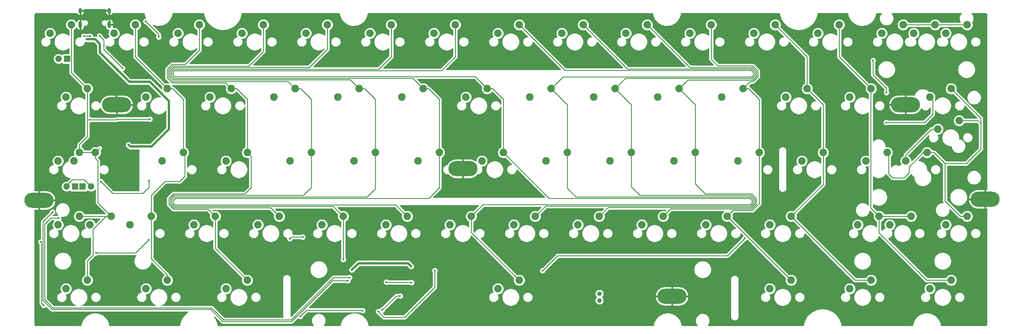
<source format=gbr>
G04 #@! TF.GenerationSoftware,KiCad,Pcbnew,(5.1.8-0-10_14)*
G04 #@! TF.CreationDate,2021-02-08T17:11:09+00:00*
G04 #@! TF.ProjectId,ccd60,63636436-302e-46b6-9963-61645f706362,rev?*
G04 #@! TF.SameCoordinates,Original*
G04 #@! TF.FileFunction,Copper,L1,Top*
G04 #@! TF.FilePolarity,Positive*
%FSLAX46Y46*%
G04 Gerber Fmt 4.6, Leading zero omitted, Abs format (unit mm)*
G04 Created by KiCad (PCBNEW (5.1.8-0-10_14)) date 2021-02-08 17:11:09*
%MOMM*%
%LPD*%
G01*
G04 APERTURE LIST*
G04 #@! TA.AperFunction,ComponentPad*
%ADD10R,1.905000X1.905000*%
G04 #@! TD*
G04 #@! TA.AperFunction,ComponentPad*
%ADD11C,1.905000*%
G04 #@! TD*
G04 #@! TA.AperFunction,ComponentPad*
%ADD12C,2.250000*%
G04 #@! TD*
G04 #@! TA.AperFunction,ComponentPad*
%ADD13O,1.000000X2.100000*%
G04 #@! TD*
G04 #@! TA.AperFunction,ComponentPad*
%ADD14O,1.000000X1.600000*%
G04 #@! TD*
G04 #@! TA.AperFunction,ComponentPad*
%ADD15O,1.350000X1.350000*%
G04 #@! TD*
G04 #@! TA.AperFunction,ComponentPad*
%ADD16C,1.350000*%
G04 #@! TD*
G04 #@! TA.AperFunction,ComponentPad*
%ADD17O,8.700000X4.500000*%
G04 #@! TD*
G04 #@! TA.AperFunction,ViaPad*
%ADD18C,0.600000*%
G04 #@! TD*
G04 #@! TA.AperFunction,Conductor*
%ADD19C,0.635000*%
G04 #@! TD*
G04 #@! TA.AperFunction,Conductor*
%ADD20C,0.254000*%
G04 #@! TD*
G04 #@! TA.AperFunction,Conductor*
%ADD21C,0.100000*%
G04 #@! TD*
G04 APERTURE END LIST*
D10*
X83820000Y-107473750D03*
D11*
X81280000Y-107473750D03*
D12*
X78740000Y-99853750D03*
X85090000Y-97313750D03*
D10*
X88423750Y-145573750D03*
D11*
X90963750Y-145573750D03*
D12*
X85883750Y-137953750D03*
X92233750Y-135413750D03*
D10*
X86201250Y-145573750D03*
D11*
X83661250Y-145573750D03*
D12*
X81121250Y-137953750D03*
X87471250Y-135413750D03*
D13*
X87755000Y-97267500D03*
X96395000Y-97267500D03*
D14*
X87755000Y-93087500D03*
X96395000Y-93087500D03*
D12*
X327977500Y-135413750D03*
X321627500Y-137953750D03*
X343058750Y-128428750D03*
X349408750Y-125888750D03*
X104140000Y-97313750D03*
X97790000Y-99853750D03*
X123190000Y-97313750D03*
X116840000Y-99853750D03*
X142240000Y-97313750D03*
X135890000Y-99853750D03*
X161290000Y-97313750D03*
X154940000Y-99853750D03*
X180340000Y-97313750D03*
X173990000Y-99853750D03*
X199390000Y-97313750D03*
X193040000Y-99853750D03*
X218440000Y-97313750D03*
X212090000Y-99853750D03*
X237490000Y-97313750D03*
X231140000Y-99853750D03*
X256540000Y-97313750D03*
X250190000Y-99853750D03*
X275590000Y-97313750D03*
X269240000Y-99853750D03*
X294640000Y-97313750D03*
X288290000Y-99853750D03*
X313690000Y-97313750D03*
X307340000Y-99853750D03*
X342265000Y-97313750D03*
X335915000Y-99853750D03*
X89852500Y-116363750D03*
X83502500Y-118903750D03*
X113665000Y-116363750D03*
X107315000Y-118903750D03*
X132715000Y-116363750D03*
X126365000Y-118903750D03*
X151765000Y-116363750D03*
X145415000Y-118903750D03*
X170815000Y-116363750D03*
X164465000Y-118903750D03*
X189865000Y-116363750D03*
X183515000Y-118903750D03*
X208915000Y-116363750D03*
X202565000Y-118903750D03*
X227965000Y-116363750D03*
X221615000Y-118903750D03*
X247015000Y-116363750D03*
X240665000Y-118903750D03*
X266065000Y-116363750D03*
X259715000Y-118903750D03*
X285115000Y-116363750D03*
X278765000Y-118903750D03*
X304165000Y-116363750D03*
X297815000Y-118903750D03*
X323215000Y-116363750D03*
X316865000Y-118903750D03*
X347027500Y-116363750D03*
X340677500Y-118903750D03*
X118427500Y-135413750D03*
X112077500Y-137953750D03*
X137477500Y-135413750D03*
X131127500Y-137953750D03*
X156527500Y-135413750D03*
X150177500Y-137953750D03*
X175577500Y-135413750D03*
X169227500Y-137953750D03*
X194627500Y-135413750D03*
X188277500Y-137953750D03*
X213677500Y-135413750D03*
X207327500Y-137953750D03*
X232727500Y-135413750D03*
X226377500Y-137953750D03*
X251777500Y-135413750D03*
X245427500Y-137953750D03*
X270827500Y-135413750D03*
X264477500Y-137953750D03*
X289877500Y-135413750D03*
X283527500Y-137953750D03*
X308927500Y-135413750D03*
X302577500Y-137953750D03*
X339883750Y-135413750D03*
X333533750Y-137953750D03*
X87471250Y-154463750D03*
X81121250Y-157003750D03*
X108902500Y-154463750D03*
X102552500Y-157003750D03*
X127952500Y-154463750D03*
X121602500Y-157003750D03*
X147002500Y-154463750D03*
X140652500Y-157003750D03*
X166052500Y-154463750D03*
X159702500Y-157003750D03*
X185102500Y-154463750D03*
X178752500Y-157003750D03*
X204152500Y-154463750D03*
X197802500Y-157003750D03*
X223202500Y-154463750D03*
X216852500Y-157003750D03*
X242252500Y-154463750D03*
X235902500Y-157003750D03*
X261302500Y-154463750D03*
X254952500Y-157003750D03*
X280352500Y-154463750D03*
X274002500Y-157003750D03*
X299402500Y-154463750D03*
X293052500Y-157003750D03*
X325596250Y-154463750D03*
X319246250Y-157003750D03*
X351790000Y-154463750D03*
X345440000Y-157003750D03*
X89852500Y-173513750D03*
X83502500Y-176053750D03*
X113665000Y-173513750D03*
X107315000Y-176053750D03*
X137477500Y-173513750D03*
X131127500Y-176053750D03*
X218440000Y-173513750D03*
X212090000Y-176053750D03*
X299402500Y-173513750D03*
X293052500Y-176053750D03*
X323215000Y-173513750D03*
X316865000Y-176053750D03*
X347027500Y-173513750D03*
X340677500Y-176053750D03*
X351790000Y-97313750D03*
X345440000Y-99853750D03*
X332740000Y-97313750D03*
X326390000Y-99853750D03*
X96996250Y-154463750D03*
X90646250Y-157003750D03*
X335121250Y-154463750D03*
X328771250Y-157003750D03*
D15*
X242316000Y-179546000D03*
D16*
X242316000Y-177546000D03*
D17*
X98577400Y-121171830D03*
X75463400Y-149683330D03*
X201676000Y-140239750D03*
X263931400Y-178321830D03*
X357149400Y-149365830D03*
X333438500Y-121126250D03*
D18*
X98044000Y-112680750D03*
X100584000Y-130333750D03*
X109728000Y-129063750D03*
X179197000Y-175164750D03*
X185928000Y-175545750D03*
X198041110Y-145256430D03*
X98028190Y-176212810D03*
X107553230Y-123825090D03*
X178866800Y-174040800D03*
X186359800Y-174224950D03*
X186275864Y-169375000D03*
X168605200Y-170434000D03*
X175133000Y-168402000D03*
X183007000Y-178181000D03*
X177673000Y-182372000D03*
X111125000Y-100953430D03*
X107213400Y-96279830D03*
X285572200Y-161010600D03*
X225374200Y-170662600D03*
X193300350Y-170618150D03*
X176504600Y-182829200D03*
X327787000Y-117506750D03*
X323818250Y-107950000D03*
X90512900Y-125616830D03*
X108496100Y-125444250D03*
X93890000Y-144080000D03*
X108204000Y-143795750D03*
X150130000Y-161150000D03*
X153990000Y-160620000D03*
X153238200Y-184327800D03*
X108140500Y-161480500D03*
X171831000Y-182589030D03*
X92481400Y-165367830D03*
X75971400Y-162065830D03*
X76835000Y-181006750D03*
X327685400Y-126455030D03*
X166065200Y-167335200D03*
X88800000Y-100680000D03*
X90660000Y-100680000D03*
X100330000Y-110267750D03*
X93472000Y-100615750D03*
X167436800Y-173634400D03*
X79502000Y-153193750D03*
X167944800Y-172720000D03*
X81280000Y-154971750D03*
X89662000Y-101631750D03*
X93599000Y-103028750D03*
X102108000Y-133127750D03*
D19*
X98577400Y-113214150D02*
X98044000Y-112680750D01*
X98577400Y-121171830D02*
X98577400Y-113214150D01*
X98577400Y-121171830D02*
X96029920Y-121171830D01*
X100584000Y-130333750D02*
X101854000Y-129063750D01*
X101854000Y-129063750D02*
X109728000Y-129063750D01*
D20*
X179578000Y-175545750D02*
X185928000Y-175545750D01*
X179197000Y-175164750D02*
X179578000Y-175545750D01*
X179016000Y-174190000D02*
X178866800Y-174040800D01*
X186324850Y-174190000D02*
X179016000Y-174190000D01*
X186359800Y-174224950D02*
X186324850Y-174190000D01*
D19*
X168605200Y-170434000D02*
X170589200Y-168450000D01*
X175085000Y-168450000D02*
X175133000Y-168402000D01*
X185350864Y-168450000D02*
X186275864Y-169375000D01*
X170609000Y-168450000D02*
X185350864Y-168450000D01*
D20*
X183007000Y-178181000D02*
X181864000Y-178181000D01*
X181864000Y-178181000D02*
X177673000Y-182372000D01*
X111125000Y-100191430D02*
X107213400Y-96279830D01*
X111125000Y-100953430D02*
X111125000Y-100191430D01*
X225374200Y-170662600D02*
X225425000Y-170662600D01*
X225425000Y-170662600D02*
X229920800Y-166166800D01*
X229920800Y-166166800D02*
X280416000Y-166166800D01*
X280416000Y-166166800D02*
X285572200Y-161010600D01*
X193300350Y-170618150D02*
X193300350Y-175609250D01*
X193300350Y-175609250D02*
X184327800Y-184581800D01*
X184327800Y-184581800D02*
X178104800Y-184581800D01*
X176504600Y-182981600D02*
X176504600Y-182829200D01*
X178104800Y-184581800D02*
X176504600Y-182981600D01*
X327787000Y-117506750D02*
X327787000Y-116236750D01*
X323818250Y-112268000D02*
X323818250Y-107950000D01*
X327787000Y-116236750D02*
X323818250Y-112268000D01*
X98602800Y-125616830D02*
X90512900Y-125616830D01*
X98711880Y-125507750D02*
X98602800Y-125616830D01*
X108432600Y-125507750D02*
X98711880Y-125507750D01*
X108496100Y-125444250D02*
X108432600Y-125507750D01*
X97340000Y-147530000D02*
X93890000Y-144080000D01*
X106470290Y-147530000D02*
X97340000Y-147530000D01*
X108204000Y-145796290D02*
X106470290Y-147530000D01*
X108204000Y-143795750D02*
X108204000Y-145796290D01*
X150130000Y-161150000D02*
X150660000Y-160620000D01*
X150660000Y-160620000D02*
X153990000Y-160620000D01*
X155103970Y-182462030D02*
X153238200Y-184327800D01*
X171704000Y-182462030D02*
X155103970Y-182462030D01*
X171831000Y-182589030D02*
X171704000Y-182462030D01*
X104253170Y-165367830D02*
X108140500Y-161480500D01*
X92481400Y-165367830D02*
X104253170Y-165367830D01*
X76225400Y-162319830D02*
X75971400Y-162065830D01*
X76835000Y-181006750D02*
X76225400Y-180397150D01*
X76225400Y-180397150D02*
X76225400Y-162319830D01*
X341528400Y-119544503D02*
X340887647Y-118903750D01*
X341528400Y-124034550D02*
X341528400Y-119544503D01*
X339107920Y-126455030D02*
X341528400Y-124034550D01*
X327685400Y-126455030D02*
X339107920Y-126455030D01*
X343033946Y-128428750D02*
X341217250Y-128428750D01*
X333533750Y-136112250D02*
X333533750Y-137953750D01*
X341217250Y-128428750D02*
X333533750Y-136112250D01*
X89062240Y-154463750D02*
X96996250Y-154463750D01*
X85090000Y-111601250D02*
X85090000Y-98904740D01*
X89852500Y-116363750D02*
X85090000Y-111601250D01*
X95871251Y-153338751D02*
X96996250Y-154463750D01*
X92964000Y-150418800D02*
X95871251Y-153338751D01*
X92233750Y-137191750D02*
X92964000Y-137922000D01*
X92964000Y-137922000D02*
X92964000Y-150418800D01*
X92233750Y-135413750D02*
X92233750Y-137191750D01*
X87471250Y-154463750D02*
X89062240Y-154463750D01*
X93572301Y-134075199D02*
X93358749Y-134288751D01*
X89852500Y-171922760D02*
X89852500Y-173513750D01*
X89852500Y-167703500D02*
X89852500Y-171922760D01*
X91567000Y-165989000D02*
X89852500Y-167703500D01*
X91567000Y-158305500D02*
X91567000Y-165989000D01*
X96996250Y-154463750D02*
X95408750Y-154463750D01*
X95408750Y-154463750D02*
X91567000Y-158305500D01*
X85090000Y-98904740D02*
X85090000Y-97313750D01*
X92233750Y-135413750D02*
X93572301Y-134075199D01*
X87471250Y-135413750D02*
X92233750Y-135413750D01*
X87471250Y-135413750D02*
X87471250Y-133039980D01*
X89852500Y-130658730D02*
X89852500Y-116363750D01*
X87471250Y-133039980D02*
X89852500Y-130658730D01*
X104140000Y-106838750D02*
X113665000Y-116363750D01*
X104140000Y-97313750D02*
X104140000Y-106838750D01*
X118427500Y-133822760D02*
X118427500Y-135413750D01*
X115255990Y-116363750D02*
X118427500Y-119535260D01*
X113665000Y-116363750D02*
X115255990Y-116363750D01*
X108902500Y-154463750D02*
X108902500Y-159402500D01*
X113665000Y-171922760D02*
X108902500Y-167160260D01*
X113665000Y-173513750D02*
X113665000Y-171922760D01*
X108902500Y-167160260D02*
X108902500Y-159402500D01*
X118427500Y-119535260D02*
X118427500Y-133822760D01*
X108902500Y-148184730D02*
X108902500Y-154463750D01*
X118427500Y-135413750D02*
X118897400Y-135883650D01*
X113055400Y-144031830D02*
X108902500Y-148184730D01*
X117373400Y-144031830D02*
X113055400Y-144031830D01*
X118897400Y-142507830D02*
X117373400Y-144031830D01*
X118897400Y-135883650D02*
X118897400Y-142507830D01*
X123190000Y-97313750D02*
X123190000Y-104935000D01*
X123190000Y-104935000D02*
X118975000Y-109150000D01*
X118975000Y-109150000D02*
X115050000Y-109150000D01*
X115050000Y-109150000D02*
X113625000Y-110575000D01*
X113625000Y-110575000D02*
X113625000Y-113150000D01*
X113625000Y-113150000D02*
X115125000Y-114650000D01*
X115125000Y-114650000D02*
X131001250Y-114650000D01*
X131001250Y-114650000D02*
X132715000Y-116363750D01*
X138602499Y-136538749D02*
X138602499Y-145907501D01*
X137477500Y-135413750D02*
X138602499Y-136538749D01*
X138602499Y-145907501D02*
X136780000Y-147730000D01*
X115850000Y-147730000D02*
X115510000Y-147730000D01*
X136780000Y-147730000D02*
X115850000Y-147730000D01*
X115850000Y-147730000D02*
X115540000Y-147730000D01*
X115510000Y-147730000D02*
X114140000Y-149100000D01*
X114140000Y-149100000D02*
X114140000Y-150990000D01*
X114140000Y-150990000D02*
X115470000Y-152320000D01*
X125808750Y-152320000D02*
X127952500Y-154463750D01*
X115470000Y-152320000D02*
X125808750Y-152320000D01*
X127952500Y-163988750D02*
X137477500Y-173513750D01*
X127952500Y-154463750D02*
X127952500Y-163988750D01*
X137477500Y-119535260D02*
X137477500Y-133822760D01*
X132715000Y-116363750D02*
X134305990Y-116363750D01*
X134305990Y-116363750D02*
X137477500Y-119535260D01*
X137477500Y-133822760D02*
X137477500Y-135413750D01*
X149576250Y-114175000D02*
X151765000Y-116363750D01*
X115275000Y-114175000D02*
X149576250Y-114175000D01*
X114075000Y-112975000D02*
X115275000Y-114175000D01*
X114075000Y-110750000D02*
X114075000Y-112975000D01*
X115225000Y-109600000D02*
X114075000Y-110750000D01*
X137925000Y-109600000D02*
X115225000Y-109600000D01*
X142240000Y-105285000D02*
X137925000Y-109600000D01*
X142240000Y-97313750D02*
X142240000Y-105285000D01*
X156527500Y-135413750D02*
X156527500Y-145802500D01*
X156527500Y-145802500D02*
X154160000Y-148170000D01*
X154160000Y-148170000D02*
X115790000Y-148170000D01*
X115690000Y-148170000D02*
X114590000Y-149270000D01*
X114590000Y-149270000D02*
X114590000Y-150820000D01*
X114590000Y-150820000D02*
X115650000Y-151880000D01*
X144418750Y-151880000D02*
X147002500Y-154463750D01*
X115650000Y-151880000D02*
X144418750Y-151880000D01*
X115790000Y-148170000D02*
X115690000Y-148170000D01*
X156527500Y-119535260D02*
X156527500Y-133822760D01*
X151765000Y-116363750D02*
X153355990Y-116363750D01*
X153355990Y-116363750D02*
X156527500Y-119535260D01*
X156527500Y-133822760D02*
X156527500Y-135413750D01*
X169690001Y-115238751D02*
X170815000Y-116363750D01*
X114511378Y-112782722D02*
X115467276Y-113738620D01*
X155881809Y-110043191D02*
X115410465Y-110043191D01*
X115467276Y-113738620D02*
X168189870Y-113738620D01*
X161290000Y-104635000D02*
X155881809Y-110043191D01*
X115410465Y-110043191D02*
X114511378Y-110942278D01*
X161290000Y-97313750D02*
X161290000Y-104635000D01*
X114511378Y-110942278D02*
X114511378Y-112782722D01*
X175577500Y-133822760D02*
X175577500Y-135413750D01*
X172405990Y-116363750D02*
X175577500Y-119535260D01*
X170815000Y-116363750D02*
X172405990Y-116363750D01*
X175577500Y-135413750D02*
X175577500Y-146212500D01*
X175577500Y-146212500D02*
X173158191Y-148631809D01*
X163028750Y-151440000D02*
X164927501Y-153338751D01*
X115830000Y-151440000D02*
X163028750Y-151440000D01*
X115848191Y-148631809D02*
X115030000Y-149450000D01*
X173158191Y-148631809D02*
X115848191Y-148631809D01*
X115030000Y-149450000D02*
X115030000Y-150640000D01*
X115030000Y-150640000D02*
X115830000Y-151440000D01*
X166052500Y-167322500D02*
X166065200Y-167335200D01*
X166052500Y-154463750D02*
X166052500Y-167322500D01*
X164927501Y-153338751D02*
X166052500Y-154463750D01*
X175577500Y-119535260D02*
X175577500Y-133822760D01*
X168189870Y-113738620D02*
X169690001Y-115238751D01*
X180340000Y-98904740D02*
X180340000Y-97313750D01*
X115507517Y-110556811D02*
X176621939Y-110556811D01*
X186808059Y-113306809D02*
X115646137Y-113306809D01*
X114943189Y-111121139D02*
X115507517Y-110556811D01*
X189865000Y-116363750D02*
X186808059Y-113306809D01*
X115646137Y-113306809D02*
X114943189Y-112603861D01*
X114943189Y-112603861D02*
X114943189Y-111121139D01*
X176621939Y-110556811D02*
X180340000Y-106838750D01*
X194627500Y-133822760D02*
X194627500Y-135413750D01*
X191455990Y-116363750D02*
X194627500Y-119535260D01*
X189865000Y-116363750D02*
X191455990Y-116363750D01*
X194627500Y-135413750D02*
X194627500Y-145982500D01*
X194627500Y-145982500D02*
X191540000Y-149070000D01*
X191540000Y-149070000D02*
X116094127Y-149070000D01*
X181646939Y-151008189D02*
X183977501Y-153338751D01*
X116018189Y-151008189D02*
X181646939Y-151008189D01*
X115480000Y-149684127D02*
X115480000Y-150470000D01*
X115480000Y-150470000D02*
X116018189Y-151008189D01*
X116094127Y-149070000D02*
X115480000Y-149684127D01*
X183977501Y-153338751D02*
X185102500Y-154463750D01*
X194627500Y-119535260D02*
X194627500Y-133822760D01*
X180340000Y-106838750D02*
X180340000Y-98904740D01*
X207790001Y-115238751D02*
X208915000Y-116363750D01*
X115800210Y-112800210D02*
X205351460Y-112800210D01*
X199390000Y-97313750D02*
X199390000Y-106910000D01*
X199390000Y-106910000D02*
X195275410Y-111024590D01*
X195275410Y-111024590D02*
X115675410Y-111024590D01*
X115675410Y-111024590D02*
X115375000Y-111325000D01*
X115375000Y-111325000D02*
X115375000Y-112375000D01*
X115375000Y-112375000D02*
X115800210Y-112800210D01*
X213677500Y-133822760D02*
X213677500Y-135413750D01*
X210505990Y-116363750D02*
X213677500Y-119535260D01*
X208915000Y-116363750D02*
X210505990Y-116363750D01*
X227353750Y-149090000D02*
X287158577Y-149090000D01*
X287758854Y-149690277D02*
X287758854Y-150340177D01*
X207698061Y-150918189D02*
X205277499Y-153338751D01*
X287180842Y-150918189D02*
X207698061Y-150918189D01*
X287758854Y-150340177D02*
X287180842Y-150918189D01*
X287158577Y-149090000D02*
X287758854Y-149690277D01*
X213677500Y-135413750D02*
X227353750Y-149090000D01*
X218440000Y-173513750D02*
X204152500Y-159226250D01*
X204152500Y-156054740D02*
X204152500Y-154463750D01*
X204152500Y-159226250D02*
X204152500Y-156054740D01*
X205277499Y-153338751D02*
X204152500Y-154463750D01*
X213677500Y-119535260D02*
X213677500Y-133822760D01*
X205351460Y-112800210D02*
X207790001Y-115238751D01*
X288175237Y-112260619D02*
X287565856Y-112870000D01*
X288175237Y-111581210D02*
X288175237Y-112260619D01*
X231458750Y-112870000D02*
X229089999Y-115238751D01*
X218440000Y-97313750D02*
X232046250Y-110920000D01*
X232046250Y-110920000D02*
X287514027Y-110920000D01*
X287565856Y-112870000D02*
X231458750Y-112870000D01*
X287514027Y-110920000D02*
X288175237Y-111581210D01*
X232727500Y-121126250D02*
X232727500Y-135413750D01*
X227965000Y-116363750D02*
X232727500Y-121126250D01*
X232727500Y-135413750D02*
X232727500Y-146077500D01*
X232727500Y-146077500D02*
X235280000Y-148630000D01*
X235280000Y-148630000D02*
X287310000Y-148630000D01*
X287310000Y-148630000D02*
X288200000Y-149520000D01*
X288190664Y-150509336D02*
X288190664Y-150519039D01*
X288200000Y-149520000D02*
X288200000Y-150500000D01*
X288200000Y-150500000D02*
X288190664Y-150509336D01*
X288190664Y-150519039D02*
X287359703Y-151350000D01*
X226316250Y-151350000D02*
X223202500Y-154463750D01*
X287359703Y-151350000D02*
X226316250Y-151350000D01*
X229089999Y-115238751D02*
X227965000Y-116363750D01*
X250656250Y-110480000D02*
X287689328Y-110480000D01*
X287689328Y-110480000D02*
X288607048Y-111397720D01*
X288607048Y-111397720D02*
X288607048Y-112462952D01*
X237490000Y-97313750D02*
X250656250Y-110480000D01*
X288607048Y-112462952D02*
X287760000Y-113310000D01*
X250068750Y-113310000D02*
X248139999Y-115238751D01*
X287760000Y-113310000D02*
X250068750Y-113310000D01*
X251777500Y-121126250D02*
X251777500Y-135413750D01*
X247015000Y-116363750D02*
X251777500Y-121126250D01*
X251777500Y-135413750D02*
X251777500Y-145637500D01*
X251777500Y-145637500D02*
X254320000Y-148180000D01*
X254320000Y-148180000D02*
X287480000Y-148180000D01*
X287480000Y-148180000D02*
X288640000Y-149340000D01*
X288640000Y-149340000D02*
X288640000Y-150690000D01*
X288640000Y-150690000D02*
X287540000Y-151790000D01*
X244926250Y-151790000D02*
X242252500Y-154463750D01*
X287540000Y-151790000D02*
X244926250Y-151790000D01*
X248139999Y-115238751D02*
X247015000Y-116363750D01*
X287870000Y-110030000D02*
X289038859Y-111198859D01*
X267189999Y-115238751D02*
X266065000Y-116363750D01*
X289038859Y-111198859D02*
X289038859Y-112650469D01*
X289038859Y-112650469D02*
X287939328Y-113750000D01*
X287939328Y-113750000D02*
X268678750Y-113750000D01*
X269256250Y-110030000D02*
X287870000Y-110030000D01*
X256540000Y-97313750D02*
X269256250Y-110030000D01*
X270827500Y-121126250D02*
X270827500Y-135413750D01*
X266065000Y-116363750D02*
X270827500Y-121126250D01*
X270827500Y-135413750D02*
X270827500Y-144757500D01*
X270827500Y-144757500D02*
X273800000Y-147730000D01*
X273800000Y-147730000D02*
X287670000Y-147730000D01*
X287670000Y-147730000D02*
X289090000Y-149150000D01*
X289090000Y-149150000D02*
X289090000Y-150870000D01*
X289090000Y-150870000D02*
X287720000Y-152240000D01*
X263526250Y-152240000D02*
X261302500Y-154463750D01*
X287720000Y-152240000D02*
X263526250Y-152240000D01*
X268678750Y-113750000D02*
X267189999Y-115238751D01*
X275590000Y-97313750D02*
X275590000Y-107580000D01*
X275590000Y-107580000D02*
X277600000Y-109590000D01*
X288048861Y-109598190D02*
X288301810Y-109851140D01*
X288008190Y-109598190D02*
X288048861Y-109598190D01*
X277600000Y-109590000D02*
X288000000Y-109590000D01*
X288000000Y-109590000D02*
X288008190Y-109598190D01*
X288301810Y-109851140D02*
X289470670Y-111020000D01*
X289470670Y-111020000D02*
X289470670Y-112829330D01*
X289470670Y-112829330D02*
X288110000Y-114190000D01*
X287288750Y-114190000D02*
X285115000Y-116363750D01*
X288110000Y-114190000D02*
X287288750Y-114190000D01*
X289877500Y-133822760D02*
X289877500Y-135413750D01*
X286705990Y-116363750D02*
X289877500Y-119535260D01*
X285115000Y-116363750D02*
X286705990Y-116363750D01*
X289877500Y-135413750D02*
X289877500Y-150712500D01*
X289877500Y-150712500D02*
X287910000Y-152680000D01*
X282136250Y-152680000D02*
X280352500Y-154463750D01*
X287910000Y-152680000D02*
X282136250Y-152680000D01*
X298277501Y-172388751D02*
X299402500Y-173513750D01*
X280352500Y-154463750D02*
X298277501Y-172388751D01*
X289877500Y-119535260D02*
X289877500Y-133822760D01*
X308927500Y-144938750D02*
X308927500Y-135413750D01*
X299402500Y-154463750D02*
X308927500Y-144938750D01*
X308927500Y-121126250D02*
X304165000Y-116363750D01*
X308927500Y-135413750D02*
X308927500Y-121126250D01*
X304165000Y-106838750D02*
X294640000Y-97313750D01*
X304165000Y-116363750D02*
X304165000Y-106838750D01*
X318452500Y-173513750D02*
X323215000Y-173513750D01*
X299402500Y-154463750D02*
X318452500Y-173513750D01*
X313690000Y-106838750D02*
X323215000Y-116363750D01*
X313690000Y-97313750D02*
X313690000Y-106838750D01*
X324471251Y-153338751D02*
X325596250Y-154463750D01*
X323138799Y-118030941D02*
X323138799Y-152006299D01*
X323215000Y-117954740D02*
X323138799Y-118030941D01*
X323215000Y-116363750D02*
X323215000Y-117954740D01*
X333530260Y-154463750D02*
X325596250Y-154463750D01*
X345436510Y-173513750D02*
X347027500Y-173513750D01*
X325596250Y-154463750D02*
X325596250Y-159384856D01*
X325596250Y-159384856D02*
X338455144Y-172243750D01*
X338455144Y-172243750D02*
X339725144Y-173513750D01*
X339725144Y-173513750D02*
X345436510Y-173513750D01*
X335121250Y-154463750D02*
X333530260Y-154463750D01*
X323138799Y-152006299D02*
X324471251Y-153338751D01*
X350199010Y-97313750D02*
X342265000Y-97313750D01*
X340674010Y-97313750D02*
X332740000Y-97313750D01*
X342265000Y-97313750D02*
X340674010Y-97313750D01*
X351790000Y-97313750D02*
X350199010Y-97313750D01*
X355879400Y-125215650D02*
X347027500Y-116363750D01*
X349408750Y-125888750D02*
X354972480Y-125888750D01*
X355843560Y-126759830D02*
X355879400Y-126759830D01*
X354972480Y-125888750D02*
X355843560Y-126759830D01*
X355879400Y-126759830D02*
X355879400Y-125215650D01*
X339883750Y-135413750D02*
X341927320Y-135413750D01*
X341927320Y-135413750D02*
X345211400Y-138697830D01*
X345211400Y-138697830D02*
X345211400Y-149873830D01*
X349801320Y-154463750D02*
X351790000Y-154463750D01*
X345211400Y-149873830D02*
X349801320Y-154463750D01*
X345211400Y-138697830D02*
X351561400Y-138697830D01*
X355879400Y-134379830D02*
X355879400Y-126759830D01*
X351561400Y-138697830D02*
X355879400Y-134379830D01*
X328422000Y-135855149D02*
X327980601Y-135413750D01*
X328422000Y-141776450D02*
X328422000Y-135855149D01*
X329647550Y-143002000D02*
X328422000Y-141776450D01*
X334518000Y-141478000D02*
X332994000Y-143002000D01*
X338804250Y-135413750D02*
X334518000Y-139700000D01*
X334518000Y-139700000D02*
X334518000Y-141478000D01*
X332994000Y-143002000D02*
X329647550Y-143002000D01*
X339883750Y-135413750D02*
X338804250Y-135413750D01*
X90850000Y-100680000D02*
X90660000Y-100680000D01*
X88800000Y-100680000D02*
X90660000Y-100680000D01*
X94742000Y-104679750D02*
X100330000Y-110267750D01*
X93472000Y-100615750D02*
X94742000Y-101885750D01*
X94742000Y-101885750D02*
X94742000Y-104679750D01*
X77470000Y-155225750D02*
X79502000Y-153193750D01*
X76657200Y-156038550D02*
X77470000Y-155225750D01*
X79331680Y-182233430D02*
X76657200Y-179558950D01*
X167436800Y-173634400D02*
X162864800Y-173634400D01*
X126575680Y-182233430D02*
X79331680Y-182233430D01*
X130168650Y-185826400D02*
X126575680Y-182233430D01*
X76657200Y-179558950D02*
X76657200Y-156038550D01*
X150672800Y-185826400D02*
X130168650Y-185826400D01*
X162864800Y-173634400D02*
X150672800Y-185826400D01*
X163118800Y-172720000D02*
X167944800Y-172720000D01*
X126886265Y-181782015D02*
X130422650Y-185318400D01*
X79642265Y-181782015D02*
X126886265Y-181782015D01*
X77165200Y-156800550D02*
X77165200Y-179304950D01*
X77165200Y-179304950D02*
X79642265Y-181782015D01*
X150520400Y-185318400D02*
X163118800Y-172720000D01*
X130422650Y-185318400D02*
X150520400Y-185318400D01*
X78994000Y-154971750D02*
X77165200Y-156800550D01*
X81280000Y-154971750D02*
X78994000Y-154971750D01*
D19*
X92202000Y-101631750D02*
X89662000Y-101631750D01*
X93599000Y-103028750D02*
X92202000Y-101631750D01*
X108458000Y-114331750D02*
X114173000Y-120046750D01*
X108966000Y-133635750D02*
X102616000Y-133635750D01*
X102616000Y-133635750D02*
X102108000Y-133127750D01*
X114173000Y-128428750D02*
X108966000Y-133635750D01*
X114173000Y-124237750D02*
X114173000Y-128428750D01*
X114173000Y-120046750D02*
X114173000Y-124237750D01*
X102362000Y-114331750D02*
X108458000Y-114331750D01*
X93599000Y-105568750D02*
X102362000Y-114331750D01*
X93599000Y-103028750D02*
X93599000Y-105568750D01*
D20*
X83661250Y-145573750D02*
X83661250Y-145224500D01*
X83661250Y-145224500D02*
X85344000Y-143541750D01*
X88931750Y-143541750D02*
X90963750Y-145573750D01*
X85344000Y-143541750D02*
X88931750Y-143541750D01*
X95260000Y-92960500D02*
X96268000Y-92960500D01*
X96268000Y-92940500D01*
X96522000Y-92940500D01*
X96522000Y-92960500D01*
X96541391Y-92960500D01*
X96542000Y-92963693D01*
X96542000Y-93214500D01*
X96522000Y-93214500D01*
X96522000Y-94355454D01*
X96696874Y-94481619D01*
X96919976Y-94401776D01*
X97107764Y-94279869D01*
X97268161Y-94123669D01*
X97395003Y-93939178D01*
X97424949Y-93869508D01*
X97431472Y-93871477D01*
X97496865Y-93884426D01*
X97561987Y-93898267D01*
X97572178Y-93899338D01*
X97572186Y-93899340D01*
X97572193Y-93899340D01*
X97669124Y-93908844D01*
X97704623Y-93912355D01*
X106591167Y-93916014D01*
X106658630Y-93922629D01*
X106688802Y-93931739D01*
X106716632Y-93946536D01*
X106741051Y-93966452D01*
X106761140Y-93990734D01*
X106776127Y-94018453D01*
X106785447Y-94048561D01*
X106796274Y-94151574D01*
X106801486Y-94176963D01*
X106805289Y-94218755D01*
X106806757Y-94226171D01*
X106806772Y-94226316D01*
X106806812Y-94226446D01*
X106807282Y-94228821D01*
X106843464Y-94405087D01*
X106855324Y-94443399D01*
X106863833Y-94482592D01*
X106867047Y-94492338D01*
X107088959Y-95149840D01*
X107116335Y-95210613D01*
X107142830Y-95271694D01*
X107147875Y-95280630D01*
X107184717Y-95344830D01*
X107121311Y-95344830D01*
X106940671Y-95380762D01*
X106770511Y-95451244D01*
X106617372Y-95553568D01*
X106487138Y-95683802D01*
X106384814Y-95836941D01*
X106314332Y-96007101D01*
X106278400Y-96187741D01*
X106278400Y-96371919D01*
X106314332Y-96552559D01*
X106384814Y-96722719D01*
X106487138Y-96875858D01*
X106617372Y-97006092D01*
X106770511Y-97108416D01*
X106940671Y-97178898D01*
X107058220Y-97202280D01*
X110324478Y-100468539D01*
X110296414Y-100510541D01*
X110225932Y-100680701D01*
X110190000Y-100861341D01*
X110190000Y-101045519D01*
X110225932Y-101226159D01*
X110296414Y-101396319D01*
X110398738Y-101549458D01*
X110528972Y-101679692D01*
X110682111Y-101782016D01*
X110852271Y-101852498D01*
X111032911Y-101888430D01*
X111217089Y-101888430D01*
X111397729Y-101852498D01*
X111567889Y-101782016D01*
X111721028Y-101679692D01*
X111851262Y-101549458D01*
X111953586Y-101396319D01*
X112024068Y-101226159D01*
X112060000Y-101045519D01*
X112060000Y-100861341D01*
X112024068Y-100680701D01*
X111953586Y-100510541D01*
X111887000Y-100410888D01*
X111887000Y-100228853D01*
X111890686Y-100191430D01*
X111887000Y-100154004D01*
X111875974Y-100042052D01*
X111832402Y-99898415D01*
X111769606Y-99780932D01*
X111761645Y-99766037D01*
X111690279Y-99679078D01*
X111666422Y-99650008D01*
X111637352Y-99626151D01*
X109453830Y-97442630D01*
X109489628Y-97456335D01*
X109551491Y-97481016D01*
X109561368Y-97483802D01*
X110230554Y-97667499D01*
X110296253Y-97678788D01*
X110361699Y-97690977D01*
X110371929Y-97691792D01*
X111064050Y-97742012D01*
X111130692Y-97740325D01*
X111197258Y-97739570D01*
X111207451Y-97738382D01*
X111896146Y-97653211D01*
X111961163Y-97638618D01*
X112026341Y-97624943D01*
X112036107Y-97621798D01*
X112036113Y-97621796D01*
X112695144Y-97404481D01*
X112756102Y-97377532D01*
X112817371Y-97351462D01*
X112826337Y-97346482D01*
X112826341Y-97346480D01*
X112826344Y-97346478D01*
X113430616Y-97005295D01*
X113485207Y-96966999D01*
X113540217Y-96929544D01*
X113548050Y-96922914D01*
X114074545Y-96470856D01*
X114120622Y-96422723D01*
X114167344Y-96375261D01*
X114173740Y-96367235D01*
X114602403Y-95821523D01*
X114638267Y-95765337D01*
X114674867Y-95709725D01*
X114679582Y-95700610D01*
X114994086Y-95082029D01*
X115018342Y-95019976D01*
X115043456Y-94958283D01*
X115046310Y-94948426D01*
X115234675Y-94280539D01*
X115245239Y-94221531D01*
X115257689Y-94162958D01*
X115258762Y-94152752D01*
X115268869Y-94049670D01*
X115277979Y-94019498D01*
X115292776Y-93991668D01*
X115312692Y-93967249D01*
X115336974Y-93947160D01*
X115364693Y-93932173D01*
X115394801Y-93922853D01*
X115459718Y-93916030D01*
X124414625Y-93916025D01*
X124456721Y-93920186D01*
X124462900Y-93922057D01*
X124468597Y-93925092D01*
X124473595Y-93929174D01*
X124477710Y-93934156D01*
X124480776Y-93939837D01*
X124482679Y-93946003D01*
X124490826Y-94024101D01*
X124492045Y-94030062D01*
X124492553Y-94044422D01*
X124499889Y-94084285D01*
X124501272Y-94097999D01*
X124504148Y-94107430D01*
X124507868Y-94127644D01*
X124712524Y-94965453D01*
X124719593Y-94986187D01*
X124724163Y-95007617D01*
X124753711Y-95086910D01*
X125114265Y-95906821D01*
X125125418Y-95927078D01*
X125134170Y-95948483D01*
X125177279Y-96021267D01*
X125177292Y-96021291D01*
X125177298Y-96021298D01*
X125677343Y-96764396D01*
X125691906Y-96782356D01*
X125704311Y-96801875D01*
X125759645Y-96865895D01*
X126383384Y-97508704D01*
X126400903Y-97523806D01*
X126416564Y-97540815D01*
X126482344Y-97594012D01*
X126482359Y-97594025D01*
X126482365Y-97594028D01*
X127210073Y-98116220D01*
X127229984Y-98127978D01*
X127248414Y-98141948D01*
X127322593Y-98182666D01*
X128131278Y-98567741D01*
X128152962Y-98575789D01*
X128173569Y-98586272D01*
X128253786Y-98613210D01*
X129117880Y-98848994D01*
X129140643Y-98853075D01*
X129162786Y-98859744D01*
X129246495Y-98872049D01*
X129246504Y-98872051D01*
X129246506Y-98872051D01*
X130138697Y-98951090D01*
X130161822Y-98951075D01*
X130184796Y-98953718D01*
X130269340Y-98951005D01*
X130269372Y-98951005D01*
X130269383Y-98951003D01*
X131161460Y-98870801D01*
X131184216Y-98866691D01*
X131207296Y-98865224D01*
X131290054Y-98847577D01*
X132153840Y-98610666D01*
X132175512Y-98602590D01*
X132197964Y-98597060D01*
X132276273Y-98565043D01*
X132276289Y-98565037D01*
X132276294Y-98565034D01*
X133084472Y-98178905D01*
X133104370Y-98167120D01*
X133125488Y-98157701D01*
X133196882Y-98112328D01*
X133196905Y-98112314D01*
X133196912Y-98112308D01*
X133923935Y-97589170D01*
X133941432Y-97574047D01*
X133960549Y-97561037D01*
X134022799Y-97503720D01*
X134645699Y-96860098D01*
X134660242Y-96842115D01*
X134676752Y-96825926D01*
X134727869Y-96758491D01*
X135226949Y-96014735D01*
X135238076Y-95994463D01*
X135251461Y-95975603D01*
X135289828Y-95900182D01*
X135649311Y-95079801D01*
X135656672Y-95057880D01*
X135666505Y-95036949D01*
X135690910Y-94955925D01*
X135899436Y-94084850D01*
X135903637Y-94056273D01*
X135909998Y-94032343D01*
X135911584Y-94022204D01*
X135923173Y-93944537D01*
X135925346Y-93938464D01*
X135928660Y-93932923D01*
X135932990Y-93928129D01*
X135938164Y-93924270D01*
X135943991Y-93921489D01*
X135957900Y-93917940D01*
X135983684Y-93915986D01*
X164715325Y-93916030D01*
X164782630Y-93922629D01*
X164812802Y-93931739D01*
X164840632Y-93946536D01*
X164865051Y-93966452D01*
X164885140Y-93990734D01*
X164900127Y-94018453D01*
X164909447Y-94048561D01*
X164920274Y-94151574D01*
X164925486Y-94176963D01*
X164929289Y-94218755D01*
X164930757Y-94226171D01*
X164930772Y-94226316D01*
X164930812Y-94226446D01*
X164931282Y-94228821D01*
X164967464Y-94405087D01*
X164979324Y-94443399D01*
X164987833Y-94482592D01*
X164991047Y-94492338D01*
X165212959Y-95149840D01*
X165240335Y-95210613D01*
X165266830Y-95271694D01*
X165271875Y-95280630D01*
X165617271Y-95882507D01*
X165655942Y-95936822D01*
X165693784Y-95991575D01*
X165700465Y-95999356D01*
X165700469Y-95999362D01*
X165700474Y-95999367D01*
X166156191Y-96522689D01*
X166204654Y-96568438D01*
X166252432Y-96614819D01*
X166260502Y-96621159D01*
X166809194Y-97046002D01*
X166865614Y-97081463D01*
X166921496Y-97117684D01*
X166930644Y-97122335D01*
X167551404Y-97432512D01*
X167613628Y-97456335D01*
X167675491Y-97481016D01*
X167685368Y-97483802D01*
X168354554Y-97667499D01*
X168420253Y-97678788D01*
X168485699Y-97690977D01*
X168495929Y-97691792D01*
X169188050Y-97742012D01*
X169254692Y-97740325D01*
X169321258Y-97739570D01*
X169331451Y-97738382D01*
X170020146Y-97653211D01*
X170085163Y-97638618D01*
X170150341Y-97624943D01*
X170160107Y-97621798D01*
X170160113Y-97621796D01*
X170819144Y-97404481D01*
X170880102Y-97377532D01*
X170941371Y-97351462D01*
X170950337Y-97346482D01*
X170950341Y-97346480D01*
X170950344Y-97346478D01*
X171554616Y-97005295D01*
X171609207Y-96966999D01*
X171664217Y-96929544D01*
X171672050Y-96922914D01*
X172198545Y-96470856D01*
X172244622Y-96422723D01*
X172291344Y-96375261D01*
X172297740Y-96367235D01*
X172726403Y-95821523D01*
X172762267Y-95765337D01*
X172798867Y-95709725D01*
X172803582Y-95700610D01*
X173118086Y-95082029D01*
X173142342Y-95019976D01*
X173167456Y-94958283D01*
X173170310Y-94948426D01*
X173358675Y-94280539D01*
X173369239Y-94221531D01*
X173381689Y-94162958D01*
X173382762Y-94152752D01*
X173392869Y-94049670D01*
X173401979Y-94019498D01*
X173416776Y-93991668D01*
X173436692Y-93967249D01*
X173460974Y-93947160D01*
X173488693Y-93932173D01*
X173518801Y-93922853D01*
X173583718Y-93916030D01*
X257965325Y-93916030D01*
X258032629Y-93922629D01*
X258062801Y-93931739D01*
X258090631Y-93946536D01*
X258115050Y-93966452D01*
X258135139Y-93990734D01*
X258150126Y-94018453D01*
X258159446Y-94048561D01*
X258170273Y-94151574D01*
X258175471Y-94176897D01*
X258179286Y-94218816D01*
X258181279Y-94228883D01*
X258217438Y-94405035D01*
X258229296Y-94443343D01*
X258237803Y-94482526D01*
X258241017Y-94492272D01*
X258462918Y-95149780D01*
X258490289Y-95210546D01*
X258516787Y-95271635D01*
X258521832Y-95280571D01*
X258867219Y-95882457D01*
X258905888Y-95936771D01*
X258943731Y-95991527D01*
X258950415Y-95999313D01*
X259406132Y-96522649D01*
X259454568Y-96568375D01*
X259502370Y-96614780D01*
X259510440Y-96621120D01*
X260059126Y-97045974D01*
X260115551Y-97081440D01*
X260171427Y-97117658D01*
X260180570Y-97122306D01*
X260180574Y-97122309D01*
X260180578Y-97122311D01*
X260801333Y-97432499D01*
X260863574Y-97456330D01*
X260925419Y-97481005D01*
X260935296Y-97483791D01*
X261604481Y-97667500D01*
X261670182Y-97678791D01*
X261735626Y-97690980D01*
X261745854Y-97691795D01*
X261745856Y-97691795D01*
X262437979Y-97742026D01*
X262504611Y-97740340D01*
X262571186Y-97739586D01*
X262581379Y-97738399D01*
X263270077Y-97653240D01*
X263335117Y-97638643D01*
X263400275Y-97624973D01*
X263410044Y-97621828D01*
X264069084Y-97404521D01*
X264130042Y-97377573D01*
X264191311Y-97351504D01*
X264200282Y-97346522D01*
X264804565Y-97005345D01*
X264859132Y-96967067D01*
X264914166Y-96929597D01*
X264921999Y-96922967D01*
X265448504Y-96470916D01*
X265494572Y-96422794D01*
X265541305Y-96375323D01*
X265547701Y-96367297D01*
X265976375Y-95821590D01*
X266012207Y-95765455D01*
X266048842Y-95709792D01*
X266053557Y-95700677D01*
X266368072Y-95082100D01*
X266392349Y-95019996D01*
X266417443Y-94958355D01*
X266420298Y-94948498D01*
X266608674Y-94280612D01*
X266619321Y-94221143D01*
X266631689Y-94162958D01*
X266632762Y-94152752D01*
X266642869Y-94049670D01*
X266651979Y-94019498D01*
X266666776Y-93991668D01*
X266686692Y-93967249D01*
X266710974Y-93947160D01*
X266738693Y-93932173D01*
X266768801Y-93922853D01*
X266833718Y-93916030D01*
X295864625Y-93916025D01*
X295906721Y-93920186D01*
X295912900Y-93922057D01*
X295918597Y-93925092D01*
X295923595Y-93929174D01*
X295927710Y-93934156D01*
X295930776Y-93939837D01*
X295932679Y-93946003D01*
X295940826Y-94024101D01*
X295941799Y-94028860D01*
X295942197Y-94041527D01*
X295949887Y-94084270D01*
X295951272Y-94097999D01*
X295953919Y-94106679D01*
X295957181Y-94124809D01*
X296147393Y-94917116D01*
X296153825Y-94936228D01*
X296157857Y-94955981D01*
X296186712Y-95035529D01*
X296540145Y-95858654D01*
X296551124Y-95879013D01*
X296559687Y-95900488D01*
X296602172Y-95973669D01*
X297095782Y-96721197D01*
X297110191Y-96739287D01*
X297122423Y-96758910D01*
X297177196Y-96823410D01*
X297795381Y-97471714D01*
X297812762Y-97486963D01*
X297828279Y-97504114D01*
X297893593Y-97557882D01*
X297893608Y-97557895D01*
X297893614Y-97557898D01*
X298616828Y-98086481D01*
X298636636Y-98098413D01*
X298654944Y-98112543D01*
X298728765Y-98153906D01*
X299534159Y-98546067D01*
X299555767Y-98554302D01*
X299576287Y-98564967D01*
X299656256Y-98592599D01*
X299656266Y-98592603D01*
X299656269Y-98592604D01*
X300518378Y-98835943D01*
X300541102Y-98840221D01*
X300563187Y-98847084D01*
X300646796Y-98860120D01*
X301538374Y-98946948D01*
X301561497Y-98947135D01*
X301584448Y-98949978D01*
X301669044Y-98948003D01*
X302561906Y-98875574D01*
X302584705Y-98871662D01*
X302607789Y-98870396D01*
X302690667Y-98853477D01*
X302690698Y-98853472D01*
X302690708Y-98853468D01*
X303556623Y-98624075D01*
X303578366Y-98616188D01*
X303600864Y-98610854D01*
X303679466Y-98579515D01*
X304491083Y-98200401D01*
X304511081Y-98188791D01*
X304532284Y-98179555D01*
X304604084Y-98134797D01*
X304604093Y-98134792D01*
X304604095Y-98134790D01*
X305335748Y-97617944D01*
X305353371Y-97602979D01*
X305372605Y-97590133D01*
X305435338Y-97533374D01*
X305435354Y-97533360D01*
X305435359Y-97533354D01*
X306063919Y-96895118D01*
X306078618Y-96877262D01*
X306095269Y-96861218D01*
X306146960Y-96794247D01*
X306146972Y-96794232D01*
X306146975Y-96794226D01*
X306652581Y-96054765D01*
X306663884Y-96034592D01*
X306677433Y-96015849D01*
X306716449Y-95940779D01*
X306716456Y-95940766D01*
X306716458Y-95940762D01*
X307083126Y-95123451D01*
X307090679Y-95101593D01*
X307100693Y-95080750D01*
X307125803Y-94999943D01*
X307341944Y-94130613D01*
X307353524Y-94056347D01*
X307358135Y-94034586D01*
X307359202Y-94024379D01*
X307360357Y-94012525D01*
X307362076Y-94001499D01*
X307361951Y-93996158D01*
X307366816Y-93946225D01*
X307368678Y-93940042D01*
X307371705Y-93934341D01*
X307375781Y-93929336D01*
X307380753Y-93925218D01*
X307386434Y-93922142D01*
X307392601Y-93920228D01*
X307432364Y-93916024D01*
X316089326Y-93916030D01*
X316156630Y-93922629D01*
X316186802Y-93931739D01*
X316214632Y-93946536D01*
X316239051Y-93966452D01*
X316259140Y-93990734D01*
X316274127Y-94018453D01*
X316283447Y-94048561D01*
X316294274Y-94151574D01*
X316299486Y-94176963D01*
X316303289Y-94218755D01*
X316304757Y-94226171D01*
X316304772Y-94226316D01*
X316304812Y-94226446D01*
X316305282Y-94228821D01*
X316341464Y-94405087D01*
X316353324Y-94443399D01*
X316361833Y-94482592D01*
X316365047Y-94492338D01*
X316586959Y-95149840D01*
X316614335Y-95210613D01*
X316640830Y-95271694D01*
X316645875Y-95280630D01*
X316991271Y-95882507D01*
X317029942Y-95936822D01*
X317067784Y-95991575D01*
X317074465Y-95999356D01*
X317074469Y-95999362D01*
X317074474Y-95999367D01*
X317530191Y-96522689D01*
X317578654Y-96568438D01*
X317626432Y-96614819D01*
X317634502Y-96621159D01*
X318183194Y-97046002D01*
X318239614Y-97081463D01*
X318295496Y-97117684D01*
X318304644Y-97122335D01*
X318925404Y-97432512D01*
X318987628Y-97456335D01*
X319049491Y-97481016D01*
X319059368Y-97483802D01*
X319728554Y-97667499D01*
X319794253Y-97678788D01*
X319859699Y-97690977D01*
X319869929Y-97691792D01*
X320562050Y-97742012D01*
X320628692Y-97740325D01*
X320695258Y-97739570D01*
X320705451Y-97738382D01*
X321394146Y-97653211D01*
X321459163Y-97638618D01*
X321524341Y-97624943D01*
X321534107Y-97621798D01*
X321534113Y-97621796D01*
X322193144Y-97404481D01*
X322254102Y-97377532D01*
X322315371Y-97351462D01*
X322324337Y-97346482D01*
X322324341Y-97346480D01*
X322324344Y-97346478D01*
X322928616Y-97005295D01*
X322983207Y-96966999D01*
X323038217Y-96929544D01*
X323046050Y-96922914D01*
X323572545Y-96470856D01*
X323618622Y-96422723D01*
X323665344Y-96375261D01*
X323671740Y-96367235D01*
X324100403Y-95821523D01*
X324136267Y-95765337D01*
X324172867Y-95709725D01*
X324177582Y-95700610D01*
X324492086Y-95082029D01*
X324516342Y-95019976D01*
X324541456Y-94958283D01*
X324544310Y-94948426D01*
X324732675Y-94280539D01*
X324743239Y-94221531D01*
X324755689Y-94162958D01*
X324756762Y-94152752D01*
X324766869Y-94049670D01*
X324775979Y-94019498D01*
X324790776Y-93991668D01*
X324810692Y-93967249D01*
X324834974Y-93947160D01*
X324862693Y-93932173D01*
X324892801Y-93922853D01*
X324957726Y-93916029D01*
X326258182Y-93916032D01*
X326141746Y-94032468D01*
X325905469Y-94386080D01*
X325742720Y-94778993D01*
X325659750Y-95196107D01*
X325659750Y-95621393D01*
X325742720Y-96038507D01*
X325905469Y-96431420D01*
X326141746Y-96785032D01*
X326442468Y-97085754D01*
X326796080Y-97322031D01*
X327188993Y-97484780D01*
X327606107Y-97567750D01*
X328031393Y-97567750D01*
X328448507Y-97484780D01*
X328841420Y-97322031D01*
X329195032Y-97085754D01*
X329495754Y-96785032D01*
X329732031Y-96431420D01*
X329894780Y-96038507D01*
X329977750Y-95621393D01*
X329977750Y-95196107D01*
X329894780Y-94778993D01*
X329732031Y-94386080D01*
X329495754Y-94032468D01*
X329379326Y-93916040D01*
X350070621Y-93916093D01*
X349954246Y-94032468D01*
X349717969Y-94386080D01*
X349555220Y-94778993D01*
X349472250Y-95196107D01*
X349472250Y-95621393D01*
X349555220Y-96038507D01*
X349717969Y-96431420D01*
X349798371Y-96551750D01*
X343854380Y-96551750D01*
X343824692Y-96480077D01*
X343632081Y-96191815D01*
X343386935Y-95946669D01*
X343098673Y-95754058D01*
X342778373Y-95621386D01*
X342438345Y-95553750D01*
X342091655Y-95553750D01*
X341751627Y-95621386D01*
X341431327Y-95754058D01*
X341143065Y-95946669D01*
X340897919Y-96191815D01*
X340705308Y-96480077D01*
X340675620Y-96551750D01*
X334329380Y-96551750D01*
X334299692Y-96480077D01*
X334107081Y-96191815D01*
X333861935Y-95946669D01*
X333573673Y-95754058D01*
X333253373Y-95621386D01*
X332913345Y-95553750D01*
X332566655Y-95553750D01*
X332226627Y-95621386D01*
X331906327Y-95754058D01*
X331618065Y-95946669D01*
X331372919Y-96191815D01*
X331180308Y-96480077D01*
X331047636Y-96800377D01*
X330980000Y-97140405D01*
X330980000Y-97487095D01*
X331047636Y-97827123D01*
X331180308Y-98147423D01*
X331372919Y-98435685D01*
X331618065Y-98680831D01*
X331906327Y-98873442D01*
X332226627Y-99006114D01*
X332566655Y-99073750D01*
X332913345Y-99073750D01*
X333253373Y-99006114D01*
X333573673Y-98873442D01*
X333861935Y-98680831D01*
X334107081Y-98435685D01*
X334299692Y-98147423D01*
X334329380Y-98075750D01*
X340675620Y-98075750D01*
X340705308Y-98147423D01*
X340897919Y-98435685D01*
X341143065Y-98680831D01*
X341431327Y-98873442D01*
X341751627Y-99006114D01*
X342091655Y-99073750D01*
X342438345Y-99073750D01*
X342778373Y-99006114D01*
X343098673Y-98873442D01*
X343386935Y-98680831D01*
X343632081Y-98435685D01*
X343824692Y-98147423D01*
X343854380Y-98075750D01*
X350200620Y-98075750D01*
X350230308Y-98147423D01*
X350422919Y-98435685D01*
X350668065Y-98680831D01*
X350956327Y-98873442D01*
X351276627Y-99006114D01*
X351616655Y-99073750D01*
X351963345Y-99073750D01*
X352303373Y-99006114D01*
X352623673Y-98873442D01*
X352911935Y-98680831D01*
X353157081Y-98435685D01*
X353349692Y-98147423D01*
X353482364Y-97827123D01*
X353550000Y-97487095D01*
X353550000Y-97140405D01*
X353482364Y-96800377D01*
X353411812Y-96630048D01*
X353544531Y-96431420D01*
X353707280Y-96038507D01*
X353790250Y-95621393D01*
X353790250Y-95196107D01*
X353707280Y-94778993D01*
X353544531Y-94386080D01*
X353308254Y-94032468D01*
X353191887Y-93916101D01*
X357087388Y-93916111D01*
X357226566Y-93929768D01*
X357325883Y-93959762D01*
X357417487Y-94008478D01*
X357497880Y-94074056D01*
X357564004Y-94153999D01*
X357613344Y-94245268D01*
X357644016Y-94344380D01*
X357658390Y-94481244D01*
X357658384Y-146480830D01*
X357276400Y-146480830D01*
X357276400Y-149238830D01*
X357296400Y-149238830D01*
X357296400Y-149492830D01*
X357276400Y-149492830D01*
X357276400Y-152250830D01*
X357658383Y-152250830D01*
X357658379Y-186490459D01*
X357644722Y-186629623D01*
X357614725Y-186728946D01*
X357566013Y-186820542D01*
X357500436Y-186900933D01*
X357420491Y-186967058D01*
X357329225Y-187016395D01*
X357230113Y-187047066D01*
X357093252Y-187061439D01*
X344254220Y-187061331D01*
X344186910Y-187054731D01*
X344156738Y-187045621D01*
X344128908Y-187030824D01*
X344104489Y-187010908D01*
X344084400Y-186986626D01*
X344069412Y-186958905D01*
X344060093Y-186928800D01*
X344049266Y-186825786D01*
X344044053Y-186800392D01*
X344040250Y-186758603D01*
X344038783Y-186751194D01*
X344038768Y-186751044D01*
X344038727Y-186750910D01*
X344038257Y-186748536D01*
X344001839Y-186571119D01*
X343989958Y-186532739D01*
X343981432Y-186493500D01*
X343978217Y-186483754D01*
X343756203Y-185826310D01*
X343728832Y-185765575D01*
X343702312Y-185704465D01*
X343697265Y-185695529D01*
X343351780Y-185093728D01*
X343313117Y-185039443D01*
X343275249Y-184984672D01*
X343268563Y-184976887D01*
X342812767Y-184453650D01*
X342764264Y-184407878D01*
X342716510Y-184361536D01*
X342708439Y-184355197D01*
X342159693Y-183930459D01*
X342103275Y-183895012D01*
X342047379Y-183858795D01*
X342038230Y-183854145D01*
X341417437Y-183544080D01*
X341355187Y-183520259D01*
X341293341Y-183495597D01*
X341283464Y-183492813D01*
X340614268Y-183309233D01*
X340548589Y-183297958D01*
X340483119Y-183285776D01*
X340472889Y-183284963D01*
X339780780Y-183234860D01*
X339714159Y-183236558D01*
X339647573Y-183237324D01*
X339637380Y-183238514D01*
X338948721Y-183323796D01*
X338883718Y-183338397D01*
X338818529Y-183352086D01*
X338808761Y-183355233D01*
X338149781Y-183572653D01*
X338088839Y-183599607D01*
X338027564Y-183625692D01*
X338018598Y-183630675D01*
X338018593Y-183630677D01*
X338018592Y-183630678D01*
X337414395Y-183971952D01*
X337359867Y-184010217D01*
X337304806Y-184047720D01*
X337296975Y-184054351D01*
X336770571Y-184506484D01*
X336724508Y-184554618D01*
X336677787Y-184602094D01*
X336671393Y-184610121D01*
X336242833Y-185155887D01*
X336206981Y-185212075D01*
X336170387Y-185267699D01*
X336165673Y-185276815D01*
X335851282Y-185895429D01*
X335827030Y-185957503D01*
X335801934Y-186019182D01*
X335799081Y-186029040D01*
X335610833Y-186696938D01*
X335600294Y-186755864D01*
X335587851Y-186814402D01*
X335586778Y-186824608D01*
X335576671Y-186927690D01*
X335567561Y-186957862D01*
X335552764Y-186985692D01*
X335532848Y-187010111D01*
X335508566Y-187030200D01*
X335480845Y-187045188D01*
X335450740Y-187054507D01*
X335385825Y-187061330D01*
X314539919Y-187060936D01*
X314497815Y-187056775D01*
X314491643Y-187054906D01*
X314485942Y-187051869D01*
X314480941Y-187047784D01*
X314476830Y-187042807D01*
X314473765Y-187037126D01*
X314471860Y-187030956D01*
X314463714Y-186952858D01*
X314462734Y-186948064D01*
X314462333Y-186935347D01*
X314454652Y-186892684D01*
X314453267Y-186878954D01*
X314450613Y-186870251D01*
X314447339Y-186852067D01*
X314255158Y-186051940D01*
X314248630Y-186032548D01*
X314244519Y-186012505D01*
X314215591Y-185932984D01*
X313861440Y-185110274D01*
X313850444Y-185089929D01*
X313841860Y-185068457D01*
X313799307Y-184995315D01*
X313305066Y-184248324D01*
X313290639Y-184230245D01*
X313278389Y-184210634D01*
X313223557Y-184146184D01*
X312604844Y-183498521D01*
X312587447Y-183483286D01*
X312571917Y-183466153D01*
X312506538Y-183412432D01*
X311782913Y-182884568D01*
X311763094Y-182872655D01*
X311744772Y-182858540D01*
X311670942Y-182817262D01*
X311670915Y-182817246D01*
X311670906Y-182817243D01*
X310865248Y-182425869D01*
X310843636Y-182417655D01*
X310823104Y-182407008D01*
X310743099Y-182379445D01*
X309880859Y-182136923D01*
X309858129Y-182132665D01*
X309836038Y-182125823D01*
X309752429Y-182112866D01*
X309752419Y-182112864D01*
X309752417Y-182112864D01*
X308860859Y-182026866D01*
X308837739Y-182026701D01*
X308814783Y-182023878D01*
X308730189Y-182025931D01*
X308730187Y-182025931D01*
X307837491Y-182099172D01*
X307814697Y-182103105D01*
X307791612Y-182104392D01*
X307708738Y-182121389D01*
X307708720Y-182121392D01*
X307708715Y-182121394D01*
X306843099Y-182351561D01*
X306821372Y-182359465D01*
X306798872Y-182364821D01*
X306720309Y-182396229D01*
X306720298Y-182396233D01*
X306720294Y-182396235D01*
X305909120Y-182776050D01*
X305889132Y-182787679D01*
X305867938Y-182796934D01*
X305796179Y-182841758D01*
X305796170Y-182841763D01*
X305796168Y-182841764D01*
X305796169Y-182841764D01*
X305065070Y-183359227D01*
X305047458Y-183374211D01*
X305028239Y-183387072D01*
X304965558Y-183443888D01*
X304965542Y-183443902D01*
X304965537Y-183443908D01*
X304337633Y-184082652D01*
X304322950Y-184100521D01*
X304306314Y-184116581D01*
X304254672Y-184183615D01*
X303749799Y-184923464D01*
X303738512Y-184943652D01*
X303724984Y-184962402D01*
X303686043Y-185037497D01*
X303686029Y-185037522D01*
X303686026Y-185037532D01*
X303320151Y-185855083D01*
X303312618Y-185876949D01*
X303302623Y-185897801D01*
X303277587Y-185978632D01*
X303062269Y-186848063D01*
X303050629Y-186923171D01*
X303046519Y-186942432D01*
X303045438Y-186952637D01*
X303044339Y-186963754D01*
X303042256Y-186977196D01*
X303042405Y-186983326D01*
X303037715Y-187030778D01*
X303035842Y-187036962D01*
X303032809Y-187042656D01*
X303028725Y-187047656D01*
X303023745Y-187051769D01*
X303018067Y-187054834D01*
X303011893Y-187056740D01*
X302971677Y-187060935D01*
X274620789Y-187061247D01*
X274727004Y-186955032D01*
X274963281Y-186601420D01*
X275126030Y-186208507D01*
X275209000Y-185791393D01*
X275209000Y-185366107D01*
X275126030Y-184948993D01*
X274963281Y-184556080D01*
X274884968Y-184438876D01*
X281357000Y-184438876D01*
X281360438Y-184473784D01*
X281360438Y-184480374D01*
X281361474Y-184490233D01*
X281366264Y-184532942D01*
X281367273Y-184543183D01*
X281367495Y-184543916D01*
X281372525Y-184588759D01*
X281385902Y-184651694D01*
X281398404Y-184714831D01*
X281401335Y-184724301D01*
X281431313Y-184818804D01*
X281456655Y-184877931D01*
X281481185Y-184937446D01*
X281485901Y-184946166D01*
X281533663Y-185033046D01*
X281570012Y-185086133D01*
X281605632Y-185139745D01*
X281611951Y-185147383D01*
X281675681Y-185223333D01*
X281721647Y-185268346D01*
X281767001Y-185314018D01*
X281774683Y-185320283D01*
X281851950Y-185382407D01*
X281905814Y-185417654D01*
X281959146Y-185453627D01*
X281967899Y-185458281D01*
X282055760Y-185504214D01*
X282115393Y-185528307D01*
X282174743Y-185553256D01*
X282184234Y-185556121D01*
X282279344Y-185584114D01*
X282342525Y-185596166D01*
X282405593Y-185609113D01*
X282415459Y-185610080D01*
X282514195Y-185619066D01*
X282578547Y-185618617D01*
X282642899Y-185619066D01*
X282652755Y-185618099D01*
X282652758Y-185618099D01*
X282652761Y-185618098D01*
X282652765Y-185618098D01*
X282751367Y-185607734D01*
X282814373Y-185594800D01*
X282877613Y-185582736D01*
X282887103Y-185579871D01*
X282981813Y-185550553D01*
X283041090Y-185525635D01*
X283100796Y-185501512D01*
X283109549Y-185496858D01*
X283196761Y-185449703D01*
X283250112Y-185413717D01*
X283303959Y-185378481D01*
X283311641Y-185372215D01*
X283388033Y-185309018D01*
X283433368Y-185263366D01*
X283479353Y-185218334D01*
X283485672Y-185210696D01*
X283548334Y-185133865D01*
X283583943Y-185080269D01*
X283620303Y-185027166D01*
X283625018Y-185018446D01*
X283671563Y-184930907D01*
X283696085Y-184871411D01*
X283721434Y-184812267D01*
X283724366Y-184802797D01*
X283753022Y-184707884D01*
X283765520Y-184644761D01*
X283778900Y-184581815D01*
X283779936Y-184571956D01*
X283789611Y-184473286D01*
X283793000Y-184438877D01*
X283793000Y-178445028D01*
X290272500Y-178445028D01*
X290272500Y-178742472D01*
X290330529Y-179034201D01*
X290444356Y-179309003D01*
X290609607Y-179556319D01*
X290819931Y-179766643D01*
X291067247Y-179931894D01*
X291342049Y-180045721D01*
X291633778Y-180103750D01*
X291931222Y-180103750D01*
X292222951Y-180045721D01*
X292497753Y-179931894D01*
X292745069Y-179766643D01*
X292955393Y-179556319D01*
X293120644Y-179309003D01*
X293234471Y-179034201D01*
X293292500Y-178742472D01*
X293292500Y-178445028D01*
X293270580Y-178334826D01*
X294233600Y-178334826D01*
X294233600Y-178852674D01*
X294334627Y-179360572D01*
X294532799Y-179839001D01*
X294820500Y-180269576D01*
X295186674Y-180635750D01*
X295617249Y-180923451D01*
X296095678Y-181121623D01*
X296603576Y-181222650D01*
X297121424Y-181222650D01*
X297629322Y-181121623D01*
X298107751Y-180923451D01*
X298538326Y-180635750D01*
X298904500Y-180269576D01*
X299192201Y-179839001D01*
X299390373Y-179360572D01*
X299491400Y-178852674D01*
X299491400Y-178445028D01*
X300432500Y-178445028D01*
X300432500Y-178742472D01*
X300490529Y-179034201D01*
X300604356Y-179309003D01*
X300769607Y-179556319D01*
X300979931Y-179766643D01*
X301227247Y-179931894D01*
X301502049Y-180045721D01*
X301793778Y-180103750D01*
X302091222Y-180103750D01*
X302382951Y-180045721D01*
X302657753Y-179931894D01*
X302905069Y-179766643D01*
X303115393Y-179556319D01*
X303280644Y-179309003D01*
X303394471Y-179034201D01*
X303452500Y-178742472D01*
X303452500Y-178445028D01*
X314085000Y-178445028D01*
X314085000Y-178742472D01*
X314143029Y-179034201D01*
X314256856Y-179309003D01*
X314422107Y-179556319D01*
X314632431Y-179766643D01*
X314879747Y-179931894D01*
X315154549Y-180045721D01*
X315446278Y-180103750D01*
X315743722Y-180103750D01*
X316035451Y-180045721D01*
X316310253Y-179931894D01*
X316557569Y-179766643D01*
X316767893Y-179556319D01*
X316933144Y-179309003D01*
X317046971Y-179034201D01*
X317105000Y-178742472D01*
X317105000Y-178445028D01*
X317083080Y-178334826D01*
X318046100Y-178334826D01*
X318046100Y-178852674D01*
X318147127Y-179360572D01*
X318345299Y-179839001D01*
X318633000Y-180269576D01*
X318999174Y-180635750D01*
X319429749Y-180923451D01*
X319908178Y-181121623D01*
X320416076Y-181222650D01*
X320933924Y-181222650D01*
X321441822Y-181121623D01*
X321920251Y-180923451D01*
X322350826Y-180635750D01*
X322717000Y-180269576D01*
X323004701Y-179839001D01*
X323202873Y-179360572D01*
X323303900Y-178852674D01*
X323303900Y-178445028D01*
X324245000Y-178445028D01*
X324245000Y-178742472D01*
X324303029Y-179034201D01*
X324416856Y-179309003D01*
X324582107Y-179556319D01*
X324792431Y-179766643D01*
X325039747Y-179931894D01*
X325314549Y-180045721D01*
X325606278Y-180103750D01*
X325903722Y-180103750D01*
X326195451Y-180045721D01*
X326470253Y-179931894D01*
X326717569Y-179766643D01*
X326927893Y-179556319D01*
X327093144Y-179309003D01*
X327206971Y-179034201D01*
X327265000Y-178742472D01*
X327265000Y-178445028D01*
X337897500Y-178445028D01*
X337897500Y-178742472D01*
X337955529Y-179034201D01*
X338069356Y-179309003D01*
X338234607Y-179556319D01*
X338444931Y-179766643D01*
X338692247Y-179931894D01*
X338967049Y-180045721D01*
X339258778Y-180103750D01*
X339556222Y-180103750D01*
X339847951Y-180045721D01*
X340122753Y-179931894D01*
X340370069Y-179766643D01*
X340580393Y-179556319D01*
X340745644Y-179309003D01*
X340859471Y-179034201D01*
X340917500Y-178742472D01*
X340917500Y-178445028D01*
X340895580Y-178334826D01*
X341858600Y-178334826D01*
X341858600Y-178852674D01*
X341959627Y-179360572D01*
X342157799Y-179839001D01*
X342445500Y-180269576D01*
X342811674Y-180635750D01*
X343242249Y-180923451D01*
X343720678Y-181121623D01*
X344228576Y-181222650D01*
X344746424Y-181222650D01*
X345254322Y-181121623D01*
X345732751Y-180923451D01*
X346163326Y-180635750D01*
X346529500Y-180269576D01*
X346817201Y-179839001D01*
X347015373Y-179360572D01*
X347116400Y-178852674D01*
X347116400Y-178445028D01*
X348057500Y-178445028D01*
X348057500Y-178742472D01*
X348115529Y-179034201D01*
X348229356Y-179309003D01*
X348394607Y-179556319D01*
X348604931Y-179766643D01*
X348852247Y-179931894D01*
X349127049Y-180045721D01*
X349418778Y-180103750D01*
X349716222Y-180103750D01*
X350007951Y-180045721D01*
X350282753Y-179931894D01*
X350530069Y-179766643D01*
X350740393Y-179556319D01*
X350905644Y-179309003D01*
X351019471Y-179034201D01*
X351077500Y-178742472D01*
X351077500Y-178445028D01*
X351019471Y-178153299D01*
X350905644Y-177878497D01*
X350740393Y-177631181D01*
X350530069Y-177420857D01*
X350282753Y-177255606D01*
X350007951Y-177141779D01*
X349716222Y-177083750D01*
X349418778Y-177083750D01*
X349127049Y-177141779D01*
X348852247Y-177255606D01*
X348604931Y-177420857D01*
X348394607Y-177631181D01*
X348229356Y-177878497D01*
X348115529Y-178153299D01*
X348057500Y-178445028D01*
X347116400Y-178445028D01*
X347116400Y-178334826D01*
X347015373Y-177826928D01*
X346817201Y-177348499D01*
X346529500Y-176917924D01*
X346163326Y-176551750D01*
X345732751Y-176264049D01*
X345254322Y-176065877D01*
X344746424Y-175964850D01*
X344228576Y-175964850D01*
X343720678Y-176065877D01*
X343242249Y-176264049D01*
X342811674Y-176551750D01*
X342445500Y-176917924D01*
X342157799Y-177348499D01*
X341959627Y-177826928D01*
X341858600Y-178334826D01*
X340895580Y-178334826D01*
X340859471Y-178153299D01*
X340745644Y-177878497D01*
X340702382Y-177813750D01*
X340850845Y-177813750D01*
X341190873Y-177746114D01*
X341511173Y-177613442D01*
X341799435Y-177420831D01*
X342044581Y-177175685D01*
X342237192Y-176887423D01*
X342369864Y-176567123D01*
X342437500Y-176227095D01*
X342437500Y-175880405D01*
X342369864Y-175540377D01*
X342237192Y-175220077D01*
X342044581Y-174931815D01*
X341799435Y-174686669D01*
X341511173Y-174494058D01*
X341190873Y-174361386D01*
X340850845Y-174293750D01*
X340504155Y-174293750D01*
X340164127Y-174361386D01*
X339843827Y-174494058D01*
X339555565Y-174686669D01*
X339310419Y-174931815D01*
X339117808Y-175220077D01*
X338985136Y-175540377D01*
X338917500Y-175880405D01*
X338917500Y-176227095D01*
X338985136Y-176567123D01*
X339117808Y-176887423D01*
X339250138Y-177085469D01*
X338967049Y-177141779D01*
X338692247Y-177255606D01*
X338444931Y-177420857D01*
X338234607Y-177631181D01*
X338069356Y-177878497D01*
X337955529Y-178153299D01*
X337897500Y-178445028D01*
X327265000Y-178445028D01*
X327206971Y-178153299D01*
X327093144Y-177878497D01*
X326927893Y-177631181D01*
X326717569Y-177420857D01*
X326470253Y-177255606D01*
X326195451Y-177141779D01*
X325903722Y-177083750D01*
X325606278Y-177083750D01*
X325314549Y-177141779D01*
X325039747Y-177255606D01*
X324792431Y-177420857D01*
X324582107Y-177631181D01*
X324416856Y-177878497D01*
X324303029Y-178153299D01*
X324245000Y-178445028D01*
X323303900Y-178445028D01*
X323303900Y-178334826D01*
X323202873Y-177826928D01*
X323004701Y-177348499D01*
X322717000Y-176917924D01*
X322350826Y-176551750D01*
X321920251Y-176264049D01*
X321441822Y-176065877D01*
X320933924Y-175964850D01*
X320416076Y-175964850D01*
X319908178Y-176065877D01*
X319429749Y-176264049D01*
X318999174Y-176551750D01*
X318633000Y-176917924D01*
X318345299Y-177348499D01*
X318147127Y-177826928D01*
X318046100Y-178334826D01*
X317083080Y-178334826D01*
X317046971Y-178153299D01*
X316933144Y-177878497D01*
X316889882Y-177813750D01*
X317038345Y-177813750D01*
X317378373Y-177746114D01*
X317698673Y-177613442D01*
X317986935Y-177420831D01*
X318232081Y-177175685D01*
X318424692Y-176887423D01*
X318557364Y-176567123D01*
X318625000Y-176227095D01*
X318625000Y-175880405D01*
X318557364Y-175540377D01*
X318424692Y-175220077D01*
X318232081Y-174931815D01*
X317986935Y-174686669D01*
X317698673Y-174494058D01*
X317378373Y-174361386D01*
X317038345Y-174293750D01*
X316691655Y-174293750D01*
X316351627Y-174361386D01*
X316031327Y-174494058D01*
X315743065Y-174686669D01*
X315497919Y-174931815D01*
X315305308Y-175220077D01*
X315172636Y-175540377D01*
X315105000Y-175880405D01*
X315105000Y-176227095D01*
X315172636Y-176567123D01*
X315305308Y-176887423D01*
X315437638Y-177085469D01*
X315154549Y-177141779D01*
X314879747Y-177255606D01*
X314632431Y-177420857D01*
X314422107Y-177631181D01*
X314256856Y-177878497D01*
X314143029Y-178153299D01*
X314085000Y-178445028D01*
X303452500Y-178445028D01*
X303394471Y-178153299D01*
X303280644Y-177878497D01*
X303115393Y-177631181D01*
X302905069Y-177420857D01*
X302657753Y-177255606D01*
X302382951Y-177141779D01*
X302091222Y-177083750D01*
X301793778Y-177083750D01*
X301502049Y-177141779D01*
X301227247Y-177255606D01*
X300979931Y-177420857D01*
X300769607Y-177631181D01*
X300604356Y-177878497D01*
X300490529Y-178153299D01*
X300432500Y-178445028D01*
X299491400Y-178445028D01*
X299491400Y-178334826D01*
X299390373Y-177826928D01*
X299192201Y-177348499D01*
X298904500Y-176917924D01*
X298538326Y-176551750D01*
X298107751Y-176264049D01*
X297629322Y-176065877D01*
X297121424Y-175964850D01*
X296603576Y-175964850D01*
X296095678Y-176065877D01*
X295617249Y-176264049D01*
X295186674Y-176551750D01*
X294820500Y-176917924D01*
X294532799Y-177348499D01*
X294334627Y-177826928D01*
X294233600Y-178334826D01*
X293270580Y-178334826D01*
X293234471Y-178153299D01*
X293120644Y-177878497D01*
X293077382Y-177813750D01*
X293225845Y-177813750D01*
X293565873Y-177746114D01*
X293886173Y-177613442D01*
X294174435Y-177420831D01*
X294419581Y-177175685D01*
X294612192Y-176887423D01*
X294744864Y-176567123D01*
X294812500Y-176227095D01*
X294812500Y-175880405D01*
X294744864Y-175540377D01*
X294612192Y-175220077D01*
X294419581Y-174931815D01*
X294174435Y-174686669D01*
X293886173Y-174494058D01*
X293565873Y-174361386D01*
X293225845Y-174293750D01*
X292879155Y-174293750D01*
X292539127Y-174361386D01*
X292218827Y-174494058D01*
X291930565Y-174686669D01*
X291685419Y-174931815D01*
X291492808Y-175220077D01*
X291360136Y-175540377D01*
X291292500Y-175880405D01*
X291292500Y-176227095D01*
X291360136Y-176567123D01*
X291492808Y-176887423D01*
X291625138Y-177085469D01*
X291342049Y-177141779D01*
X291067247Y-177255606D01*
X290819931Y-177420857D01*
X290609607Y-177631181D01*
X290444356Y-177878497D01*
X290330529Y-178153299D01*
X290272500Y-178445028D01*
X283793000Y-178445028D01*
X283793000Y-173193123D01*
X283789562Y-173158215D01*
X283789562Y-173151626D01*
X283788526Y-173141768D01*
X283783737Y-173099070D01*
X283782727Y-173088816D01*
X283782505Y-173088083D01*
X283777475Y-173043241D01*
X283764098Y-172980306D01*
X283751596Y-172917169D01*
X283748665Y-172907699D01*
X283718687Y-172813196D01*
X283693331Y-172754036D01*
X283668814Y-172694554D01*
X283664099Y-172685834D01*
X283616336Y-172598953D01*
X283579983Y-172545860D01*
X283544368Y-172492255D01*
X283538049Y-172484617D01*
X283474320Y-172408668D01*
X283428354Y-172363655D01*
X283382999Y-172317982D01*
X283375316Y-172311717D01*
X283298050Y-172249593D01*
X283244186Y-172214346D01*
X283190854Y-172178373D01*
X283182101Y-172173719D01*
X283094239Y-172127786D01*
X283034620Y-172103698D01*
X282975257Y-172078744D01*
X282965766Y-172075879D01*
X282870656Y-172047886D01*
X282807475Y-172035834D01*
X282744407Y-172022887D01*
X282734541Y-172021920D01*
X282635805Y-172012934D01*
X282571453Y-172013383D01*
X282507101Y-172012934D01*
X282497246Y-172013901D01*
X282497241Y-172013901D01*
X282497237Y-172013902D01*
X282497235Y-172013902D01*
X282398633Y-172024266D01*
X282335627Y-172037200D01*
X282272387Y-172049264D01*
X282262897Y-172052129D01*
X282168187Y-172081447D01*
X282108910Y-172106365D01*
X282049204Y-172130488D01*
X282040451Y-172135142D01*
X281953239Y-172182297D01*
X281899888Y-172218283D01*
X281846041Y-172253519D01*
X281838359Y-172259785D01*
X281761967Y-172322982D01*
X281716632Y-172368634D01*
X281670647Y-172413666D01*
X281664328Y-172421304D01*
X281601666Y-172498135D01*
X281566057Y-172551731D01*
X281529697Y-172604834D01*
X281524982Y-172613554D01*
X281478437Y-172701093D01*
X281453920Y-172760576D01*
X281428566Y-172819733D01*
X281425634Y-172829203D01*
X281396978Y-172924116D01*
X281384478Y-172987246D01*
X281371100Y-173050185D01*
X281370064Y-173060044D01*
X281360389Y-173158715D01*
X281360389Y-173158723D01*
X281357001Y-173193123D01*
X281357000Y-184438876D01*
X274884968Y-184438876D01*
X274727004Y-184202468D01*
X274426282Y-183901746D01*
X274072670Y-183665469D01*
X273679757Y-183502720D01*
X273262643Y-183419750D01*
X272837357Y-183419750D01*
X272420243Y-183502720D01*
X272027330Y-183665469D01*
X271673718Y-183901746D01*
X271372996Y-184202468D01*
X271136719Y-184556080D01*
X270973970Y-184948993D01*
X270891000Y-185366107D01*
X270891000Y-185791393D01*
X270973970Y-186208507D01*
X271136719Y-186601420D01*
X271372996Y-186955032D01*
X271479246Y-187061282D01*
X267080216Y-187061330D01*
X267012910Y-187054731D01*
X266982738Y-187045621D01*
X266954908Y-187030824D01*
X266930489Y-187010908D01*
X266910400Y-186986626D01*
X266895412Y-186958905D01*
X266886093Y-186928800D01*
X266875266Y-186825786D01*
X266870053Y-186800392D01*
X266866250Y-186758603D01*
X266864783Y-186751194D01*
X266864768Y-186751044D01*
X266864727Y-186750910D01*
X266864257Y-186748536D01*
X266827839Y-186571119D01*
X266815958Y-186532739D01*
X266807432Y-186493500D01*
X266804217Y-186483754D01*
X266582203Y-185826310D01*
X266554832Y-185765575D01*
X266528312Y-185704465D01*
X266523265Y-185695529D01*
X266177780Y-185093728D01*
X266139117Y-185039443D01*
X266101249Y-184984672D01*
X266094563Y-184976887D01*
X265638767Y-184453650D01*
X265590264Y-184407878D01*
X265542510Y-184361536D01*
X265534439Y-184355197D01*
X264985693Y-183930459D01*
X264929275Y-183895012D01*
X264873379Y-183858795D01*
X264864230Y-183854145D01*
X264243437Y-183544080D01*
X264181187Y-183520259D01*
X264119341Y-183495597D01*
X264109464Y-183492813D01*
X263440268Y-183309233D01*
X263374589Y-183297958D01*
X263309119Y-183285776D01*
X263298889Y-183284963D01*
X262606780Y-183234860D01*
X262540159Y-183236558D01*
X262473573Y-183237324D01*
X262463380Y-183238514D01*
X261774721Y-183323796D01*
X261709718Y-183338397D01*
X261644529Y-183352086D01*
X261634761Y-183355233D01*
X260975781Y-183572653D01*
X260914839Y-183599607D01*
X260853564Y-183625692D01*
X260844598Y-183630675D01*
X260844593Y-183630677D01*
X260844592Y-183630678D01*
X260240395Y-183971952D01*
X260185867Y-184010217D01*
X260130806Y-184047720D01*
X260122975Y-184054351D01*
X259596571Y-184506484D01*
X259550508Y-184554618D01*
X259503787Y-184602094D01*
X259497393Y-184610121D01*
X259068833Y-185155887D01*
X259032981Y-185212075D01*
X258996387Y-185267699D01*
X258991673Y-185276815D01*
X258677282Y-185895429D01*
X258653030Y-185957503D01*
X258627934Y-186019182D01*
X258625081Y-186029040D01*
X258436833Y-186696938D01*
X258426299Y-186755834D01*
X258413850Y-186814402D01*
X258412777Y-186824608D01*
X258402670Y-186927690D01*
X258393560Y-186957862D01*
X258378763Y-186985692D01*
X258358847Y-187010111D01*
X258334565Y-187030200D01*
X258306844Y-187045188D01*
X258276739Y-187054507D01*
X258211821Y-187061330D01*
X173830224Y-187061332D01*
X173762908Y-187054732D01*
X173732738Y-187045623D01*
X173704912Y-187030828D01*
X173680487Y-187010907D01*
X173660399Y-186986626D01*
X173645411Y-186958905D01*
X173636092Y-186928800D01*
X173625265Y-186825786D01*
X173620052Y-186800392D01*
X173616249Y-186758603D01*
X173614782Y-186751194D01*
X173614767Y-186751044D01*
X173614726Y-186750910D01*
X173614256Y-186748536D01*
X173577838Y-186571119D01*
X173565957Y-186532739D01*
X173557431Y-186493500D01*
X173554216Y-186483754D01*
X173332202Y-185826310D01*
X173304831Y-185765575D01*
X173278311Y-185704465D01*
X173273264Y-185695529D01*
X172927779Y-185093728D01*
X172889092Y-185039409D01*
X172851248Y-184984673D01*
X172844566Y-184976893D01*
X172844562Y-184976887D01*
X172844557Y-184976882D01*
X172388766Y-184453651D01*
X172340298Y-184407913D01*
X172292510Y-184361537D01*
X172284439Y-184355199D01*
X171735694Y-183930460D01*
X171679266Y-183895008D01*
X171623379Y-183858796D01*
X171614230Y-183854146D01*
X170993437Y-183544081D01*
X170931187Y-183520260D01*
X170869341Y-183495598D01*
X170859464Y-183492814D01*
X170190268Y-183309234D01*
X170124589Y-183297959D01*
X170059119Y-183285777D01*
X170048889Y-183284964D01*
X169356781Y-183234861D01*
X169290160Y-183236559D01*
X169223574Y-183237325D01*
X169213381Y-183238515D01*
X168524721Y-183323797D01*
X168459718Y-183338398D01*
X168394529Y-183352087D01*
X168384761Y-183355234D01*
X167725782Y-183572654D01*
X167664840Y-183599608D01*
X167603565Y-183625693D01*
X167594599Y-183630676D01*
X167594594Y-183630678D01*
X167594590Y-183630681D01*
X166990396Y-183971953D01*
X166935876Y-184010212D01*
X166880808Y-184047720D01*
X166872976Y-184054352D01*
X166346572Y-184506483D01*
X166300474Y-184554653D01*
X166253788Y-184602094D01*
X166247399Y-184610115D01*
X166247394Y-184610120D01*
X166247391Y-184610125D01*
X165818834Y-185155887D01*
X165782982Y-185212075D01*
X165746388Y-185267699D01*
X165741674Y-185276815D01*
X165427283Y-185895429D01*
X165403031Y-185957503D01*
X165377935Y-186019182D01*
X165375082Y-186029040D01*
X165186834Y-186696938D01*
X165176300Y-186755834D01*
X165163851Y-186814402D01*
X165162778Y-186824608D01*
X165152671Y-186927690D01*
X165143561Y-186957862D01*
X165128764Y-186985692D01*
X165108848Y-187010111D01*
X165084566Y-187030200D01*
X165056845Y-187045188D01*
X165026740Y-187054507D01*
X164961820Y-187061330D01*
X160320756Y-187061280D01*
X160427004Y-186955032D01*
X160663281Y-186601420D01*
X160826030Y-186208507D01*
X160909000Y-185791393D01*
X160909000Y-185366107D01*
X160826030Y-184948993D01*
X160663281Y-184556080D01*
X160427004Y-184202468D01*
X160126282Y-183901746D01*
X159772670Y-183665469D01*
X159379757Y-183502720D01*
X158962643Y-183419750D01*
X158537357Y-183419750D01*
X158120243Y-183502720D01*
X157727330Y-183665469D01*
X157373718Y-183901746D01*
X157072996Y-184202468D01*
X156836719Y-184556080D01*
X156673970Y-184948993D01*
X156591000Y-185366107D01*
X156591000Y-185791393D01*
X156673970Y-186208507D01*
X156836719Y-186601420D01*
X157072996Y-186955032D01*
X157179209Y-187061245D01*
X128801913Y-187060936D01*
X128759815Y-187056775D01*
X128753643Y-187054906D01*
X128747942Y-187051869D01*
X128742941Y-187047784D01*
X128738830Y-187042807D01*
X128735765Y-187037126D01*
X128733860Y-187030956D01*
X128725714Y-186952858D01*
X128724734Y-186948064D01*
X128724333Y-186935347D01*
X128716652Y-186892684D01*
X128715267Y-186878954D01*
X128712613Y-186870251D01*
X128709339Y-186852067D01*
X128517158Y-186051940D01*
X128510630Y-186032548D01*
X128506519Y-186012505D01*
X128477591Y-185932984D01*
X128123440Y-185110274D01*
X128112444Y-185089929D01*
X128103860Y-185068457D01*
X128061307Y-184995315D01*
X127672900Y-184408280D01*
X129603371Y-186338752D01*
X129627228Y-186367822D01*
X129656298Y-186391679D01*
X129743257Y-186463045D01*
X129788909Y-186487446D01*
X129875635Y-186533802D01*
X130019272Y-186577374D01*
X130131224Y-186588400D01*
X130131227Y-186588400D01*
X130168650Y-186592086D01*
X130206073Y-186588400D01*
X150635377Y-186588400D01*
X150672800Y-186592086D01*
X150710223Y-186588400D01*
X150710226Y-186588400D01*
X150822178Y-186577374D01*
X150965815Y-186533802D01*
X151098192Y-186463045D01*
X151214222Y-186367822D01*
X151238084Y-186338746D01*
X152582470Y-184994360D01*
X152642172Y-185054062D01*
X152795311Y-185156386D01*
X152965471Y-185226868D01*
X153146111Y-185262800D01*
X153330289Y-185262800D01*
X153510929Y-185226868D01*
X153681089Y-185156386D01*
X153834228Y-185054062D01*
X153964462Y-184923828D01*
X154066786Y-184770689D01*
X154137268Y-184600529D01*
X154160650Y-184482980D01*
X155419601Y-183224030D01*
X171143710Y-183224030D01*
X171234972Y-183315292D01*
X171388111Y-183417616D01*
X171558271Y-183488098D01*
X171738911Y-183524030D01*
X171923089Y-183524030D01*
X172103729Y-183488098D01*
X172273889Y-183417616D01*
X172427028Y-183315292D01*
X172557262Y-183185058D01*
X172659586Y-183031919D01*
X172730068Y-182861759D01*
X172754862Y-182737111D01*
X175569600Y-182737111D01*
X175569600Y-182921289D01*
X175605532Y-183101929D01*
X175676014Y-183272089D01*
X175778338Y-183425228D01*
X175908572Y-183555462D01*
X176061711Y-183657786D01*
X176132462Y-183687092D01*
X177539516Y-185094146D01*
X177563378Y-185123222D01*
X177633681Y-185180918D01*
X177679407Y-185218445D01*
X177742679Y-185252264D01*
X177811785Y-185289202D01*
X177955422Y-185332774D01*
X178067374Y-185343800D01*
X178067377Y-185343800D01*
X178104800Y-185347486D01*
X178142223Y-185343800D01*
X184290377Y-185343800D01*
X184327800Y-185347486D01*
X184365223Y-185343800D01*
X184365226Y-185343800D01*
X184477178Y-185332774D01*
X184620815Y-185289202D01*
X184753192Y-185218445D01*
X184869222Y-185123222D01*
X184893084Y-185094146D01*
X191542202Y-178445028D01*
X209310000Y-178445028D01*
X209310000Y-178742472D01*
X209368029Y-179034201D01*
X209481856Y-179309003D01*
X209647107Y-179556319D01*
X209857431Y-179766643D01*
X210104747Y-179931894D01*
X210379549Y-180045721D01*
X210671278Y-180103750D01*
X210968722Y-180103750D01*
X211260451Y-180045721D01*
X211535253Y-179931894D01*
X211782569Y-179766643D01*
X211992893Y-179556319D01*
X212158144Y-179309003D01*
X212271971Y-179034201D01*
X212330000Y-178742472D01*
X212330000Y-178445028D01*
X212308080Y-178334826D01*
X213271100Y-178334826D01*
X213271100Y-178852674D01*
X213372127Y-179360572D01*
X213570299Y-179839001D01*
X213858000Y-180269576D01*
X214224174Y-180635750D01*
X214654749Y-180923451D01*
X215133178Y-181121623D01*
X215641076Y-181222650D01*
X216158924Y-181222650D01*
X216666822Y-181121623D01*
X217145251Y-180923451D01*
X217575826Y-180635750D01*
X217942000Y-180269576D01*
X218229701Y-179839001D01*
X218427873Y-179360572D01*
X218528900Y-178852674D01*
X218528900Y-178445028D01*
X219470000Y-178445028D01*
X219470000Y-178742472D01*
X219528029Y-179034201D01*
X219641856Y-179309003D01*
X219807107Y-179556319D01*
X220017431Y-179766643D01*
X220264747Y-179931894D01*
X220539549Y-180045721D01*
X220831278Y-180103750D01*
X221128722Y-180103750D01*
X221420451Y-180045721D01*
X221695253Y-179931894D01*
X221942569Y-179766643D01*
X222152893Y-179556319D01*
X222318144Y-179309003D01*
X222431971Y-179034201D01*
X222490000Y-178742472D01*
X222490000Y-178445028D01*
X222431971Y-178153299D01*
X222318144Y-177878497D01*
X222152893Y-177631181D01*
X221942569Y-177420857D01*
X221936761Y-177416976D01*
X241006000Y-177416976D01*
X241006000Y-177675024D01*
X241056342Y-177928113D01*
X241155093Y-178166518D01*
X241298456Y-178381077D01*
X241463379Y-178546000D01*
X241298456Y-178710923D01*
X241155093Y-178925482D01*
X241056342Y-179163887D01*
X241006000Y-179416976D01*
X241006000Y-179675024D01*
X241056342Y-179928113D01*
X241155093Y-180166518D01*
X241298456Y-180381077D01*
X241480923Y-180563544D01*
X241695482Y-180706907D01*
X241933887Y-180805658D01*
X242186976Y-180856000D01*
X242445024Y-180856000D01*
X242698113Y-180805658D01*
X242936518Y-180706907D01*
X243151077Y-180563544D01*
X243333544Y-180381077D01*
X243476907Y-180166518D01*
X243575658Y-179928113D01*
X243626000Y-179675024D01*
X243626000Y-179416976D01*
X243575658Y-179163887D01*
X243476907Y-178925482D01*
X243458640Y-178898142D01*
X259004549Y-178898142D01*
X259117407Y-179308540D01*
X259362053Y-179819054D01*
X259701595Y-180272031D01*
X260122984Y-180650063D01*
X260610026Y-180938622D01*
X261144005Y-181126619D01*
X261704400Y-181206830D01*
X263804400Y-181206830D01*
X263804400Y-178448830D01*
X264058400Y-178448830D01*
X264058400Y-181206830D01*
X266158400Y-181206830D01*
X266718795Y-181126619D01*
X267252774Y-180938622D01*
X267739816Y-180650063D01*
X268161205Y-180272031D01*
X268500747Y-179819054D01*
X268745393Y-179308540D01*
X268858251Y-178898142D01*
X268754690Y-178448830D01*
X264058400Y-178448830D01*
X263804400Y-178448830D01*
X259108110Y-178448830D01*
X259004549Y-178898142D01*
X243458640Y-178898142D01*
X243333544Y-178710923D01*
X243168621Y-178546000D01*
X243333544Y-178381077D01*
X243476907Y-178166518D01*
X243575658Y-177928113D01*
X243611978Y-177745518D01*
X259004549Y-177745518D01*
X259108110Y-178194830D01*
X263804400Y-178194830D01*
X263804400Y-175436830D01*
X264058400Y-175436830D01*
X264058400Y-178194830D01*
X268754690Y-178194830D01*
X268858251Y-177745518D01*
X268745393Y-177335120D01*
X268500747Y-176824606D01*
X268161205Y-176371629D01*
X267739816Y-175993597D01*
X267252774Y-175705038D01*
X266718795Y-175517041D01*
X266158400Y-175436830D01*
X264058400Y-175436830D01*
X263804400Y-175436830D01*
X261704400Y-175436830D01*
X261144005Y-175517041D01*
X260610026Y-175705038D01*
X260122984Y-175993597D01*
X259701595Y-176371629D01*
X259362053Y-176824606D01*
X259117407Y-177335120D01*
X259004549Y-177745518D01*
X243611978Y-177745518D01*
X243626000Y-177675024D01*
X243626000Y-177416976D01*
X243575658Y-177163887D01*
X243476907Y-176925482D01*
X243333544Y-176710923D01*
X243151077Y-176528456D01*
X242936518Y-176385093D01*
X242698113Y-176286342D01*
X242445024Y-176236000D01*
X242186976Y-176236000D01*
X241933887Y-176286342D01*
X241695482Y-176385093D01*
X241480923Y-176528456D01*
X241298456Y-176710923D01*
X241155093Y-176925482D01*
X241056342Y-177163887D01*
X241006000Y-177416976D01*
X221936761Y-177416976D01*
X221695253Y-177255606D01*
X221420451Y-177141779D01*
X221128722Y-177083750D01*
X220831278Y-177083750D01*
X220539549Y-177141779D01*
X220264747Y-177255606D01*
X220017431Y-177420857D01*
X219807107Y-177631181D01*
X219641856Y-177878497D01*
X219528029Y-178153299D01*
X219470000Y-178445028D01*
X218528900Y-178445028D01*
X218528900Y-178334826D01*
X218427873Y-177826928D01*
X218229701Y-177348499D01*
X217942000Y-176917924D01*
X217575826Y-176551750D01*
X217145251Y-176264049D01*
X216666822Y-176065877D01*
X216158924Y-175964850D01*
X215641076Y-175964850D01*
X215133178Y-176065877D01*
X214654749Y-176264049D01*
X214224174Y-176551750D01*
X213858000Y-176917924D01*
X213570299Y-177348499D01*
X213372127Y-177826928D01*
X213271100Y-178334826D01*
X212308080Y-178334826D01*
X212271971Y-178153299D01*
X212158144Y-177878497D01*
X212114882Y-177813750D01*
X212263345Y-177813750D01*
X212603373Y-177746114D01*
X212923673Y-177613442D01*
X213211935Y-177420831D01*
X213457081Y-177175685D01*
X213649692Y-176887423D01*
X213782364Y-176567123D01*
X213850000Y-176227095D01*
X213850000Y-175880405D01*
X213782364Y-175540377D01*
X213649692Y-175220077D01*
X213457081Y-174931815D01*
X213211935Y-174686669D01*
X212923673Y-174494058D01*
X212603373Y-174361386D01*
X212263345Y-174293750D01*
X211916655Y-174293750D01*
X211576627Y-174361386D01*
X211256327Y-174494058D01*
X210968065Y-174686669D01*
X210722919Y-174931815D01*
X210530308Y-175220077D01*
X210397636Y-175540377D01*
X210330000Y-175880405D01*
X210330000Y-176227095D01*
X210397636Y-176567123D01*
X210530308Y-176887423D01*
X210662638Y-177085469D01*
X210379549Y-177141779D01*
X210104747Y-177255606D01*
X209857431Y-177420857D01*
X209647107Y-177631181D01*
X209481856Y-177878497D01*
X209368029Y-178153299D01*
X209310000Y-178445028D01*
X191542202Y-178445028D01*
X193812702Y-176174529D01*
X193841772Y-176150672D01*
X193869122Y-176117346D01*
X193936995Y-176034643D01*
X194007751Y-175902266D01*
X194007752Y-175902265D01*
X194051324Y-175758628D01*
X194062350Y-175646676D01*
X194062350Y-175646673D01*
X194066036Y-175609250D01*
X194062350Y-175571827D01*
X194062350Y-171160692D01*
X194128936Y-171061039D01*
X194199418Y-170890879D01*
X194235350Y-170710239D01*
X194235350Y-170526061D01*
X194199418Y-170345421D01*
X194128936Y-170175261D01*
X194026612Y-170022122D01*
X193896378Y-169891888D01*
X193743239Y-169789564D01*
X193573079Y-169719082D01*
X193392439Y-169683150D01*
X193208261Y-169683150D01*
X193027621Y-169719082D01*
X192857461Y-169789564D01*
X192704322Y-169891888D01*
X192574088Y-170022122D01*
X192471764Y-170175261D01*
X192401282Y-170345421D01*
X192365350Y-170526061D01*
X192365350Y-170710239D01*
X192401282Y-170890879D01*
X192471764Y-171061039D01*
X192538350Y-171160692D01*
X192538351Y-175293618D01*
X184012170Y-183819800D01*
X178420430Y-183819800D01*
X177883981Y-183283351D01*
X177945729Y-183271068D01*
X178115889Y-183200586D01*
X178269028Y-183098262D01*
X178399262Y-182968028D01*
X178501586Y-182814889D01*
X178572068Y-182644729D01*
X178595450Y-182527180D01*
X182179631Y-178943000D01*
X182464458Y-178943000D01*
X182564111Y-179009586D01*
X182734271Y-179080068D01*
X182914911Y-179116000D01*
X183099089Y-179116000D01*
X183279729Y-179080068D01*
X183449889Y-179009586D01*
X183603028Y-178907262D01*
X183733262Y-178777028D01*
X183835586Y-178623889D01*
X183906068Y-178453729D01*
X183942000Y-178273089D01*
X183942000Y-178088911D01*
X183906068Y-177908271D01*
X183835586Y-177738111D01*
X183733262Y-177584972D01*
X183603028Y-177454738D01*
X183449889Y-177352414D01*
X183279729Y-177281932D01*
X183099089Y-177246000D01*
X182914911Y-177246000D01*
X182734271Y-177281932D01*
X182564111Y-177352414D01*
X182464458Y-177419000D01*
X181901422Y-177419000D01*
X181863999Y-177415314D01*
X181826576Y-177419000D01*
X181826574Y-177419000D01*
X181714622Y-177430026D01*
X181570985Y-177473598D01*
X181438608Y-177544355D01*
X181322578Y-177639578D01*
X181298721Y-177668648D01*
X177517820Y-181449550D01*
X177400271Y-181472932D01*
X177230111Y-181543414D01*
X177076972Y-181645738D01*
X176946738Y-181775972D01*
X176844414Y-181929111D01*
X176834229Y-181953700D01*
X176777329Y-181930132D01*
X176596689Y-181894200D01*
X176412511Y-181894200D01*
X176231871Y-181930132D01*
X176061711Y-182000614D01*
X175908572Y-182102938D01*
X175778338Y-182233172D01*
X175676014Y-182386311D01*
X175605532Y-182556471D01*
X175569600Y-182737111D01*
X172754862Y-182737111D01*
X172766000Y-182681119D01*
X172766000Y-182496941D01*
X172730068Y-182316301D01*
X172659586Y-182146141D01*
X172557262Y-181993002D01*
X172427028Y-181862768D01*
X172273889Y-181760444D01*
X172103729Y-181689962D01*
X171923089Y-181654030D01*
X171738911Y-181654030D01*
X171558271Y-181689962D01*
X171533964Y-181700030D01*
X155876800Y-181700030D01*
X163180431Y-174396400D01*
X166894258Y-174396400D01*
X166993911Y-174462986D01*
X167164071Y-174533468D01*
X167344711Y-174569400D01*
X167528889Y-174569400D01*
X167709529Y-174533468D01*
X167879689Y-174462986D01*
X168032828Y-174360662D01*
X168163062Y-174230428D01*
X168265386Y-174077289D01*
X168318644Y-173948711D01*
X177931800Y-173948711D01*
X177931800Y-174132889D01*
X177967732Y-174313529D01*
X178038214Y-174483689D01*
X178140538Y-174636828D01*
X178270772Y-174767062D01*
X178423911Y-174869386D01*
X178594071Y-174939868D01*
X178774711Y-174975800D01*
X178958889Y-174975800D01*
X179078538Y-174952000D01*
X185764951Y-174952000D01*
X185916911Y-175053536D01*
X186087071Y-175124018D01*
X186267711Y-175159950D01*
X186451889Y-175159950D01*
X186632529Y-175124018D01*
X186802689Y-175053536D01*
X186955828Y-174951212D01*
X187086062Y-174820978D01*
X187188386Y-174667839D01*
X187258868Y-174497679D01*
X187294800Y-174317039D01*
X187294800Y-174132861D01*
X187258868Y-173952221D01*
X187188386Y-173782061D01*
X187086062Y-173628922D01*
X186955828Y-173498688D01*
X186802689Y-173396364D01*
X186632529Y-173325882D01*
X186451889Y-173289950D01*
X186267711Y-173289950D01*
X186087071Y-173325882D01*
X185916911Y-173396364D01*
X185869564Y-173428000D01*
X179576290Y-173428000D01*
X179462828Y-173314538D01*
X179309689Y-173212214D01*
X179139529Y-173141732D01*
X178958889Y-173105800D01*
X178774711Y-173105800D01*
X178594071Y-173141732D01*
X178423911Y-173212214D01*
X178270772Y-173314538D01*
X178140538Y-173444772D01*
X178038214Y-173597911D01*
X177967732Y-173768071D01*
X177931800Y-173948711D01*
X168318644Y-173948711D01*
X168335868Y-173907129D01*
X168371800Y-173726489D01*
X168371800Y-173555167D01*
X168387689Y-173548586D01*
X168540828Y-173446262D01*
X168671062Y-173316028D01*
X168773386Y-173162889D01*
X168843868Y-172992729D01*
X168879800Y-172812089D01*
X168879800Y-172627911D01*
X168843868Y-172447271D01*
X168773386Y-172277111D01*
X168671062Y-172123972D01*
X168540828Y-171993738D01*
X168387689Y-171891414D01*
X168217529Y-171820932D01*
X168036889Y-171785000D01*
X167852711Y-171785000D01*
X167672071Y-171820932D01*
X167501911Y-171891414D01*
X167402258Y-171958000D01*
X163156222Y-171958000D01*
X163118799Y-171954314D01*
X163081376Y-171958000D01*
X163081374Y-171958000D01*
X162969422Y-171969026D01*
X162825785Y-172012598D01*
X162693408Y-172083355D01*
X162577378Y-172178578D01*
X162553521Y-172207648D01*
X150427697Y-184333473D01*
X150428900Y-184327815D01*
X150429936Y-184317956D01*
X150439611Y-184219286D01*
X150443000Y-184184877D01*
X150443000Y-172939123D01*
X150439562Y-172904215D01*
X150439562Y-172897626D01*
X150438526Y-172887768D01*
X150433737Y-172845070D01*
X150432727Y-172834816D01*
X150432505Y-172834083D01*
X150427475Y-172789241D01*
X150414098Y-172726306D01*
X150401596Y-172663169D01*
X150398665Y-172653699D01*
X150368687Y-172559196D01*
X150343331Y-172500036D01*
X150318814Y-172440554D01*
X150314099Y-172431834D01*
X150266336Y-172344953D01*
X150229983Y-172291860D01*
X150194368Y-172238255D01*
X150188049Y-172230617D01*
X150124320Y-172154668D01*
X150078354Y-172109655D01*
X150032999Y-172063982D01*
X150025316Y-172057717D01*
X149948050Y-171995593D01*
X149894186Y-171960346D01*
X149840854Y-171924373D01*
X149832101Y-171919719D01*
X149744239Y-171873786D01*
X149684620Y-171849698D01*
X149625257Y-171824744D01*
X149615766Y-171821879D01*
X149520656Y-171793886D01*
X149457475Y-171781834D01*
X149394407Y-171768887D01*
X149384541Y-171767920D01*
X149285805Y-171758934D01*
X149221453Y-171759383D01*
X149157101Y-171758934D01*
X149147246Y-171759901D01*
X149147241Y-171759901D01*
X149147237Y-171759902D01*
X149147235Y-171759902D01*
X149048633Y-171770266D01*
X148985627Y-171783200D01*
X148922387Y-171795264D01*
X148912897Y-171798129D01*
X148818187Y-171827447D01*
X148758910Y-171852365D01*
X148699204Y-171876488D01*
X148690451Y-171881142D01*
X148603239Y-171928297D01*
X148549888Y-171964283D01*
X148496041Y-171999519D01*
X148488359Y-172005785D01*
X148411967Y-172068982D01*
X148366632Y-172114634D01*
X148320647Y-172159666D01*
X148314328Y-172167304D01*
X148251666Y-172244135D01*
X148216057Y-172297731D01*
X148179697Y-172350834D01*
X148174982Y-172359554D01*
X148128437Y-172447093D01*
X148103920Y-172506576D01*
X148078566Y-172565733D01*
X148075634Y-172575203D01*
X148046978Y-172670116D01*
X148034478Y-172733246D01*
X148021100Y-172796185D01*
X148020064Y-172806044D01*
X148010389Y-172904715D01*
X148010389Y-172904723D01*
X148007001Y-172939123D01*
X148007000Y-184184876D01*
X148010438Y-184219784D01*
X148010438Y-184226374D01*
X148011474Y-184236233D01*
X148016262Y-184278917D01*
X148017273Y-184289183D01*
X148017495Y-184289916D01*
X148022525Y-184334759D01*
X148035902Y-184397694D01*
X148048404Y-184460831D01*
X148051335Y-184470301D01*
X148078647Y-184556400D01*
X130738280Y-184556400D01*
X127451549Y-181269669D01*
X127427687Y-181240593D01*
X127311657Y-181145370D01*
X127179280Y-181074613D01*
X127035643Y-181031041D01*
X126923691Y-181020015D01*
X126923688Y-181020015D01*
X126886265Y-181016329D01*
X126848842Y-181020015D01*
X112137125Y-181020015D01*
X112370251Y-180923451D01*
X112800826Y-180635750D01*
X113167000Y-180269576D01*
X113454701Y-179839001D01*
X113652873Y-179360572D01*
X113753900Y-178852674D01*
X113753900Y-178445028D01*
X114695000Y-178445028D01*
X114695000Y-178742472D01*
X114753029Y-179034201D01*
X114866856Y-179309003D01*
X115032107Y-179556319D01*
X115242431Y-179766643D01*
X115489747Y-179931894D01*
X115764549Y-180045721D01*
X116056278Y-180103750D01*
X116353722Y-180103750D01*
X116645451Y-180045721D01*
X116920253Y-179931894D01*
X117167569Y-179766643D01*
X117377893Y-179556319D01*
X117543144Y-179309003D01*
X117656971Y-179034201D01*
X117715000Y-178742472D01*
X117715000Y-178445028D01*
X128347500Y-178445028D01*
X128347500Y-178742472D01*
X128405529Y-179034201D01*
X128519356Y-179309003D01*
X128684607Y-179556319D01*
X128894931Y-179766643D01*
X129142247Y-179931894D01*
X129417049Y-180045721D01*
X129708778Y-180103750D01*
X130006222Y-180103750D01*
X130297951Y-180045721D01*
X130572753Y-179931894D01*
X130820069Y-179766643D01*
X131030393Y-179556319D01*
X131195644Y-179309003D01*
X131309471Y-179034201D01*
X131367500Y-178742472D01*
X131367500Y-178445028D01*
X131345580Y-178334826D01*
X132308600Y-178334826D01*
X132308600Y-178852674D01*
X132409627Y-179360572D01*
X132607799Y-179839001D01*
X132895500Y-180269576D01*
X133261674Y-180635750D01*
X133692249Y-180923451D01*
X134170678Y-181121623D01*
X134678576Y-181222650D01*
X135196424Y-181222650D01*
X135704322Y-181121623D01*
X136182751Y-180923451D01*
X136613326Y-180635750D01*
X136979500Y-180269576D01*
X137267201Y-179839001D01*
X137465373Y-179360572D01*
X137566400Y-178852674D01*
X137566400Y-178445028D01*
X138507500Y-178445028D01*
X138507500Y-178742472D01*
X138565529Y-179034201D01*
X138679356Y-179309003D01*
X138844607Y-179556319D01*
X139054931Y-179766643D01*
X139302247Y-179931894D01*
X139577049Y-180045721D01*
X139868778Y-180103750D01*
X140166222Y-180103750D01*
X140457951Y-180045721D01*
X140732753Y-179931894D01*
X140980069Y-179766643D01*
X141190393Y-179556319D01*
X141355644Y-179309003D01*
X141469471Y-179034201D01*
X141527500Y-178742472D01*
X141527500Y-178445028D01*
X141469471Y-178153299D01*
X141355644Y-177878497D01*
X141190393Y-177631181D01*
X140980069Y-177420857D01*
X140732753Y-177255606D01*
X140457951Y-177141779D01*
X140166222Y-177083750D01*
X139868778Y-177083750D01*
X139577049Y-177141779D01*
X139302247Y-177255606D01*
X139054931Y-177420857D01*
X138844607Y-177631181D01*
X138679356Y-177878497D01*
X138565529Y-178153299D01*
X138507500Y-178445028D01*
X137566400Y-178445028D01*
X137566400Y-178334826D01*
X137465373Y-177826928D01*
X137267201Y-177348499D01*
X136979500Y-176917924D01*
X136613326Y-176551750D01*
X136182751Y-176264049D01*
X135704322Y-176065877D01*
X135196424Y-175964850D01*
X134678576Y-175964850D01*
X134170678Y-176065877D01*
X133692249Y-176264049D01*
X133261674Y-176551750D01*
X132895500Y-176917924D01*
X132607799Y-177348499D01*
X132409627Y-177826928D01*
X132308600Y-178334826D01*
X131345580Y-178334826D01*
X131309471Y-178153299D01*
X131195644Y-177878497D01*
X131152382Y-177813750D01*
X131300845Y-177813750D01*
X131640873Y-177746114D01*
X131961173Y-177613442D01*
X132249435Y-177420831D01*
X132494581Y-177175685D01*
X132687192Y-176887423D01*
X132819864Y-176567123D01*
X132887500Y-176227095D01*
X132887500Y-175880405D01*
X132819864Y-175540377D01*
X132687192Y-175220077D01*
X132494581Y-174931815D01*
X132249435Y-174686669D01*
X131961173Y-174494058D01*
X131640873Y-174361386D01*
X131300845Y-174293750D01*
X130954155Y-174293750D01*
X130614127Y-174361386D01*
X130293827Y-174494058D01*
X130005565Y-174686669D01*
X129760419Y-174931815D01*
X129567808Y-175220077D01*
X129435136Y-175540377D01*
X129367500Y-175880405D01*
X129367500Y-176227095D01*
X129435136Y-176567123D01*
X129567808Y-176887423D01*
X129700138Y-177085469D01*
X129417049Y-177141779D01*
X129142247Y-177255606D01*
X128894931Y-177420857D01*
X128684607Y-177631181D01*
X128519356Y-177878497D01*
X128405529Y-178153299D01*
X128347500Y-178445028D01*
X117715000Y-178445028D01*
X117656971Y-178153299D01*
X117543144Y-177878497D01*
X117377893Y-177631181D01*
X117167569Y-177420857D01*
X116920253Y-177255606D01*
X116645451Y-177141779D01*
X116353722Y-177083750D01*
X116056278Y-177083750D01*
X115764549Y-177141779D01*
X115489747Y-177255606D01*
X115242431Y-177420857D01*
X115032107Y-177631181D01*
X114866856Y-177878497D01*
X114753029Y-178153299D01*
X114695000Y-178445028D01*
X113753900Y-178445028D01*
X113753900Y-178334826D01*
X113652873Y-177826928D01*
X113454701Y-177348499D01*
X113167000Y-176917924D01*
X112800826Y-176551750D01*
X112370251Y-176264049D01*
X111891822Y-176065877D01*
X111383924Y-175964850D01*
X110866076Y-175964850D01*
X110358178Y-176065877D01*
X109879749Y-176264049D01*
X109449174Y-176551750D01*
X109083000Y-176917924D01*
X108795299Y-177348499D01*
X108597127Y-177826928D01*
X108496100Y-178334826D01*
X108496100Y-178852674D01*
X108597127Y-179360572D01*
X108795299Y-179839001D01*
X109083000Y-180269576D01*
X109449174Y-180635750D01*
X109879749Y-180923451D01*
X110112875Y-181020015D01*
X88324625Y-181020015D01*
X88557751Y-180923451D01*
X88988326Y-180635750D01*
X89354500Y-180269576D01*
X89642201Y-179839001D01*
X89840373Y-179360572D01*
X89941400Y-178852674D01*
X89941400Y-178445028D01*
X90882500Y-178445028D01*
X90882500Y-178742472D01*
X90940529Y-179034201D01*
X91054356Y-179309003D01*
X91219607Y-179556319D01*
X91429931Y-179766643D01*
X91677247Y-179931894D01*
X91952049Y-180045721D01*
X92243778Y-180103750D01*
X92541222Y-180103750D01*
X92832951Y-180045721D01*
X93107753Y-179931894D01*
X93355069Y-179766643D01*
X93565393Y-179556319D01*
X93730644Y-179309003D01*
X93844471Y-179034201D01*
X93902500Y-178742472D01*
X93902500Y-178445028D01*
X104535000Y-178445028D01*
X104535000Y-178742472D01*
X104593029Y-179034201D01*
X104706856Y-179309003D01*
X104872107Y-179556319D01*
X105082431Y-179766643D01*
X105329747Y-179931894D01*
X105604549Y-180045721D01*
X105896278Y-180103750D01*
X106193722Y-180103750D01*
X106485451Y-180045721D01*
X106760253Y-179931894D01*
X107007569Y-179766643D01*
X107217893Y-179556319D01*
X107383144Y-179309003D01*
X107496971Y-179034201D01*
X107555000Y-178742472D01*
X107555000Y-178445028D01*
X107496971Y-178153299D01*
X107383144Y-177878497D01*
X107339882Y-177813750D01*
X107488345Y-177813750D01*
X107828373Y-177746114D01*
X108148673Y-177613442D01*
X108436935Y-177420831D01*
X108682081Y-177175685D01*
X108874692Y-176887423D01*
X109007364Y-176567123D01*
X109075000Y-176227095D01*
X109075000Y-175880405D01*
X109007364Y-175540377D01*
X108874692Y-175220077D01*
X108682081Y-174931815D01*
X108436935Y-174686669D01*
X108148673Y-174494058D01*
X107828373Y-174361386D01*
X107488345Y-174293750D01*
X107141655Y-174293750D01*
X106801627Y-174361386D01*
X106481327Y-174494058D01*
X106193065Y-174686669D01*
X105947919Y-174931815D01*
X105755308Y-175220077D01*
X105622636Y-175540377D01*
X105555000Y-175880405D01*
X105555000Y-176227095D01*
X105622636Y-176567123D01*
X105755308Y-176887423D01*
X105887638Y-177085469D01*
X105604549Y-177141779D01*
X105329747Y-177255606D01*
X105082431Y-177420857D01*
X104872107Y-177631181D01*
X104706856Y-177878497D01*
X104593029Y-178153299D01*
X104535000Y-178445028D01*
X93902500Y-178445028D01*
X93844471Y-178153299D01*
X93730644Y-177878497D01*
X93565393Y-177631181D01*
X93355069Y-177420857D01*
X93107753Y-177255606D01*
X92832951Y-177141779D01*
X92541222Y-177083750D01*
X92243778Y-177083750D01*
X91952049Y-177141779D01*
X91677247Y-177255606D01*
X91429931Y-177420857D01*
X91219607Y-177631181D01*
X91054356Y-177878497D01*
X90940529Y-178153299D01*
X90882500Y-178445028D01*
X89941400Y-178445028D01*
X89941400Y-178334826D01*
X89840373Y-177826928D01*
X89642201Y-177348499D01*
X89354500Y-176917924D01*
X88988326Y-176551750D01*
X88557751Y-176264049D01*
X88079322Y-176065877D01*
X87571424Y-175964850D01*
X87053576Y-175964850D01*
X86545678Y-176065877D01*
X86067249Y-176264049D01*
X85636674Y-176551750D01*
X85270500Y-176917924D01*
X84982799Y-177348499D01*
X84784627Y-177826928D01*
X84683600Y-178334826D01*
X84683600Y-178852674D01*
X84784627Y-179360572D01*
X84982799Y-179839001D01*
X85270500Y-180269576D01*
X85636674Y-180635750D01*
X86067249Y-180923451D01*
X86300375Y-181020015D01*
X79957896Y-181020015D01*
X77927200Y-178989320D01*
X77927200Y-178445028D01*
X80722500Y-178445028D01*
X80722500Y-178742472D01*
X80780529Y-179034201D01*
X80894356Y-179309003D01*
X81059607Y-179556319D01*
X81269931Y-179766643D01*
X81517247Y-179931894D01*
X81792049Y-180045721D01*
X82083778Y-180103750D01*
X82381222Y-180103750D01*
X82672951Y-180045721D01*
X82947753Y-179931894D01*
X83195069Y-179766643D01*
X83405393Y-179556319D01*
X83570644Y-179309003D01*
X83684471Y-179034201D01*
X83742500Y-178742472D01*
X83742500Y-178445028D01*
X83684471Y-178153299D01*
X83570644Y-177878497D01*
X83527382Y-177813750D01*
X83675845Y-177813750D01*
X84015873Y-177746114D01*
X84336173Y-177613442D01*
X84624435Y-177420831D01*
X84869581Y-177175685D01*
X85062192Y-176887423D01*
X85194864Y-176567123D01*
X85262500Y-176227095D01*
X85262500Y-175880405D01*
X85194864Y-175540377D01*
X85062192Y-175220077D01*
X84869581Y-174931815D01*
X84624435Y-174686669D01*
X84336173Y-174494058D01*
X84015873Y-174361386D01*
X83675845Y-174293750D01*
X83329155Y-174293750D01*
X82989127Y-174361386D01*
X82668827Y-174494058D01*
X82380565Y-174686669D01*
X82135419Y-174931815D01*
X81942808Y-175220077D01*
X81810136Y-175540377D01*
X81742500Y-175880405D01*
X81742500Y-176227095D01*
X81810136Y-176567123D01*
X81942808Y-176887423D01*
X82075138Y-177085469D01*
X81792049Y-177141779D01*
X81517247Y-177255606D01*
X81269931Y-177420857D01*
X81059607Y-177631181D01*
X80894356Y-177878497D01*
X80780529Y-178153299D01*
X80722500Y-178445028D01*
X77927200Y-178445028D01*
X77927200Y-167539826D01*
X79921100Y-167539826D01*
X79921100Y-168057674D01*
X80022127Y-168565572D01*
X80220299Y-169044001D01*
X80508000Y-169474576D01*
X80874174Y-169840750D01*
X81304749Y-170128451D01*
X81783178Y-170326623D01*
X82291076Y-170427650D01*
X82808924Y-170427650D01*
X83316822Y-170326623D01*
X83795251Y-170128451D01*
X84225826Y-169840750D01*
X84592000Y-169474576D01*
X84879701Y-169044001D01*
X85077873Y-168565572D01*
X85178900Y-168057674D01*
X85178900Y-167539826D01*
X85077873Y-167031928D01*
X84879701Y-166553499D01*
X84592000Y-166122924D01*
X84225826Y-165756750D01*
X83795251Y-165469049D01*
X83316822Y-165270877D01*
X82808924Y-165169850D01*
X82291076Y-165169850D01*
X81783178Y-165270877D01*
X81304749Y-165469049D01*
X80874174Y-165756750D01*
X80508000Y-166122924D01*
X80220299Y-166553499D01*
X80022127Y-167031928D01*
X79921100Y-167539826D01*
X77927200Y-167539826D01*
X77927200Y-157116180D01*
X79309631Y-155733750D01*
X79902234Y-155733750D01*
X79754169Y-155881815D01*
X79561558Y-156170077D01*
X79428886Y-156490377D01*
X79361250Y-156830405D01*
X79361250Y-157177095D01*
X79428886Y-157517123D01*
X79561558Y-157837423D01*
X79693888Y-158035469D01*
X79410799Y-158091779D01*
X79135997Y-158205606D01*
X78888681Y-158370857D01*
X78678357Y-158581181D01*
X78513106Y-158828497D01*
X78399279Y-159103299D01*
X78341250Y-159395028D01*
X78341250Y-159692472D01*
X78399279Y-159984201D01*
X78513106Y-160259003D01*
X78678357Y-160506319D01*
X78888681Y-160716643D01*
X79135997Y-160881894D01*
X79410799Y-160995721D01*
X79702528Y-161053750D01*
X79999972Y-161053750D01*
X80291701Y-160995721D01*
X80566503Y-160881894D01*
X80813819Y-160716643D01*
X81024143Y-160506319D01*
X81189394Y-160259003D01*
X81303221Y-159984201D01*
X81361250Y-159692472D01*
X81361250Y-159395028D01*
X81339330Y-159284826D01*
X82302350Y-159284826D01*
X82302350Y-159802674D01*
X82403377Y-160310572D01*
X82601549Y-160789001D01*
X82889250Y-161219576D01*
X83255424Y-161585750D01*
X83685999Y-161873451D01*
X84164428Y-162071623D01*
X84672326Y-162172650D01*
X85190174Y-162172650D01*
X85698072Y-162071623D01*
X86176501Y-161873451D01*
X86607076Y-161585750D01*
X86973250Y-161219576D01*
X87260951Y-160789001D01*
X87459123Y-160310572D01*
X87560150Y-159802674D01*
X87560150Y-159284826D01*
X87459123Y-158776928D01*
X87260951Y-158298499D01*
X86973250Y-157867924D01*
X86607076Y-157501750D01*
X86176501Y-157214049D01*
X85698072Y-157015877D01*
X85190174Y-156914850D01*
X84672326Y-156914850D01*
X84164428Y-157015877D01*
X83685999Y-157214049D01*
X83255424Y-157501750D01*
X82889250Y-157867924D01*
X82601549Y-158298499D01*
X82403377Y-158776928D01*
X82302350Y-159284826D01*
X81339330Y-159284826D01*
X81303221Y-159103299D01*
X81189394Y-158828497D01*
X81146132Y-158763750D01*
X81294595Y-158763750D01*
X81634623Y-158696114D01*
X81954923Y-158563442D01*
X82243185Y-158370831D01*
X82488331Y-158125685D01*
X82680942Y-157837423D01*
X82813614Y-157517123D01*
X82881250Y-157177095D01*
X82881250Y-156830405D01*
X82813614Y-156490377D01*
X82680942Y-156170077D01*
X82488331Y-155881815D01*
X82243185Y-155636669D01*
X82047567Y-155505961D01*
X82108586Y-155414639D01*
X82179068Y-155244479D01*
X82215000Y-155063839D01*
X82215000Y-154879661D01*
X82179068Y-154699021D01*
X82173309Y-154685119D01*
X82337357Y-154717750D01*
X82762643Y-154717750D01*
X83179757Y-154634780D01*
X83572670Y-154472031D01*
X83926282Y-154235754D01*
X84227004Y-153935032D01*
X84463281Y-153581420D01*
X84626030Y-153188507D01*
X84709000Y-152771393D01*
X84709000Y-152346107D01*
X84626030Y-151928993D01*
X84463281Y-151536080D01*
X84227004Y-151182468D01*
X83926282Y-150881746D01*
X83572670Y-150645469D01*
X83179757Y-150482720D01*
X82762643Y-150399750D01*
X82337357Y-150399750D01*
X81920243Y-150482720D01*
X81527330Y-150645469D01*
X81173718Y-150881746D01*
X80872996Y-151182468D01*
X80636719Y-151536080D01*
X80473970Y-151928993D01*
X80391000Y-152346107D01*
X80391000Y-152771393D01*
X80473970Y-153188507D01*
X80636719Y-153581420D01*
X80872996Y-153935032D01*
X81010086Y-154072122D01*
X81007271Y-154072682D01*
X80837111Y-154143164D01*
X80737458Y-154209750D01*
X79563631Y-154209750D01*
X79657181Y-154116200D01*
X79774729Y-154092818D01*
X79944889Y-154022336D01*
X80098028Y-153920012D01*
X80228262Y-153789778D01*
X80330586Y-153636639D01*
X80401068Y-153466479D01*
X80437000Y-153285839D01*
X80437000Y-153101661D01*
X80401068Y-152921021D01*
X80330586Y-152750861D01*
X80228262Y-152597722D01*
X80098028Y-152467488D01*
X79944889Y-152365164D01*
X79774729Y-152294682D01*
X79594089Y-152258750D01*
X79409911Y-152258750D01*
X79229271Y-152294682D01*
X79059111Y-152365164D01*
X78905972Y-152467488D01*
X78775738Y-152597722D01*
X78673414Y-152750861D01*
X78602932Y-152921021D01*
X78579550Y-153038569D01*
X76957653Y-154660467D01*
X76957648Y-154660471D01*
X76144849Y-155473271D01*
X76115779Y-155497128D01*
X76091922Y-155526198D01*
X76091921Y-155526199D01*
X76020555Y-155613158D01*
X75949799Y-155745535D01*
X75906227Y-155889172D01*
X75891514Y-156038550D01*
X75895201Y-156075983D01*
X75895201Y-161130830D01*
X75879311Y-161130830D01*
X75698671Y-161166762D01*
X75528511Y-161237244D01*
X75375372Y-161339568D01*
X75245138Y-161469802D01*
X75142814Y-161622941D01*
X75072332Y-161793101D01*
X75036400Y-161973741D01*
X75036400Y-162157919D01*
X75072332Y-162338559D01*
X75142814Y-162508719D01*
X75245138Y-162661858D01*
X75375372Y-162792092D01*
X75463401Y-162850911D01*
X75463400Y-180359727D01*
X75459714Y-180397150D01*
X75463400Y-180434573D01*
X75463400Y-180434575D01*
X75474426Y-180546527D01*
X75517998Y-180690164D01*
X75541440Y-180734021D01*
X75588755Y-180822542D01*
X75617339Y-180857371D01*
X75683978Y-180938572D01*
X75713054Y-180962434D01*
X75912550Y-181161930D01*
X75935932Y-181279479D01*
X76006414Y-181449639D01*
X76108738Y-181602778D01*
X76238972Y-181733012D01*
X76392111Y-181835336D01*
X76562271Y-181905818D01*
X76742911Y-181941750D01*
X76927089Y-181941750D01*
X77107729Y-181905818D01*
X77277889Y-181835336D01*
X77431028Y-181733012D01*
X77561262Y-181602778D01*
X77586150Y-181565530D01*
X78766400Y-182745781D01*
X78790258Y-182774852D01*
X78819328Y-182798709D01*
X78906287Y-182870075D01*
X78947348Y-182892022D01*
X79038665Y-182940832D01*
X79182302Y-182984404D01*
X79294254Y-182995430D01*
X79294257Y-182995430D01*
X79331680Y-182999116D01*
X79369103Y-182995430D01*
X119841062Y-182995430D01*
X119327070Y-183359227D01*
X119309458Y-183374211D01*
X119290239Y-183387072D01*
X119227558Y-183443888D01*
X119227542Y-183443902D01*
X119227537Y-183443908D01*
X118599633Y-184082652D01*
X118584950Y-184100521D01*
X118568314Y-184116581D01*
X118516672Y-184183615D01*
X118011799Y-184923464D01*
X118000512Y-184943652D01*
X117986984Y-184962402D01*
X117948043Y-185037497D01*
X117948029Y-185037522D01*
X117948026Y-185037532D01*
X117582151Y-185855083D01*
X117574618Y-185876949D01*
X117564623Y-185897801D01*
X117539587Y-185978632D01*
X117324269Y-186848063D01*
X117312629Y-186923171D01*
X117308519Y-186942432D01*
X117307438Y-186952637D01*
X117306339Y-186963754D01*
X117304256Y-186977196D01*
X117304405Y-186983326D01*
X117299715Y-187030778D01*
X117297842Y-187036962D01*
X117294809Y-187042656D01*
X117290725Y-187047656D01*
X117285745Y-187051769D01*
X117280067Y-187054834D01*
X117273893Y-187056740D01*
X117233672Y-187060935D01*
X96656210Y-187061331D01*
X96588908Y-187054732D01*
X96558738Y-187045623D01*
X96530912Y-187030828D01*
X96506487Y-187010907D01*
X96486399Y-186986626D01*
X96471411Y-186958905D01*
X96462092Y-186928800D01*
X96451265Y-186825786D01*
X96446052Y-186800392D01*
X96442249Y-186758603D01*
X96440782Y-186751194D01*
X96440767Y-186751044D01*
X96440726Y-186750910D01*
X96440256Y-186748536D01*
X96403838Y-186571119D01*
X96391957Y-186532739D01*
X96383431Y-186493500D01*
X96380216Y-186483754D01*
X96158202Y-185826310D01*
X96130831Y-185765575D01*
X96104311Y-185704465D01*
X96099264Y-185695529D01*
X95753779Y-185093728D01*
X95715092Y-185039409D01*
X95677248Y-184984673D01*
X95670566Y-184976893D01*
X95670562Y-184976887D01*
X95670557Y-184976882D01*
X95214766Y-184453651D01*
X95166298Y-184407913D01*
X95118510Y-184361537D01*
X95110439Y-184355199D01*
X94561694Y-183930460D01*
X94505266Y-183895008D01*
X94449379Y-183858796D01*
X94440230Y-183854146D01*
X93819437Y-183544081D01*
X93757187Y-183520260D01*
X93695341Y-183495598D01*
X93685464Y-183492814D01*
X93016268Y-183309234D01*
X92950589Y-183297959D01*
X92885119Y-183285777D01*
X92874889Y-183284964D01*
X92182781Y-183234861D01*
X92116160Y-183236559D01*
X92049574Y-183237325D01*
X92039381Y-183238515D01*
X91350721Y-183323797D01*
X91285718Y-183338398D01*
X91220529Y-183352087D01*
X91210761Y-183355234D01*
X90551782Y-183572654D01*
X90490840Y-183599608D01*
X90429565Y-183625693D01*
X90420599Y-183630676D01*
X90420594Y-183630678D01*
X90420590Y-183630681D01*
X89816396Y-183971953D01*
X89761876Y-184010212D01*
X89706808Y-184047720D01*
X89698976Y-184054352D01*
X89172572Y-184506483D01*
X89126474Y-184554653D01*
X89079788Y-184602094D01*
X89073399Y-184610115D01*
X89073394Y-184610120D01*
X89073391Y-184610125D01*
X88644834Y-185155887D01*
X88608982Y-185212075D01*
X88572388Y-185267699D01*
X88567674Y-185276815D01*
X88253283Y-185895429D01*
X88229031Y-185957503D01*
X88203935Y-186019182D01*
X88201082Y-186029040D01*
X88012834Y-186696938D01*
X88002300Y-186755834D01*
X87989851Y-186814402D01*
X87988778Y-186824608D01*
X87978671Y-186927690D01*
X87969561Y-186957862D01*
X87954764Y-186985692D01*
X87934848Y-187010111D01*
X87910566Y-187030200D01*
X87882845Y-187045188D01*
X87852740Y-187054507D01*
X87787818Y-187061330D01*
X74711260Y-187061421D01*
X74572081Y-187047763D01*
X74472770Y-187017772D01*
X74381173Y-186969060D01*
X74300785Y-186903488D01*
X74234660Y-186823545D01*
X74185325Y-186732286D01*
X74154654Y-186633177D01*
X74140280Y-186496325D01*
X74140276Y-152568330D01*
X75336400Y-152568330D01*
X75336400Y-149810330D01*
X75590400Y-149810330D01*
X75590400Y-152568330D01*
X77690400Y-152568330D01*
X78250795Y-152488119D01*
X78784774Y-152300122D01*
X79271816Y-152011563D01*
X79693205Y-151633531D01*
X80032747Y-151180554D01*
X80277393Y-150670040D01*
X80390251Y-150259642D01*
X80286690Y-149810330D01*
X75590400Y-149810330D01*
X75336400Y-149810330D01*
X75316400Y-149810330D01*
X75316400Y-149556330D01*
X75336400Y-149556330D01*
X75336400Y-146798330D01*
X75590400Y-146798330D01*
X75590400Y-149556330D01*
X80286690Y-149556330D01*
X80390251Y-149107018D01*
X80277393Y-148696620D01*
X80032747Y-148186106D01*
X79693205Y-147733129D01*
X79271816Y-147355097D01*
X78784774Y-147066538D01*
X78250795Y-146878541D01*
X77690400Y-146798330D01*
X75590400Y-146798330D01*
X75336400Y-146798330D01*
X74140275Y-146798330D01*
X74140275Y-140345028D01*
X78341250Y-140345028D01*
X78341250Y-140642472D01*
X78399279Y-140934201D01*
X78513106Y-141209003D01*
X78678357Y-141456319D01*
X78888681Y-141666643D01*
X79135997Y-141831894D01*
X79410799Y-141945721D01*
X79702528Y-142003750D01*
X79999972Y-142003750D01*
X80291701Y-141945721D01*
X80566503Y-141831894D01*
X80813819Y-141666643D01*
X81024143Y-141456319D01*
X81189394Y-141209003D01*
X81303221Y-140934201D01*
X81361250Y-140642472D01*
X81361250Y-140345028D01*
X81303221Y-140053299D01*
X81189394Y-139778497D01*
X81146132Y-139713750D01*
X81294595Y-139713750D01*
X81634623Y-139646114D01*
X81954923Y-139513442D01*
X82243185Y-139320831D01*
X82488331Y-139075685D01*
X82680942Y-138787423D01*
X82813614Y-138467123D01*
X82881250Y-138127095D01*
X82881250Y-137780405D01*
X82813614Y-137440377D01*
X82680942Y-137120077D01*
X82488331Y-136831815D01*
X82243185Y-136586669D01*
X81954923Y-136394058D01*
X81634623Y-136261386D01*
X81294595Y-136193750D01*
X80947905Y-136193750D01*
X80607877Y-136261386D01*
X80287577Y-136394058D01*
X79999315Y-136586669D01*
X79754169Y-136831815D01*
X79561558Y-137120077D01*
X79428886Y-137440377D01*
X79361250Y-137780405D01*
X79361250Y-138127095D01*
X79428886Y-138467123D01*
X79561558Y-138787423D01*
X79693888Y-138985469D01*
X79410799Y-139041779D01*
X79135997Y-139155606D01*
X78888681Y-139320857D01*
X78678357Y-139531181D01*
X78513106Y-139778497D01*
X78399279Y-140053299D01*
X78341250Y-140345028D01*
X74140275Y-140345028D01*
X74140273Y-121295028D01*
X80722500Y-121295028D01*
X80722500Y-121592472D01*
X80780529Y-121884201D01*
X80894356Y-122159003D01*
X81059607Y-122406319D01*
X81269931Y-122616643D01*
X81517247Y-122781894D01*
X81792049Y-122895721D01*
X82083778Y-122953750D01*
X82381222Y-122953750D01*
X82672951Y-122895721D01*
X82947753Y-122781894D01*
X83195069Y-122616643D01*
X83405393Y-122406319D01*
X83570644Y-122159003D01*
X83684471Y-121884201D01*
X83742500Y-121592472D01*
X83742500Y-121295028D01*
X83684471Y-121003299D01*
X83570644Y-120728497D01*
X83527382Y-120663750D01*
X83675845Y-120663750D01*
X84015873Y-120596114D01*
X84336173Y-120463442D01*
X84624435Y-120270831D01*
X84869581Y-120025685D01*
X85062192Y-119737423D01*
X85194864Y-119417123D01*
X85262500Y-119077095D01*
X85262500Y-118730405D01*
X85194864Y-118390377D01*
X85062192Y-118070077D01*
X84869581Y-117781815D01*
X84624435Y-117536669D01*
X84336173Y-117344058D01*
X84015873Y-117211386D01*
X83675845Y-117143750D01*
X83329155Y-117143750D01*
X82989127Y-117211386D01*
X82668827Y-117344058D01*
X82380565Y-117536669D01*
X82135419Y-117781815D01*
X81942808Y-118070077D01*
X81810136Y-118390377D01*
X81742500Y-118730405D01*
X81742500Y-119077095D01*
X81810136Y-119417123D01*
X81942808Y-119737423D01*
X82075138Y-119935469D01*
X81792049Y-119991779D01*
X81517247Y-120105606D01*
X81269931Y-120270857D01*
X81059607Y-120481181D01*
X80894356Y-120728497D01*
X80780529Y-121003299D01*
X80722500Y-121295028D01*
X74140273Y-121295028D01*
X74140271Y-107317395D01*
X79692500Y-107317395D01*
X79692500Y-107630105D01*
X79753507Y-107936807D01*
X79873176Y-108225713D01*
X80046908Y-108485722D01*
X80268028Y-108706842D01*
X80528037Y-108880574D01*
X80816943Y-109000243D01*
X81123645Y-109061250D01*
X81436355Y-109061250D01*
X81743057Y-109000243D01*
X82031963Y-108880574D01*
X82291972Y-108706842D01*
X82295549Y-108703265D01*
X82336963Y-108780744D01*
X82416315Y-108877435D01*
X82513006Y-108956787D01*
X82623320Y-109015752D01*
X82743018Y-109052062D01*
X82867500Y-109064322D01*
X84328000Y-109064322D01*
X84328000Y-111563827D01*
X84324314Y-111601250D01*
X84328000Y-111638673D01*
X84328000Y-111638675D01*
X84339026Y-111750627D01*
X84382598Y-111894264D01*
X84401432Y-111929499D01*
X84453355Y-112026642D01*
X84480096Y-112059226D01*
X84548578Y-112142672D01*
X84577654Y-112166534D01*
X88189824Y-115778704D01*
X88160136Y-115850377D01*
X88092500Y-116190405D01*
X88092500Y-116537095D01*
X88160136Y-116877123D01*
X88292808Y-117197423D01*
X88485419Y-117485685D01*
X88730565Y-117730831D01*
X89018827Y-117923442D01*
X89090501Y-117953130D01*
X89090501Y-119503925D01*
X88988326Y-119401750D01*
X88557751Y-119114049D01*
X88079322Y-118915877D01*
X87571424Y-118814850D01*
X87053576Y-118814850D01*
X86545678Y-118915877D01*
X86067249Y-119114049D01*
X85636674Y-119401750D01*
X85270500Y-119767924D01*
X84982799Y-120198499D01*
X84784627Y-120676928D01*
X84683600Y-121184826D01*
X84683600Y-121702674D01*
X84784627Y-122210572D01*
X84982799Y-122689001D01*
X85270500Y-123119576D01*
X85636674Y-123485750D01*
X86067249Y-123773451D01*
X86545678Y-123971623D01*
X87053576Y-124072650D01*
X87571424Y-124072650D01*
X88079322Y-123971623D01*
X88557751Y-123773451D01*
X88988326Y-123485750D01*
X89090501Y-123383575D01*
X89090500Y-130343099D01*
X86958899Y-132474701D01*
X86929829Y-132498558D01*
X86905972Y-132527628D01*
X86905971Y-132527629D01*
X86834605Y-132614588D01*
X86763849Y-132746965D01*
X86720277Y-132890602D01*
X86705564Y-133039980D01*
X86709251Y-133077413D01*
X86709251Y-133824370D01*
X86637577Y-133854058D01*
X86349315Y-134046669D01*
X86104169Y-134291815D01*
X85911558Y-134580077D01*
X85778886Y-134900377D01*
X85711250Y-135240405D01*
X85711250Y-135587095D01*
X85778886Y-135927123D01*
X85889326Y-136193750D01*
X85710405Y-136193750D01*
X85370377Y-136261386D01*
X85050077Y-136394058D01*
X84761815Y-136586669D01*
X84516669Y-136831815D01*
X84324058Y-137120077D01*
X84191386Y-137440377D01*
X84123750Y-137780405D01*
X84123750Y-137982726D01*
X83685999Y-138164049D01*
X83255424Y-138451750D01*
X82889250Y-138817924D01*
X82601549Y-139248499D01*
X82403377Y-139726928D01*
X82302350Y-140234826D01*
X82302350Y-140752674D01*
X82403377Y-141260572D01*
X82601549Y-141739001D01*
X82889250Y-142169576D01*
X83255424Y-142535750D01*
X83685999Y-142823451D01*
X84164428Y-143021623D01*
X84672326Y-143122650D01*
X84685469Y-143122650D01*
X83821162Y-143986958D01*
X83817605Y-143986250D01*
X83504895Y-143986250D01*
X83198193Y-144047257D01*
X82909287Y-144166926D01*
X82649278Y-144340658D01*
X82428158Y-144561778D01*
X82254426Y-144821787D01*
X82134757Y-145110693D01*
X82073750Y-145417395D01*
X82073750Y-145730105D01*
X82134757Y-146036807D01*
X82254426Y-146325713D01*
X82428158Y-146585722D01*
X82649278Y-146806842D01*
X82909287Y-146980574D01*
X83198193Y-147100243D01*
X83504895Y-147161250D01*
X83817605Y-147161250D01*
X84124307Y-147100243D01*
X84413213Y-146980574D01*
X84673222Y-146806842D01*
X84676799Y-146803265D01*
X84718213Y-146880744D01*
X84797565Y-146977435D01*
X84894256Y-147056787D01*
X85004570Y-147115752D01*
X85124268Y-147152062D01*
X85248750Y-147164322D01*
X87153750Y-147164322D01*
X87278232Y-147152062D01*
X87312500Y-147141667D01*
X87346768Y-147152062D01*
X87471250Y-147164322D01*
X89376250Y-147164322D01*
X89500732Y-147152062D01*
X89620430Y-147115752D01*
X89730744Y-147056787D01*
X89827435Y-146977435D01*
X89906787Y-146880744D01*
X89948201Y-146803265D01*
X89951778Y-146806842D01*
X90211787Y-146980574D01*
X90500693Y-147100243D01*
X90807395Y-147161250D01*
X91120105Y-147161250D01*
X91426807Y-147100243D01*
X91715713Y-146980574D01*
X91975722Y-146806842D01*
X92196842Y-146585722D01*
X92202001Y-146578001D01*
X92202001Y-150380535D01*
X92198316Y-150417132D01*
X92202001Y-150455401D01*
X92202001Y-150456226D01*
X92205565Y-150492415D01*
X92212703Y-150566541D01*
X92212945Y-150567345D01*
X92213027Y-150568178D01*
X92234544Y-150639110D01*
X92255962Y-150710273D01*
X92256356Y-150711014D01*
X92256599Y-150711815D01*
X92291492Y-150777095D01*
X92326430Y-150842804D01*
X92326962Y-150843456D01*
X92327356Y-150844192D01*
X92374501Y-150901639D01*
X92397606Y-150929917D01*
X92398189Y-150930502D01*
X92422579Y-150960222D01*
X92451012Y-150983556D01*
X95157382Y-153701750D01*
X89060630Y-153701750D01*
X89030942Y-153630077D01*
X88838331Y-153341815D01*
X88593185Y-153096669D01*
X88304923Y-152904058D01*
X87984623Y-152771386D01*
X87644595Y-152703750D01*
X87297905Y-152703750D01*
X86957877Y-152771386D01*
X86637577Y-152904058D01*
X86349315Y-153096669D01*
X86104169Y-153341815D01*
X85911558Y-153630077D01*
X85778886Y-153950377D01*
X85711250Y-154290405D01*
X85711250Y-154637095D01*
X85778886Y-154977123D01*
X85911558Y-155297423D01*
X86104169Y-155585685D01*
X86349315Y-155830831D01*
X86637577Y-156023442D01*
X86957877Y-156156114D01*
X87297905Y-156223750D01*
X87644595Y-156223750D01*
X87984623Y-156156114D01*
X88304923Y-156023442D01*
X88593185Y-155830831D01*
X88838331Y-155585685D01*
X89030942Y-155297423D01*
X89060630Y-155225750D01*
X93569119Y-155225750D01*
X92328620Y-156466250D01*
X92205942Y-156170077D01*
X92013331Y-155881815D01*
X91768185Y-155636669D01*
X91479923Y-155444058D01*
X91159623Y-155311386D01*
X90819595Y-155243750D01*
X90472905Y-155243750D01*
X90132877Y-155311386D01*
X89812577Y-155444058D01*
X89524315Y-155636669D01*
X89279169Y-155881815D01*
X89086558Y-156170077D01*
X88953886Y-156490377D01*
X88886250Y-156830405D01*
X88886250Y-157177095D01*
X88953886Y-157517123D01*
X89086558Y-157837423D01*
X89218888Y-158035469D01*
X88935799Y-158091779D01*
X88660997Y-158205606D01*
X88413681Y-158370857D01*
X88203357Y-158581181D01*
X88038106Y-158828497D01*
X87924279Y-159103299D01*
X87866250Y-159395028D01*
X87866250Y-159692472D01*
X87924279Y-159984201D01*
X88038106Y-160259003D01*
X88203357Y-160506319D01*
X88413681Y-160716643D01*
X88660997Y-160881894D01*
X88935799Y-160995721D01*
X89227528Y-161053750D01*
X89524972Y-161053750D01*
X89693750Y-161020178D01*
X89862528Y-161053750D01*
X90159972Y-161053750D01*
X90451701Y-160995721D01*
X90726503Y-160881894D01*
X90805000Y-160829444D01*
X90805001Y-165673368D01*
X89340154Y-167138216D01*
X89311078Y-167162078D01*
X89281856Y-167197686D01*
X89215855Y-167278108D01*
X89185339Y-167335200D01*
X89145098Y-167410486D01*
X89101526Y-167554123D01*
X89098421Y-167585652D01*
X89086814Y-167703500D01*
X89090500Y-167740923D01*
X89090501Y-171885325D01*
X89090500Y-171885335D01*
X89090500Y-171924370D01*
X89018827Y-171954058D01*
X88730565Y-172146669D01*
X88485419Y-172391815D01*
X88292808Y-172680077D01*
X88160136Y-173000377D01*
X88092500Y-173340405D01*
X88092500Y-173687095D01*
X88160136Y-174027123D01*
X88292808Y-174347423D01*
X88485419Y-174635685D01*
X88730565Y-174880831D01*
X89018827Y-175073442D01*
X89339127Y-175206114D01*
X89679155Y-175273750D01*
X90025845Y-175273750D01*
X90365873Y-175206114D01*
X90686173Y-175073442D01*
X90974435Y-174880831D01*
X91219581Y-174635685D01*
X91412192Y-174347423D01*
X91544864Y-174027123D01*
X91612500Y-173687095D01*
X91612500Y-173340405D01*
X91544864Y-173000377D01*
X91412192Y-172680077D01*
X91219581Y-172391815D01*
X90974435Y-172146669D01*
X90686173Y-171954058D01*
X90614500Y-171924370D01*
X90614500Y-168019130D01*
X92079352Y-166554279D01*
X92108422Y-166530422D01*
X92203645Y-166414392D01*
X92274402Y-166282015D01*
X92274986Y-166280089D01*
X92389311Y-166302830D01*
X92573489Y-166302830D01*
X92754129Y-166266898D01*
X92924289Y-166196416D01*
X93023942Y-166129830D01*
X104215747Y-166129830D01*
X104253170Y-166133516D01*
X104290593Y-166129830D01*
X104290596Y-166129830D01*
X104317667Y-166127164D01*
X104032799Y-166553499D01*
X103834627Y-167031928D01*
X103733600Y-167539826D01*
X103733600Y-168057674D01*
X103834627Y-168565572D01*
X104032799Y-169044001D01*
X104320500Y-169474576D01*
X104686674Y-169840750D01*
X105117249Y-170128451D01*
X105595678Y-170326623D01*
X106103576Y-170427650D01*
X106621424Y-170427650D01*
X107129322Y-170326623D01*
X107607751Y-170128451D01*
X108038326Y-169840750D01*
X108404500Y-169474576D01*
X108692201Y-169044001D01*
X108890373Y-168565572D01*
X108946751Y-168282141D01*
X112703847Y-172039238D01*
X112543065Y-172146669D01*
X112297919Y-172391815D01*
X112105308Y-172680077D01*
X111972636Y-173000377D01*
X111905000Y-173340405D01*
X111905000Y-173687095D01*
X111972636Y-174027123D01*
X112105308Y-174347423D01*
X112297919Y-174635685D01*
X112543065Y-174880831D01*
X112831327Y-175073442D01*
X113151627Y-175206114D01*
X113491655Y-175273750D01*
X113838345Y-175273750D01*
X114178373Y-175206114D01*
X114498673Y-175073442D01*
X114786935Y-174880831D01*
X115032081Y-174635685D01*
X115224692Y-174347423D01*
X115357364Y-174027123D01*
X115425000Y-173687095D01*
X115425000Y-173340405D01*
X115357364Y-173000377D01*
X115224692Y-172680077D01*
X115032081Y-172391815D01*
X114786935Y-172146669D01*
X114498673Y-171954058D01*
X114430389Y-171925774D01*
X114430686Y-171922759D01*
X114425943Y-171874601D01*
X114415974Y-171773382D01*
X114372402Y-171629745D01*
X114301645Y-171497368D01*
X114206422Y-171381338D01*
X114177352Y-171357481D01*
X109664500Y-166844630D01*
X109664500Y-159395028D01*
X109932500Y-159395028D01*
X109932500Y-159692472D01*
X109990529Y-159984201D01*
X110104356Y-160259003D01*
X110269607Y-160506319D01*
X110479931Y-160716643D01*
X110727247Y-160881894D01*
X111002049Y-160995721D01*
X111293778Y-161053750D01*
X111591222Y-161053750D01*
X111882951Y-160995721D01*
X112157753Y-160881894D01*
X112405069Y-160716643D01*
X112615393Y-160506319D01*
X112780644Y-160259003D01*
X112894471Y-159984201D01*
X112952500Y-159692472D01*
X112952500Y-159395028D01*
X118822500Y-159395028D01*
X118822500Y-159692472D01*
X118880529Y-159984201D01*
X118994356Y-160259003D01*
X119159607Y-160506319D01*
X119369931Y-160716643D01*
X119617247Y-160881894D01*
X119892049Y-160995721D01*
X120183778Y-161053750D01*
X120481222Y-161053750D01*
X120772951Y-160995721D01*
X121047753Y-160881894D01*
X121295069Y-160716643D01*
X121505393Y-160506319D01*
X121670644Y-160259003D01*
X121784471Y-159984201D01*
X121842500Y-159692472D01*
X121842500Y-159395028D01*
X121784471Y-159103299D01*
X121670644Y-158828497D01*
X121627382Y-158763750D01*
X121775845Y-158763750D01*
X122115873Y-158696114D01*
X122436173Y-158563442D01*
X122724435Y-158370831D01*
X122969581Y-158125685D01*
X123162192Y-157837423D01*
X123294864Y-157517123D01*
X123362500Y-157177095D01*
X123362500Y-156830405D01*
X123294864Y-156490377D01*
X123162192Y-156170077D01*
X122969581Y-155881815D01*
X122724435Y-155636669D01*
X122436173Y-155444058D01*
X122115873Y-155311386D01*
X121775845Y-155243750D01*
X121429155Y-155243750D01*
X121089127Y-155311386D01*
X120768827Y-155444058D01*
X120480565Y-155636669D01*
X120235419Y-155881815D01*
X120042808Y-156170077D01*
X119910136Y-156490377D01*
X119842500Y-156830405D01*
X119842500Y-157177095D01*
X119910136Y-157517123D01*
X120042808Y-157837423D01*
X120175138Y-158035469D01*
X119892049Y-158091779D01*
X119617247Y-158205606D01*
X119369931Y-158370857D01*
X119159607Y-158581181D01*
X118994356Y-158828497D01*
X118880529Y-159103299D01*
X118822500Y-159395028D01*
X112952500Y-159395028D01*
X112894471Y-159103299D01*
X112780644Y-158828497D01*
X112615393Y-158581181D01*
X112405069Y-158370857D01*
X112157753Y-158205606D01*
X111882951Y-158091779D01*
X111591222Y-158033750D01*
X111293778Y-158033750D01*
X111002049Y-158091779D01*
X110727247Y-158205606D01*
X110479931Y-158370857D01*
X110269607Y-158581181D01*
X110104356Y-158828497D01*
X109990529Y-159103299D01*
X109932500Y-159395028D01*
X109664500Y-159395028D01*
X109664500Y-156053130D01*
X109736173Y-156023442D01*
X110024435Y-155830831D01*
X110269581Y-155585685D01*
X110462192Y-155297423D01*
X110594864Y-154977123D01*
X110662500Y-154637095D01*
X110662500Y-154290405D01*
X110594864Y-153950377D01*
X110462192Y-153630077D01*
X110269581Y-153341815D01*
X110024435Y-153096669D01*
X109736173Y-152904058D01*
X109664500Y-152874370D01*
X109664500Y-148500360D01*
X113371030Y-144793830D01*
X117335977Y-144793830D01*
X117373400Y-144797516D01*
X117410823Y-144793830D01*
X117410826Y-144793830D01*
X117522778Y-144782804D01*
X117666415Y-144739232D01*
X117798792Y-144668475D01*
X117914822Y-144573252D01*
X117938684Y-144544176D01*
X119409752Y-143073109D01*
X119438822Y-143049252D01*
X119534045Y-142933222D01*
X119604802Y-142800845D01*
X119648374Y-142657208D01*
X119659400Y-142545256D01*
X119659400Y-142545254D01*
X119663086Y-142507831D01*
X119659400Y-142470408D01*
X119659400Y-141253967D01*
X119794607Y-141456319D01*
X120004931Y-141666643D01*
X120252247Y-141831894D01*
X120527049Y-141945721D01*
X120818778Y-142003750D01*
X121116222Y-142003750D01*
X121407951Y-141945721D01*
X121682753Y-141831894D01*
X121930069Y-141666643D01*
X122140393Y-141456319D01*
X122305644Y-141209003D01*
X122419471Y-140934201D01*
X122477500Y-140642472D01*
X122477500Y-140345028D01*
X128347500Y-140345028D01*
X128347500Y-140642472D01*
X128405529Y-140934201D01*
X128519356Y-141209003D01*
X128684607Y-141456319D01*
X128894931Y-141666643D01*
X129142247Y-141831894D01*
X129417049Y-141945721D01*
X129708778Y-142003750D01*
X130006222Y-142003750D01*
X130297951Y-141945721D01*
X130572753Y-141831894D01*
X130820069Y-141666643D01*
X131030393Y-141456319D01*
X131195644Y-141209003D01*
X131309471Y-140934201D01*
X131367500Y-140642472D01*
X131367500Y-140345028D01*
X131345580Y-140234826D01*
X132308600Y-140234826D01*
X132308600Y-140752674D01*
X132409627Y-141260572D01*
X132607799Y-141739001D01*
X132895500Y-142169576D01*
X133261674Y-142535750D01*
X133692249Y-142823451D01*
X134170678Y-143021623D01*
X134678576Y-143122650D01*
X135196424Y-143122650D01*
X135704322Y-143021623D01*
X136182751Y-142823451D01*
X136613326Y-142535750D01*
X136979500Y-142169576D01*
X137267201Y-141739001D01*
X137465373Y-141260572D01*
X137566400Y-140752674D01*
X137566400Y-140234826D01*
X137465373Y-139726928D01*
X137267201Y-139248499D01*
X136979500Y-138817924D01*
X136613326Y-138451750D01*
X136182751Y-138164049D01*
X135704322Y-137965877D01*
X135196424Y-137864850D01*
X134678576Y-137864850D01*
X134170678Y-137965877D01*
X133692249Y-138164049D01*
X133261674Y-138451750D01*
X132895500Y-138817924D01*
X132607799Y-139248499D01*
X132409627Y-139726928D01*
X132308600Y-140234826D01*
X131345580Y-140234826D01*
X131309471Y-140053299D01*
X131195644Y-139778497D01*
X131152382Y-139713750D01*
X131300845Y-139713750D01*
X131640873Y-139646114D01*
X131961173Y-139513442D01*
X132249435Y-139320831D01*
X132494581Y-139075685D01*
X132687192Y-138787423D01*
X132819864Y-138467123D01*
X132887500Y-138127095D01*
X132887500Y-137780405D01*
X132819864Y-137440377D01*
X132687192Y-137120077D01*
X132494581Y-136831815D01*
X132249435Y-136586669D01*
X131961173Y-136394058D01*
X131640873Y-136261386D01*
X131300845Y-136193750D01*
X130954155Y-136193750D01*
X130614127Y-136261386D01*
X130293827Y-136394058D01*
X130005565Y-136586669D01*
X129760419Y-136831815D01*
X129567808Y-137120077D01*
X129435136Y-137440377D01*
X129367500Y-137780405D01*
X129367500Y-138127095D01*
X129435136Y-138467123D01*
X129567808Y-138787423D01*
X129700138Y-138985469D01*
X129417049Y-139041779D01*
X129142247Y-139155606D01*
X128894931Y-139320857D01*
X128684607Y-139531181D01*
X128519356Y-139778497D01*
X128405529Y-140053299D01*
X128347500Y-140345028D01*
X122477500Y-140345028D01*
X122419471Y-140053299D01*
X122305644Y-139778497D01*
X122140393Y-139531181D01*
X121930069Y-139320857D01*
X121682753Y-139155606D01*
X121407951Y-139041779D01*
X121116222Y-138983750D01*
X120818778Y-138983750D01*
X120527049Y-139041779D01*
X120252247Y-139155606D01*
X120004931Y-139320857D01*
X119794607Y-139531181D01*
X119659400Y-139733533D01*
X119659400Y-136670866D01*
X119794581Y-136535685D01*
X119987192Y-136247423D01*
X120119864Y-135927123D01*
X120187500Y-135587095D01*
X120187500Y-135240405D01*
X120119864Y-134900377D01*
X119987192Y-134580077D01*
X119794581Y-134291815D01*
X119549435Y-134046669D01*
X119261173Y-133854058D01*
X119189500Y-133824370D01*
X119189500Y-121295028D01*
X123585000Y-121295028D01*
X123585000Y-121592472D01*
X123643029Y-121884201D01*
X123756856Y-122159003D01*
X123922107Y-122406319D01*
X124132431Y-122616643D01*
X124379747Y-122781894D01*
X124654549Y-122895721D01*
X124946278Y-122953750D01*
X125243722Y-122953750D01*
X125535451Y-122895721D01*
X125810253Y-122781894D01*
X126057569Y-122616643D01*
X126267893Y-122406319D01*
X126433144Y-122159003D01*
X126546971Y-121884201D01*
X126605000Y-121592472D01*
X126605000Y-121295028D01*
X126583080Y-121184826D01*
X127546100Y-121184826D01*
X127546100Y-121702674D01*
X127647127Y-122210572D01*
X127845299Y-122689001D01*
X128133000Y-123119576D01*
X128499174Y-123485750D01*
X128929749Y-123773451D01*
X129408178Y-123971623D01*
X129916076Y-124072650D01*
X130433924Y-124072650D01*
X130941822Y-123971623D01*
X131420251Y-123773451D01*
X131850826Y-123485750D01*
X132217000Y-123119576D01*
X132504701Y-122689001D01*
X132702873Y-122210572D01*
X132803900Y-121702674D01*
X132803900Y-121184826D01*
X132702873Y-120676928D01*
X132504701Y-120198499D01*
X132217000Y-119767924D01*
X131850826Y-119401750D01*
X131420251Y-119114049D01*
X130941822Y-118915877D01*
X130433924Y-118814850D01*
X129916076Y-118814850D01*
X129408178Y-118915877D01*
X128929749Y-119114049D01*
X128499174Y-119401750D01*
X128133000Y-119767924D01*
X127845299Y-120198499D01*
X127647127Y-120676928D01*
X127546100Y-121184826D01*
X126583080Y-121184826D01*
X126546971Y-121003299D01*
X126433144Y-120728497D01*
X126389882Y-120663750D01*
X126538345Y-120663750D01*
X126878373Y-120596114D01*
X127198673Y-120463442D01*
X127486935Y-120270831D01*
X127732081Y-120025685D01*
X127924692Y-119737423D01*
X128057364Y-119417123D01*
X128125000Y-119077095D01*
X128125000Y-118730405D01*
X128057364Y-118390377D01*
X127924692Y-118070077D01*
X127732081Y-117781815D01*
X127486935Y-117536669D01*
X127198673Y-117344058D01*
X126878373Y-117211386D01*
X126538345Y-117143750D01*
X126191655Y-117143750D01*
X125851627Y-117211386D01*
X125531327Y-117344058D01*
X125243065Y-117536669D01*
X124997919Y-117781815D01*
X124805308Y-118070077D01*
X124672636Y-118390377D01*
X124605000Y-118730405D01*
X124605000Y-119077095D01*
X124672636Y-119417123D01*
X124805308Y-119737423D01*
X124937638Y-119935469D01*
X124654549Y-119991779D01*
X124379747Y-120105606D01*
X124132431Y-120270857D01*
X123922107Y-120481181D01*
X123756856Y-120728497D01*
X123643029Y-121003299D01*
X123585000Y-121295028D01*
X119189500Y-121295028D01*
X119189500Y-119572682D01*
X119193186Y-119535259D01*
X119189500Y-119497834D01*
X119178474Y-119385882D01*
X119134902Y-119242245D01*
X119064145Y-119109868D01*
X118968922Y-118993838D01*
X118939853Y-118969982D01*
X115821274Y-115851404D01*
X115797412Y-115822328D01*
X115681382Y-115727105D01*
X115549005Y-115656348D01*
X115405368Y-115612776D01*
X115293416Y-115601750D01*
X115293413Y-115601750D01*
X115255990Y-115598064D01*
X115252976Y-115598361D01*
X115224692Y-115530077D01*
X115146822Y-115413537D01*
X115162422Y-115412000D01*
X130685620Y-115412000D01*
X131052324Y-115778704D01*
X131022636Y-115850377D01*
X130955000Y-116190405D01*
X130955000Y-116537095D01*
X131022636Y-116877123D01*
X131155308Y-117197423D01*
X131347919Y-117485685D01*
X131593065Y-117730831D01*
X131881327Y-117923442D01*
X132201627Y-118056114D01*
X132541655Y-118123750D01*
X132888345Y-118123750D01*
X133228373Y-118056114D01*
X133548673Y-117923442D01*
X133836935Y-117730831D01*
X134082081Y-117485685D01*
X134189513Y-117324903D01*
X136715500Y-119850891D01*
X136715500Y-121046177D01*
X136706971Y-121003299D01*
X136593144Y-120728497D01*
X136427893Y-120481181D01*
X136217569Y-120270857D01*
X135970253Y-120105606D01*
X135695451Y-119991779D01*
X135403722Y-119933750D01*
X135106278Y-119933750D01*
X134814549Y-119991779D01*
X134539747Y-120105606D01*
X134292431Y-120270857D01*
X134082107Y-120481181D01*
X133916856Y-120728497D01*
X133803029Y-121003299D01*
X133745000Y-121295028D01*
X133745000Y-121592472D01*
X133803029Y-121884201D01*
X133916856Y-122159003D01*
X134082107Y-122406319D01*
X134292431Y-122616643D01*
X134539747Y-122781894D01*
X134814549Y-122895721D01*
X135106278Y-122953750D01*
X135403722Y-122953750D01*
X135695451Y-122895721D01*
X135970253Y-122781894D01*
X136217569Y-122616643D01*
X136427893Y-122406319D01*
X136593144Y-122159003D01*
X136706971Y-121884201D01*
X136715500Y-121841323D01*
X136715501Y-133785325D01*
X136715500Y-133785335D01*
X136715500Y-133824370D01*
X136643827Y-133854058D01*
X136355565Y-134046669D01*
X136110419Y-134291815D01*
X135917808Y-134580077D01*
X135785136Y-134900377D01*
X135717500Y-135240405D01*
X135717500Y-135587095D01*
X135785136Y-135927123D01*
X135917808Y-136247423D01*
X136110419Y-136535685D01*
X136355565Y-136780831D01*
X136643827Y-136973442D01*
X136964127Y-137106114D01*
X137304155Y-137173750D01*
X137650845Y-137173750D01*
X137840499Y-137136025D01*
X137840500Y-145591869D01*
X136464370Y-146968000D01*
X115547423Y-146968000D01*
X115510000Y-146964314D01*
X115472577Y-146968000D01*
X115472574Y-146968000D01*
X115360622Y-146979026D01*
X115216985Y-147022598D01*
X115170621Y-147047380D01*
X115084607Y-147093355D01*
X115043868Y-147126789D01*
X114968578Y-147188578D01*
X114944716Y-147217654D01*
X113627654Y-148534716D01*
X113598578Y-148558578D01*
X113542983Y-148626322D01*
X113503355Y-148674608D01*
X113476630Y-148724608D01*
X113432598Y-148806986D01*
X113389026Y-148950623D01*
X113378000Y-149062574D01*
X113374314Y-149100000D01*
X113378000Y-149137424D01*
X113378001Y-150952567D01*
X113374314Y-150990000D01*
X113389027Y-151139378D01*
X113432599Y-151283015D01*
X113503355Y-151415392D01*
X113570317Y-151496985D01*
X113598579Y-151531422D01*
X113627649Y-151555279D01*
X114904720Y-152832351D01*
X114928578Y-152861422D01*
X115044608Y-152956645D01*
X115176985Y-153027402D01*
X115320622Y-153070974D01*
X115432574Y-153082000D01*
X115432576Y-153082000D01*
X115469999Y-153085686D01*
X115507422Y-153082000D01*
X125493120Y-153082000D01*
X126289824Y-153878704D01*
X126260136Y-153950377D01*
X126192500Y-154290405D01*
X126192500Y-154637095D01*
X126260136Y-154977123D01*
X126392808Y-155297423D01*
X126585419Y-155585685D01*
X126830565Y-155830831D01*
X127118827Y-156023442D01*
X127190500Y-156053130D01*
X127190500Y-157603924D01*
X127088326Y-157501750D01*
X126657751Y-157214049D01*
X126179322Y-157015877D01*
X125671424Y-156914850D01*
X125153576Y-156914850D01*
X124645678Y-157015877D01*
X124167249Y-157214049D01*
X123736674Y-157501750D01*
X123370500Y-157867924D01*
X123082799Y-158298499D01*
X122884627Y-158776928D01*
X122783600Y-159284826D01*
X122783600Y-159802674D01*
X122884627Y-160310572D01*
X123082799Y-160789001D01*
X123370500Y-161219576D01*
X123736674Y-161585750D01*
X124167249Y-161873451D01*
X124645678Y-162071623D01*
X125153576Y-162172650D01*
X125671424Y-162172650D01*
X126179322Y-162071623D01*
X126657751Y-161873451D01*
X127088326Y-161585750D01*
X127190501Y-161483575D01*
X127190501Y-163951317D01*
X127186814Y-163988750D01*
X127201527Y-164138128D01*
X127245099Y-164281765D01*
X127315855Y-164414142D01*
X127360681Y-164468762D01*
X127411079Y-164530172D01*
X127440149Y-164554029D01*
X135814824Y-172928704D01*
X135785136Y-173000377D01*
X135717500Y-173340405D01*
X135717500Y-173687095D01*
X135785136Y-174027123D01*
X135917808Y-174347423D01*
X136110419Y-174635685D01*
X136355565Y-174880831D01*
X136643827Y-175073442D01*
X136964127Y-175206114D01*
X137304155Y-175273750D01*
X137650845Y-175273750D01*
X137990873Y-175206114D01*
X138311173Y-175073442D01*
X138599435Y-174880831D01*
X138844581Y-174635685D01*
X139037192Y-174347423D01*
X139169864Y-174027123D01*
X139237500Y-173687095D01*
X139237500Y-173340405D01*
X139169864Y-173000377D01*
X139037192Y-172680077D01*
X138844581Y-172391815D01*
X138599435Y-172146669D01*
X138311173Y-171954058D01*
X137990873Y-171821386D01*
X137650845Y-171753750D01*
X137304155Y-171753750D01*
X136964127Y-171821386D01*
X136892454Y-171851074D01*
X135121206Y-170079826D01*
X156121100Y-170079826D01*
X156121100Y-170597674D01*
X156222127Y-171105572D01*
X156420299Y-171584001D01*
X156708000Y-172014576D01*
X157074174Y-172380750D01*
X157504749Y-172668451D01*
X157983178Y-172866623D01*
X158491076Y-172967650D01*
X159008924Y-172967650D01*
X159516822Y-172866623D01*
X159995251Y-172668451D01*
X160425826Y-172380750D01*
X160792000Y-172014576D01*
X161079701Y-171584001D01*
X161277873Y-171105572D01*
X161378900Y-170597674D01*
X161378900Y-170434000D01*
X167648092Y-170434000D01*
X167666483Y-170620722D01*
X167720949Y-170800269D01*
X167809394Y-170965740D01*
X167928423Y-171110777D01*
X168073460Y-171229806D01*
X168238931Y-171318251D01*
X168418478Y-171372717D01*
X168605200Y-171391108D01*
X168791922Y-171372717D01*
X168971469Y-171318251D01*
X169136940Y-171229806D01*
X169245637Y-171140601D01*
X170983739Y-169402500D01*
X175038215Y-169402500D01*
X175085000Y-169407108D01*
X175131785Y-169402500D01*
X184956326Y-169402500D01*
X185635427Y-170081601D01*
X185744124Y-170170806D01*
X185909595Y-170259252D01*
X186089142Y-170313717D01*
X186275864Y-170332108D01*
X186462586Y-170313717D01*
X186642133Y-170259252D01*
X186807604Y-170170806D01*
X186952641Y-170051777D01*
X187071670Y-169906740D01*
X187160116Y-169741269D01*
X187214581Y-169561722D01*
X187232972Y-169375000D01*
X187214581Y-169188278D01*
X187160116Y-169008731D01*
X187071670Y-168843260D01*
X186982465Y-168734563D01*
X186057471Y-167809569D01*
X186027642Y-167773222D01*
X185882605Y-167654194D01*
X185717133Y-167565748D01*
X185537587Y-167511283D01*
X185397649Y-167497500D01*
X185350864Y-167492892D01*
X185304079Y-167497500D01*
X175432518Y-167497500D01*
X175319721Y-167463283D01*
X175132999Y-167444892D01*
X174946278Y-167463283D01*
X174833482Y-167497500D01*
X170635985Y-167497500D01*
X170589200Y-167492892D01*
X170402478Y-167511283D01*
X170222930Y-167565748D01*
X170057460Y-167654194D01*
X169948762Y-167743399D01*
X167898599Y-169793563D01*
X167809394Y-169902260D01*
X167720949Y-170067731D01*
X167666483Y-170247278D01*
X167648092Y-170434000D01*
X161378900Y-170434000D01*
X161378900Y-170079826D01*
X161277873Y-169571928D01*
X161079701Y-169093499D01*
X160792000Y-168662924D01*
X160425826Y-168296750D01*
X159995251Y-168009049D01*
X159516822Y-167810877D01*
X159008924Y-167709850D01*
X158491076Y-167709850D01*
X157983178Y-167810877D01*
X157504749Y-168009049D01*
X157074174Y-168296750D01*
X156708000Y-168662924D01*
X156420299Y-169093499D01*
X156222127Y-169571928D01*
X156121100Y-170079826D01*
X135121206Y-170079826D01*
X128714500Y-163673120D01*
X128714500Y-159395028D01*
X128982500Y-159395028D01*
X128982500Y-159692472D01*
X129040529Y-159984201D01*
X129154356Y-160259003D01*
X129319607Y-160506319D01*
X129529931Y-160716643D01*
X129777247Y-160881894D01*
X130052049Y-160995721D01*
X130343778Y-161053750D01*
X130641222Y-161053750D01*
X130932951Y-160995721D01*
X131207753Y-160881894D01*
X131455069Y-160716643D01*
X131665393Y-160506319D01*
X131830644Y-160259003D01*
X131944471Y-159984201D01*
X132002500Y-159692472D01*
X132002500Y-159395028D01*
X137872500Y-159395028D01*
X137872500Y-159692472D01*
X137930529Y-159984201D01*
X138044356Y-160259003D01*
X138209607Y-160506319D01*
X138419931Y-160716643D01*
X138667247Y-160881894D01*
X138942049Y-160995721D01*
X139233778Y-161053750D01*
X139531222Y-161053750D01*
X139822951Y-160995721D01*
X140097753Y-160881894D01*
X140345069Y-160716643D01*
X140555393Y-160506319D01*
X140720644Y-160259003D01*
X140834471Y-159984201D01*
X140892500Y-159692472D01*
X140892500Y-159395028D01*
X140870580Y-159284826D01*
X141833600Y-159284826D01*
X141833600Y-159802674D01*
X141934627Y-160310572D01*
X142132799Y-160789001D01*
X142420500Y-161219576D01*
X142786674Y-161585750D01*
X143217249Y-161873451D01*
X143695678Y-162071623D01*
X144203576Y-162172650D01*
X144721424Y-162172650D01*
X145229322Y-162071623D01*
X145707751Y-161873451D01*
X146138326Y-161585750D01*
X146504500Y-161219576D01*
X146792201Y-160789001D01*
X146990373Y-160310572D01*
X147091400Y-159802674D01*
X147091400Y-159395028D01*
X148032500Y-159395028D01*
X148032500Y-159692472D01*
X148090529Y-159984201D01*
X148204356Y-160259003D01*
X148369607Y-160506319D01*
X148579931Y-160716643D01*
X148827247Y-160881894D01*
X149102049Y-160995721D01*
X149203362Y-161015874D01*
X149195000Y-161057911D01*
X149195000Y-161242089D01*
X149230932Y-161422729D01*
X149301414Y-161592889D01*
X149403738Y-161746028D01*
X149533972Y-161876262D01*
X149687111Y-161978586D01*
X149857271Y-162049068D01*
X150037911Y-162085000D01*
X150222089Y-162085000D01*
X150402729Y-162049068D01*
X150572889Y-161978586D01*
X150726028Y-161876262D01*
X150856262Y-161746028D01*
X150958586Y-161592889D01*
X151029068Y-161422729D01*
X151037170Y-161382000D01*
X153447458Y-161382000D01*
X153547111Y-161448586D01*
X153717271Y-161519068D01*
X153897911Y-161555000D01*
X154082089Y-161555000D01*
X154262729Y-161519068D01*
X154432889Y-161448586D01*
X154586028Y-161346262D01*
X154716262Y-161216028D01*
X154818586Y-161062889D01*
X154889068Y-160892729D01*
X154925000Y-160712089D01*
X154925000Y-160527911D01*
X154889068Y-160347271D01*
X154818586Y-160177111D01*
X154716262Y-160023972D01*
X154586028Y-159893738D01*
X154432889Y-159791414D01*
X154262729Y-159720932D01*
X154082089Y-159685000D01*
X153897911Y-159685000D01*
X153717271Y-159720932D01*
X153547111Y-159791414D01*
X153447458Y-159858000D01*
X151019574Y-159858000D01*
X151052500Y-159692472D01*
X151052500Y-159395028D01*
X156922500Y-159395028D01*
X156922500Y-159692472D01*
X156980529Y-159984201D01*
X157094356Y-160259003D01*
X157259607Y-160506319D01*
X157469931Y-160716643D01*
X157717247Y-160881894D01*
X157992049Y-160995721D01*
X158283778Y-161053750D01*
X158581222Y-161053750D01*
X158872951Y-160995721D01*
X159147753Y-160881894D01*
X159395069Y-160716643D01*
X159605393Y-160506319D01*
X159770644Y-160259003D01*
X159884471Y-159984201D01*
X159942500Y-159692472D01*
X159942500Y-159395028D01*
X159884471Y-159103299D01*
X159770644Y-158828497D01*
X159727382Y-158763750D01*
X159875845Y-158763750D01*
X160215873Y-158696114D01*
X160536173Y-158563442D01*
X160824435Y-158370831D01*
X161069581Y-158125685D01*
X161262192Y-157837423D01*
X161394864Y-157517123D01*
X161462500Y-157177095D01*
X161462500Y-156830405D01*
X161394864Y-156490377D01*
X161262192Y-156170077D01*
X161069581Y-155881815D01*
X160824435Y-155636669D01*
X160536173Y-155444058D01*
X160215873Y-155311386D01*
X159875845Y-155243750D01*
X159529155Y-155243750D01*
X159189127Y-155311386D01*
X158868827Y-155444058D01*
X158580565Y-155636669D01*
X158335419Y-155881815D01*
X158142808Y-156170077D01*
X158010136Y-156490377D01*
X157942500Y-156830405D01*
X157942500Y-157177095D01*
X158010136Y-157517123D01*
X158142808Y-157837423D01*
X158275138Y-158035469D01*
X157992049Y-158091779D01*
X157717247Y-158205606D01*
X157469931Y-158370857D01*
X157259607Y-158581181D01*
X157094356Y-158828497D01*
X156980529Y-159103299D01*
X156922500Y-159395028D01*
X151052500Y-159395028D01*
X150994471Y-159103299D01*
X150880644Y-158828497D01*
X150715393Y-158581181D01*
X150505069Y-158370857D01*
X150257753Y-158205606D01*
X149982951Y-158091779D01*
X149691222Y-158033750D01*
X149393778Y-158033750D01*
X149102049Y-158091779D01*
X148827247Y-158205606D01*
X148579931Y-158370857D01*
X148369607Y-158581181D01*
X148204356Y-158828497D01*
X148090529Y-159103299D01*
X148032500Y-159395028D01*
X147091400Y-159395028D01*
X147091400Y-159284826D01*
X146990373Y-158776928D01*
X146792201Y-158298499D01*
X146504500Y-157867924D01*
X146138326Y-157501750D01*
X145707751Y-157214049D01*
X145229322Y-157015877D01*
X144721424Y-156914850D01*
X144203576Y-156914850D01*
X143695678Y-157015877D01*
X143217249Y-157214049D01*
X142786674Y-157501750D01*
X142420500Y-157867924D01*
X142132799Y-158298499D01*
X141934627Y-158776928D01*
X141833600Y-159284826D01*
X140870580Y-159284826D01*
X140834471Y-159103299D01*
X140720644Y-158828497D01*
X140677382Y-158763750D01*
X140825845Y-158763750D01*
X141165873Y-158696114D01*
X141486173Y-158563442D01*
X141774435Y-158370831D01*
X142019581Y-158125685D01*
X142212192Y-157837423D01*
X142344864Y-157517123D01*
X142412500Y-157177095D01*
X142412500Y-156830405D01*
X142344864Y-156490377D01*
X142212192Y-156170077D01*
X142019581Y-155881815D01*
X141774435Y-155636669D01*
X141486173Y-155444058D01*
X141165873Y-155311386D01*
X140825845Y-155243750D01*
X140479155Y-155243750D01*
X140139127Y-155311386D01*
X139818827Y-155444058D01*
X139530565Y-155636669D01*
X139285419Y-155881815D01*
X139092808Y-156170077D01*
X138960136Y-156490377D01*
X138892500Y-156830405D01*
X138892500Y-157177095D01*
X138960136Y-157517123D01*
X139092808Y-157837423D01*
X139225138Y-158035469D01*
X138942049Y-158091779D01*
X138667247Y-158205606D01*
X138419931Y-158370857D01*
X138209607Y-158581181D01*
X138044356Y-158828497D01*
X137930529Y-159103299D01*
X137872500Y-159395028D01*
X132002500Y-159395028D01*
X131944471Y-159103299D01*
X131830644Y-158828497D01*
X131665393Y-158581181D01*
X131455069Y-158370857D01*
X131207753Y-158205606D01*
X130932951Y-158091779D01*
X130641222Y-158033750D01*
X130343778Y-158033750D01*
X130052049Y-158091779D01*
X129777247Y-158205606D01*
X129529931Y-158370857D01*
X129319607Y-158581181D01*
X129154356Y-158828497D01*
X129040529Y-159103299D01*
X128982500Y-159395028D01*
X128714500Y-159395028D01*
X128714500Y-156053130D01*
X128786173Y-156023442D01*
X129074435Y-155830831D01*
X129319581Y-155585685D01*
X129512192Y-155297423D01*
X129644864Y-154977123D01*
X129712500Y-154637095D01*
X129712500Y-154290405D01*
X129644864Y-153950377D01*
X129512192Y-153630077D01*
X129319581Y-153341815D01*
X129074435Y-153096669D01*
X128786173Y-152904058D01*
X128465873Y-152771386D01*
X128125845Y-152703750D01*
X127779155Y-152703750D01*
X127439127Y-152771386D01*
X127367454Y-152801074D01*
X127208380Y-152642000D01*
X144103120Y-152642000D01*
X145339824Y-153878704D01*
X145310136Y-153950377D01*
X145242500Y-154290405D01*
X145242500Y-154637095D01*
X145310136Y-154977123D01*
X145442808Y-155297423D01*
X145635419Y-155585685D01*
X145880565Y-155830831D01*
X146168827Y-156023442D01*
X146489127Y-156156114D01*
X146829155Y-156223750D01*
X147175845Y-156223750D01*
X147515873Y-156156114D01*
X147836173Y-156023442D01*
X148124435Y-155830831D01*
X148369581Y-155585685D01*
X148562192Y-155297423D01*
X148694864Y-154977123D01*
X148762500Y-154637095D01*
X148762500Y-154290405D01*
X148694864Y-153950377D01*
X148562192Y-153630077D01*
X148369581Y-153341815D01*
X148124435Y-153096669D01*
X147836173Y-152904058D01*
X147515873Y-152771386D01*
X147175845Y-152703750D01*
X146829155Y-152703750D01*
X146489127Y-152771386D01*
X146417454Y-152801074D01*
X145818380Y-152202000D01*
X162713120Y-152202000D01*
X164389824Y-153878705D01*
X164360136Y-153950377D01*
X164292500Y-154290405D01*
X164292500Y-154637095D01*
X164360136Y-154977123D01*
X164492808Y-155297423D01*
X164685419Y-155585685D01*
X164930565Y-155830831D01*
X165218827Y-156023442D01*
X165290500Y-156053130D01*
X165290500Y-157603924D01*
X165188326Y-157501750D01*
X164757751Y-157214049D01*
X164279322Y-157015877D01*
X163771424Y-156914850D01*
X163253576Y-156914850D01*
X162745678Y-157015877D01*
X162267249Y-157214049D01*
X161836674Y-157501750D01*
X161470500Y-157867924D01*
X161182799Y-158298499D01*
X160984627Y-158776928D01*
X160883600Y-159284826D01*
X160883600Y-159802674D01*
X160984627Y-160310572D01*
X161182799Y-160789001D01*
X161470500Y-161219576D01*
X161836674Y-161585750D01*
X162267249Y-161873451D01*
X162745678Y-162071623D01*
X163253576Y-162172650D01*
X163771424Y-162172650D01*
X164279322Y-162071623D01*
X164757751Y-161873451D01*
X165188326Y-161585750D01*
X165290501Y-161483575D01*
X165290501Y-166811663D01*
X165236614Y-166892311D01*
X165166132Y-167062471D01*
X165130200Y-167243111D01*
X165130200Y-167427289D01*
X165166132Y-167607929D01*
X165236614Y-167778089D01*
X165338938Y-167931228D01*
X165469172Y-168061462D01*
X165622311Y-168163786D01*
X165792471Y-168234268D01*
X165973111Y-168270200D01*
X166157289Y-168270200D01*
X166337929Y-168234268D01*
X166508089Y-168163786D01*
X166661228Y-168061462D01*
X166791462Y-167931228D01*
X166893786Y-167778089D01*
X166964268Y-167607929D01*
X167000200Y-167427289D01*
X167000200Y-167243111D01*
X166964268Y-167062471D01*
X166893786Y-166892311D01*
X166814500Y-166773651D01*
X166814500Y-159395028D01*
X167082500Y-159395028D01*
X167082500Y-159692472D01*
X167140529Y-159984201D01*
X167254356Y-160259003D01*
X167419607Y-160506319D01*
X167629931Y-160716643D01*
X167877247Y-160881894D01*
X168152049Y-160995721D01*
X168443778Y-161053750D01*
X168741222Y-161053750D01*
X169032951Y-160995721D01*
X169307753Y-160881894D01*
X169555069Y-160716643D01*
X169765393Y-160506319D01*
X169930644Y-160259003D01*
X170044471Y-159984201D01*
X170102500Y-159692472D01*
X170102500Y-159395028D01*
X175972500Y-159395028D01*
X175972500Y-159692472D01*
X176030529Y-159984201D01*
X176144356Y-160259003D01*
X176309607Y-160506319D01*
X176519931Y-160716643D01*
X176767247Y-160881894D01*
X177042049Y-160995721D01*
X177333778Y-161053750D01*
X177631222Y-161053750D01*
X177922951Y-160995721D01*
X178197753Y-160881894D01*
X178445069Y-160716643D01*
X178655393Y-160506319D01*
X178820644Y-160259003D01*
X178934471Y-159984201D01*
X178992500Y-159692472D01*
X178992500Y-159395028D01*
X178970580Y-159284826D01*
X179933600Y-159284826D01*
X179933600Y-159802674D01*
X180034627Y-160310572D01*
X180232799Y-160789001D01*
X180520500Y-161219576D01*
X180886674Y-161585750D01*
X181317249Y-161873451D01*
X181795678Y-162071623D01*
X182303576Y-162172650D01*
X182821424Y-162172650D01*
X183329322Y-162071623D01*
X183807751Y-161873451D01*
X184238326Y-161585750D01*
X184604500Y-161219576D01*
X184892201Y-160789001D01*
X185090373Y-160310572D01*
X185191400Y-159802674D01*
X185191400Y-159395028D01*
X186132500Y-159395028D01*
X186132500Y-159692472D01*
X186190529Y-159984201D01*
X186304356Y-160259003D01*
X186469607Y-160506319D01*
X186679931Y-160716643D01*
X186927247Y-160881894D01*
X187202049Y-160995721D01*
X187493778Y-161053750D01*
X187791222Y-161053750D01*
X188082951Y-160995721D01*
X188357753Y-160881894D01*
X188605069Y-160716643D01*
X188815393Y-160506319D01*
X188980644Y-160259003D01*
X189094471Y-159984201D01*
X189152500Y-159692472D01*
X189152500Y-159395028D01*
X195022500Y-159395028D01*
X195022500Y-159692472D01*
X195080529Y-159984201D01*
X195194356Y-160259003D01*
X195359607Y-160506319D01*
X195569931Y-160716643D01*
X195817247Y-160881894D01*
X196092049Y-160995721D01*
X196383778Y-161053750D01*
X196681222Y-161053750D01*
X196972951Y-160995721D01*
X197247753Y-160881894D01*
X197495069Y-160716643D01*
X197705393Y-160506319D01*
X197870644Y-160259003D01*
X197984471Y-159984201D01*
X198042500Y-159692472D01*
X198042500Y-159395028D01*
X197984471Y-159103299D01*
X197870644Y-158828497D01*
X197827382Y-158763750D01*
X197975845Y-158763750D01*
X198315873Y-158696114D01*
X198636173Y-158563442D01*
X198924435Y-158370831D01*
X199169581Y-158125685D01*
X199362192Y-157837423D01*
X199494864Y-157517123D01*
X199562500Y-157177095D01*
X199562500Y-156830405D01*
X199494864Y-156490377D01*
X199362192Y-156170077D01*
X199169581Y-155881815D01*
X198924435Y-155636669D01*
X198636173Y-155444058D01*
X198315873Y-155311386D01*
X197975845Y-155243750D01*
X197629155Y-155243750D01*
X197289127Y-155311386D01*
X196968827Y-155444058D01*
X196680565Y-155636669D01*
X196435419Y-155881815D01*
X196242808Y-156170077D01*
X196110136Y-156490377D01*
X196042500Y-156830405D01*
X196042500Y-157177095D01*
X196110136Y-157517123D01*
X196242808Y-157837423D01*
X196375138Y-158035469D01*
X196092049Y-158091779D01*
X195817247Y-158205606D01*
X195569931Y-158370857D01*
X195359607Y-158581181D01*
X195194356Y-158828497D01*
X195080529Y-159103299D01*
X195022500Y-159395028D01*
X189152500Y-159395028D01*
X189094471Y-159103299D01*
X188980644Y-158828497D01*
X188815393Y-158581181D01*
X188605069Y-158370857D01*
X188357753Y-158205606D01*
X188082951Y-158091779D01*
X187791222Y-158033750D01*
X187493778Y-158033750D01*
X187202049Y-158091779D01*
X186927247Y-158205606D01*
X186679931Y-158370857D01*
X186469607Y-158581181D01*
X186304356Y-158828497D01*
X186190529Y-159103299D01*
X186132500Y-159395028D01*
X185191400Y-159395028D01*
X185191400Y-159284826D01*
X185090373Y-158776928D01*
X184892201Y-158298499D01*
X184604500Y-157867924D01*
X184238326Y-157501750D01*
X183807751Y-157214049D01*
X183329322Y-157015877D01*
X182821424Y-156914850D01*
X182303576Y-156914850D01*
X181795678Y-157015877D01*
X181317249Y-157214049D01*
X180886674Y-157501750D01*
X180520500Y-157867924D01*
X180232799Y-158298499D01*
X180034627Y-158776928D01*
X179933600Y-159284826D01*
X178970580Y-159284826D01*
X178934471Y-159103299D01*
X178820644Y-158828497D01*
X178777382Y-158763750D01*
X178925845Y-158763750D01*
X179265873Y-158696114D01*
X179586173Y-158563442D01*
X179874435Y-158370831D01*
X180119581Y-158125685D01*
X180312192Y-157837423D01*
X180444864Y-157517123D01*
X180512500Y-157177095D01*
X180512500Y-156830405D01*
X180444864Y-156490377D01*
X180312192Y-156170077D01*
X180119581Y-155881815D01*
X179874435Y-155636669D01*
X179586173Y-155444058D01*
X179265873Y-155311386D01*
X178925845Y-155243750D01*
X178579155Y-155243750D01*
X178239127Y-155311386D01*
X177918827Y-155444058D01*
X177630565Y-155636669D01*
X177385419Y-155881815D01*
X177192808Y-156170077D01*
X177060136Y-156490377D01*
X176992500Y-156830405D01*
X176992500Y-157177095D01*
X177060136Y-157517123D01*
X177192808Y-157837423D01*
X177325138Y-158035469D01*
X177042049Y-158091779D01*
X176767247Y-158205606D01*
X176519931Y-158370857D01*
X176309607Y-158581181D01*
X176144356Y-158828497D01*
X176030529Y-159103299D01*
X175972500Y-159395028D01*
X170102500Y-159395028D01*
X170044471Y-159103299D01*
X169930644Y-158828497D01*
X169765393Y-158581181D01*
X169555069Y-158370857D01*
X169307753Y-158205606D01*
X169032951Y-158091779D01*
X168741222Y-158033750D01*
X168443778Y-158033750D01*
X168152049Y-158091779D01*
X167877247Y-158205606D01*
X167629931Y-158370857D01*
X167419607Y-158581181D01*
X167254356Y-158828497D01*
X167140529Y-159103299D01*
X167082500Y-159395028D01*
X166814500Y-159395028D01*
X166814500Y-156053130D01*
X166886173Y-156023442D01*
X167174435Y-155830831D01*
X167419581Y-155585685D01*
X167612192Y-155297423D01*
X167744864Y-154977123D01*
X167812500Y-154637095D01*
X167812500Y-154290405D01*
X167744864Y-153950377D01*
X167612192Y-153630077D01*
X167419581Y-153341815D01*
X167174435Y-153096669D01*
X166886173Y-152904058D01*
X166565873Y-152771386D01*
X166225845Y-152703750D01*
X165879155Y-152703750D01*
X165539127Y-152771386D01*
X165467455Y-152801074D01*
X164436569Y-151770189D01*
X181331309Y-151770189D01*
X183439824Y-153878705D01*
X183410136Y-153950377D01*
X183342500Y-154290405D01*
X183342500Y-154637095D01*
X183410136Y-154977123D01*
X183542808Y-155297423D01*
X183735419Y-155585685D01*
X183980565Y-155830831D01*
X184268827Y-156023442D01*
X184589127Y-156156114D01*
X184929155Y-156223750D01*
X185275845Y-156223750D01*
X185615873Y-156156114D01*
X185936173Y-156023442D01*
X186224435Y-155830831D01*
X186469581Y-155585685D01*
X186662192Y-155297423D01*
X186794864Y-154977123D01*
X186862500Y-154637095D01*
X186862500Y-154290405D01*
X186794864Y-153950377D01*
X186662192Y-153630077D01*
X186469581Y-153341815D01*
X186224435Y-153096669D01*
X185936173Y-152904058D01*
X185615873Y-152771386D01*
X185275845Y-152703750D01*
X184929155Y-152703750D01*
X184589127Y-152771386D01*
X184517455Y-152801074D01*
X182946780Y-151230400D01*
X206308220Y-151230400D01*
X204765153Y-152773467D01*
X204765147Y-152773472D01*
X204737545Y-152801074D01*
X204665873Y-152771386D01*
X204325845Y-152703750D01*
X203979155Y-152703750D01*
X203639127Y-152771386D01*
X203318827Y-152904058D01*
X203030565Y-153096669D01*
X202785419Y-153341815D01*
X202592808Y-153630077D01*
X202460136Y-153950377D01*
X202392500Y-154290405D01*
X202392500Y-154637095D01*
X202460136Y-154977123D01*
X202592808Y-155297423D01*
X202785419Y-155585685D01*
X203030565Y-155830831D01*
X203318827Y-156023442D01*
X203390500Y-156053130D01*
X203390500Y-156092165D01*
X203390501Y-156092175D01*
X203390501Y-157603925D01*
X203288326Y-157501750D01*
X202857751Y-157214049D01*
X202379322Y-157015877D01*
X201871424Y-156914850D01*
X201353576Y-156914850D01*
X200845678Y-157015877D01*
X200367249Y-157214049D01*
X199936674Y-157501750D01*
X199570500Y-157867924D01*
X199282799Y-158298499D01*
X199084627Y-158776928D01*
X198983600Y-159284826D01*
X198983600Y-159802674D01*
X199084627Y-160310572D01*
X199282799Y-160789001D01*
X199570500Y-161219576D01*
X199936674Y-161585750D01*
X200367249Y-161873451D01*
X200845678Y-162071623D01*
X201353576Y-162172650D01*
X201871424Y-162172650D01*
X202379322Y-162071623D01*
X202857751Y-161873451D01*
X203288326Y-161585750D01*
X203654500Y-161219576D01*
X203942201Y-160789001D01*
X204140373Y-160310572D01*
X204143495Y-160294875D01*
X216777324Y-172928705D01*
X216747636Y-173000377D01*
X216680000Y-173340405D01*
X216680000Y-173687095D01*
X216747636Y-174027123D01*
X216880308Y-174347423D01*
X217072919Y-174635685D01*
X217318065Y-174880831D01*
X217606327Y-175073442D01*
X217926627Y-175206114D01*
X218266655Y-175273750D01*
X218613345Y-175273750D01*
X218953373Y-175206114D01*
X219273673Y-175073442D01*
X219561935Y-174880831D01*
X219807081Y-174635685D01*
X219999692Y-174347423D01*
X220132364Y-174027123D01*
X220200000Y-173687095D01*
X220200000Y-173340405D01*
X220132364Y-173000377D01*
X219999692Y-172680077D01*
X219807081Y-172391815D01*
X219561935Y-172146669D01*
X219273673Y-171954058D01*
X218953373Y-171821386D01*
X218613345Y-171753750D01*
X218266655Y-171753750D01*
X217926627Y-171821386D01*
X217854955Y-171851074D01*
X207021725Y-161017845D01*
X207132951Y-160995721D01*
X207407753Y-160881894D01*
X207655069Y-160716643D01*
X207865393Y-160506319D01*
X208030644Y-160259003D01*
X208144471Y-159984201D01*
X208202500Y-159692472D01*
X208202500Y-159395028D01*
X214072500Y-159395028D01*
X214072500Y-159692472D01*
X214130529Y-159984201D01*
X214244356Y-160259003D01*
X214409607Y-160506319D01*
X214619931Y-160716643D01*
X214867247Y-160881894D01*
X215142049Y-160995721D01*
X215433778Y-161053750D01*
X215731222Y-161053750D01*
X216022951Y-160995721D01*
X216297753Y-160881894D01*
X216545069Y-160716643D01*
X216755393Y-160506319D01*
X216920644Y-160259003D01*
X217034471Y-159984201D01*
X217092500Y-159692472D01*
X217092500Y-159395028D01*
X217070580Y-159284826D01*
X218033600Y-159284826D01*
X218033600Y-159802674D01*
X218134627Y-160310572D01*
X218332799Y-160789001D01*
X218620500Y-161219576D01*
X218986674Y-161585750D01*
X219417249Y-161873451D01*
X219895678Y-162071623D01*
X220403576Y-162172650D01*
X220921424Y-162172650D01*
X221429322Y-162071623D01*
X221907751Y-161873451D01*
X222338326Y-161585750D01*
X222704500Y-161219576D01*
X222992201Y-160789001D01*
X223190373Y-160310572D01*
X223291400Y-159802674D01*
X223291400Y-159395028D01*
X224232500Y-159395028D01*
X224232500Y-159692472D01*
X224290529Y-159984201D01*
X224404356Y-160259003D01*
X224569607Y-160506319D01*
X224779931Y-160716643D01*
X225027247Y-160881894D01*
X225302049Y-160995721D01*
X225593778Y-161053750D01*
X225891222Y-161053750D01*
X226182951Y-160995721D01*
X226457753Y-160881894D01*
X226705069Y-160716643D01*
X226915393Y-160506319D01*
X227080644Y-160259003D01*
X227194471Y-159984201D01*
X227252500Y-159692472D01*
X227252500Y-159395028D01*
X233122500Y-159395028D01*
X233122500Y-159692472D01*
X233180529Y-159984201D01*
X233294356Y-160259003D01*
X233459607Y-160506319D01*
X233669931Y-160716643D01*
X233917247Y-160881894D01*
X234192049Y-160995721D01*
X234483778Y-161053750D01*
X234781222Y-161053750D01*
X235072951Y-160995721D01*
X235347753Y-160881894D01*
X235595069Y-160716643D01*
X235805393Y-160506319D01*
X235970644Y-160259003D01*
X236084471Y-159984201D01*
X236142500Y-159692472D01*
X236142500Y-159395028D01*
X236120580Y-159284826D01*
X237083600Y-159284826D01*
X237083600Y-159802674D01*
X237184627Y-160310572D01*
X237382799Y-160789001D01*
X237670500Y-161219576D01*
X238036674Y-161585750D01*
X238467249Y-161873451D01*
X238945678Y-162071623D01*
X239453576Y-162172650D01*
X239971424Y-162172650D01*
X240479322Y-162071623D01*
X240957751Y-161873451D01*
X241388326Y-161585750D01*
X241754500Y-161219576D01*
X242042201Y-160789001D01*
X242240373Y-160310572D01*
X242341400Y-159802674D01*
X242341400Y-159395028D01*
X243282500Y-159395028D01*
X243282500Y-159692472D01*
X243340529Y-159984201D01*
X243454356Y-160259003D01*
X243619607Y-160506319D01*
X243829931Y-160716643D01*
X244077247Y-160881894D01*
X244352049Y-160995721D01*
X244643778Y-161053750D01*
X244941222Y-161053750D01*
X245232951Y-160995721D01*
X245507753Y-160881894D01*
X245755069Y-160716643D01*
X245965393Y-160506319D01*
X246130644Y-160259003D01*
X246244471Y-159984201D01*
X246302500Y-159692472D01*
X246302500Y-159395028D01*
X252172500Y-159395028D01*
X252172500Y-159692472D01*
X252230529Y-159984201D01*
X252344356Y-160259003D01*
X252509607Y-160506319D01*
X252719931Y-160716643D01*
X252967247Y-160881894D01*
X253242049Y-160995721D01*
X253533778Y-161053750D01*
X253831222Y-161053750D01*
X254122951Y-160995721D01*
X254397753Y-160881894D01*
X254645069Y-160716643D01*
X254855393Y-160506319D01*
X255020644Y-160259003D01*
X255134471Y-159984201D01*
X255192500Y-159692472D01*
X255192500Y-159395028D01*
X255170580Y-159284826D01*
X256133600Y-159284826D01*
X256133600Y-159802674D01*
X256234627Y-160310572D01*
X256432799Y-160789001D01*
X256720500Y-161219576D01*
X257086674Y-161585750D01*
X257517249Y-161873451D01*
X257995678Y-162071623D01*
X258503576Y-162172650D01*
X259021424Y-162172650D01*
X259529322Y-162071623D01*
X260007751Y-161873451D01*
X260438326Y-161585750D01*
X260804500Y-161219576D01*
X261092201Y-160789001D01*
X261290373Y-160310572D01*
X261391400Y-159802674D01*
X261391400Y-159395028D01*
X262332500Y-159395028D01*
X262332500Y-159692472D01*
X262390529Y-159984201D01*
X262504356Y-160259003D01*
X262669607Y-160506319D01*
X262879931Y-160716643D01*
X263127247Y-160881894D01*
X263402049Y-160995721D01*
X263693778Y-161053750D01*
X263991222Y-161053750D01*
X264282951Y-160995721D01*
X264557753Y-160881894D01*
X264805069Y-160716643D01*
X265015393Y-160506319D01*
X265180644Y-160259003D01*
X265294471Y-159984201D01*
X265352500Y-159692472D01*
X265352500Y-159395028D01*
X271222500Y-159395028D01*
X271222500Y-159692472D01*
X271280529Y-159984201D01*
X271394356Y-160259003D01*
X271559607Y-160506319D01*
X271769931Y-160716643D01*
X272017247Y-160881894D01*
X272292049Y-160995721D01*
X272583778Y-161053750D01*
X272881222Y-161053750D01*
X273172951Y-160995721D01*
X273447753Y-160881894D01*
X273695069Y-160716643D01*
X273905393Y-160506319D01*
X274070644Y-160259003D01*
X274184471Y-159984201D01*
X274242500Y-159692472D01*
X274242500Y-159395028D01*
X274220580Y-159284826D01*
X275183600Y-159284826D01*
X275183600Y-159802674D01*
X275284627Y-160310572D01*
X275482799Y-160789001D01*
X275770500Y-161219576D01*
X276136674Y-161585750D01*
X276567249Y-161873451D01*
X277045678Y-162071623D01*
X277553576Y-162172650D01*
X278071424Y-162172650D01*
X278579322Y-162071623D01*
X279057751Y-161873451D01*
X279488326Y-161585750D01*
X279854500Y-161219576D01*
X280142201Y-160789001D01*
X280340373Y-160310572D01*
X280441400Y-159802674D01*
X280441400Y-159284826D01*
X280340373Y-158776928D01*
X280142201Y-158298499D01*
X279854500Y-157867924D01*
X279488326Y-157501750D01*
X279057751Y-157214049D01*
X278579322Y-157015877D01*
X278071424Y-156914850D01*
X277553576Y-156914850D01*
X277045678Y-157015877D01*
X276567249Y-157214049D01*
X276136674Y-157501750D01*
X275770500Y-157867924D01*
X275482799Y-158298499D01*
X275284627Y-158776928D01*
X275183600Y-159284826D01*
X274220580Y-159284826D01*
X274184471Y-159103299D01*
X274070644Y-158828497D01*
X274027382Y-158763750D01*
X274175845Y-158763750D01*
X274515873Y-158696114D01*
X274836173Y-158563442D01*
X275124435Y-158370831D01*
X275369581Y-158125685D01*
X275562192Y-157837423D01*
X275694864Y-157517123D01*
X275762500Y-157177095D01*
X275762500Y-156830405D01*
X275694864Y-156490377D01*
X275562192Y-156170077D01*
X275369581Y-155881815D01*
X275124435Y-155636669D01*
X274836173Y-155444058D01*
X274515873Y-155311386D01*
X274175845Y-155243750D01*
X273829155Y-155243750D01*
X273489127Y-155311386D01*
X273168827Y-155444058D01*
X272880565Y-155636669D01*
X272635419Y-155881815D01*
X272442808Y-156170077D01*
X272310136Y-156490377D01*
X272242500Y-156830405D01*
X272242500Y-157177095D01*
X272310136Y-157517123D01*
X272442808Y-157837423D01*
X272575138Y-158035469D01*
X272292049Y-158091779D01*
X272017247Y-158205606D01*
X271769931Y-158370857D01*
X271559607Y-158581181D01*
X271394356Y-158828497D01*
X271280529Y-159103299D01*
X271222500Y-159395028D01*
X265352500Y-159395028D01*
X265294471Y-159103299D01*
X265180644Y-158828497D01*
X265015393Y-158581181D01*
X264805069Y-158370857D01*
X264557753Y-158205606D01*
X264282951Y-158091779D01*
X263991222Y-158033750D01*
X263693778Y-158033750D01*
X263402049Y-158091779D01*
X263127247Y-158205606D01*
X262879931Y-158370857D01*
X262669607Y-158581181D01*
X262504356Y-158828497D01*
X262390529Y-159103299D01*
X262332500Y-159395028D01*
X261391400Y-159395028D01*
X261391400Y-159284826D01*
X261290373Y-158776928D01*
X261092201Y-158298499D01*
X260804500Y-157867924D01*
X260438326Y-157501750D01*
X260007751Y-157214049D01*
X259529322Y-157015877D01*
X259021424Y-156914850D01*
X258503576Y-156914850D01*
X257995678Y-157015877D01*
X257517249Y-157214049D01*
X257086674Y-157501750D01*
X256720500Y-157867924D01*
X256432799Y-158298499D01*
X256234627Y-158776928D01*
X256133600Y-159284826D01*
X255170580Y-159284826D01*
X255134471Y-159103299D01*
X255020644Y-158828497D01*
X254977382Y-158763750D01*
X255125845Y-158763750D01*
X255465873Y-158696114D01*
X255786173Y-158563442D01*
X256074435Y-158370831D01*
X256319581Y-158125685D01*
X256512192Y-157837423D01*
X256644864Y-157517123D01*
X256712500Y-157177095D01*
X256712500Y-156830405D01*
X256644864Y-156490377D01*
X256512192Y-156170077D01*
X256319581Y-155881815D01*
X256074435Y-155636669D01*
X255786173Y-155444058D01*
X255465873Y-155311386D01*
X255125845Y-155243750D01*
X254779155Y-155243750D01*
X254439127Y-155311386D01*
X254118827Y-155444058D01*
X253830565Y-155636669D01*
X253585419Y-155881815D01*
X253392808Y-156170077D01*
X253260136Y-156490377D01*
X253192500Y-156830405D01*
X253192500Y-157177095D01*
X253260136Y-157517123D01*
X253392808Y-157837423D01*
X253525138Y-158035469D01*
X253242049Y-158091779D01*
X252967247Y-158205606D01*
X252719931Y-158370857D01*
X252509607Y-158581181D01*
X252344356Y-158828497D01*
X252230529Y-159103299D01*
X252172500Y-159395028D01*
X246302500Y-159395028D01*
X246244471Y-159103299D01*
X246130644Y-158828497D01*
X245965393Y-158581181D01*
X245755069Y-158370857D01*
X245507753Y-158205606D01*
X245232951Y-158091779D01*
X244941222Y-158033750D01*
X244643778Y-158033750D01*
X244352049Y-158091779D01*
X244077247Y-158205606D01*
X243829931Y-158370857D01*
X243619607Y-158581181D01*
X243454356Y-158828497D01*
X243340529Y-159103299D01*
X243282500Y-159395028D01*
X242341400Y-159395028D01*
X242341400Y-159284826D01*
X242240373Y-158776928D01*
X242042201Y-158298499D01*
X241754500Y-157867924D01*
X241388326Y-157501750D01*
X240957751Y-157214049D01*
X240479322Y-157015877D01*
X239971424Y-156914850D01*
X239453576Y-156914850D01*
X238945678Y-157015877D01*
X238467249Y-157214049D01*
X238036674Y-157501750D01*
X237670500Y-157867924D01*
X237382799Y-158298499D01*
X237184627Y-158776928D01*
X237083600Y-159284826D01*
X236120580Y-159284826D01*
X236084471Y-159103299D01*
X235970644Y-158828497D01*
X235927382Y-158763750D01*
X236075845Y-158763750D01*
X236415873Y-158696114D01*
X236736173Y-158563442D01*
X237024435Y-158370831D01*
X237269581Y-158125685D01*
X237462192Y-157837423D01*
X237594864Y-157517123D01*
X237662500Y-157177095D01*
X237662500Y-156830405D01*
X237594864Y-156490377D01*
X237462192Y-156170077D01*
X237269581Y-155881815D01*
X237024435Y-155636669D01*
X236736173Y-155444058D01*
X236415873Y-155311386D01*
X236075845Y-155243750D01*
X235729155Y-155243750D01*
X235389127Y-155311386D01*
X235068827Y-155444058D01*
X234780565Y-155636669D01*
X234535419Y-155881815D01*
X234342808Y-156170077D01*
X234210136Y-156490377D01*
X234142500Y-156830405D01*
X234142500Y-157177095D01*
X234210136Y-157517123D01*
X234342808Y-157837423D01*
X234475138Y-158035469D01*
X234192049Y-158091779D01*
X233917247Y-158205606D01*
X233669931Y-158370857D01*
X233459607Y-158581181D01*
X233294356Y-158828497D01*
X233180529Y-159103299D01*
X233122500Y-159395028D01*
X227252500Y-159395028D01*
X227194471Y-159103299D01*
X227080644Y-158828497D01*
X226915393Y-158581181D01*
X226705069Y-158370857D01*
X226457753Y-158205606D01*
X226182951Y-158091779D01*
X225891222Y-158033750D01*
X225593778Y-158033750D01*
X225302049Y-158091779D01*
X225027247Y-158205606D01*
X224779931Y-158370857D01*
X224569607Y-158581181D01*
X224404356Y-158828497D01*
X224290529Y-159103299D01*
X224232500Y-159395028D01*
X223291400Y-159395028D01*
X223291400Y-159284826D01*
X223190373Y-158776928D01*
X222992201Y-158298499D01*
X222704500Y-157867924D01*
X222338326Y-157501750D01*
X221907751Y-157214049D01*
X221429322Y-157015877D01*
X220921424Y-156914850D01*
X220403576Y-156914850D01*
X219895678Y-157015877D01*
X219417249Y-157214049D01*
X218986674Y-157501750D01*
X218620500Y-157867924D01*
X218332799Y-158298499D01*
X218134627Y-158776928D01*
X218033600Y-159284826D01*
X217070580Y-159284826D01*
X217034471Y-159103299D01*
X216920644Y-158828497D01*
X216877382Y-158763750D01*
X217025845Y-158763750D01*
X217365873Y-158696114D01*
X217686173Y-158563442D01*
X217974435Y-158370831D01*
X218219581Y-158125685D01*
X218412192Y-157837423D01*
X218544864Y-157517123D01*
X218612500Y-157177095D01*
X218612500Y-156830405D01*
X218544864Y-156490377D01*
X218412192Y-156170077D01*
X218219581Y-155881815D01*
X217974435Y-155636669D01*
X217686173Y-155444058D01*
X217365873Y-155311386D01*
X217025845Y-155243750D01*
X216679155Y-155243750D01*
X216339127Y-155311386D01*
X216018827Y-155444058D01*
X215730565Y-155636669D01*
X215485419Y-155881815D01*
X215292808Y-156170077D01*
X215160136Y-156490377D01*
X215092500Y-156830405D01*
X215092500Y-157177095D01*
X215160136Y-157517123D01*
X215292808Y-157837423D01*
X215425138Y-158035469D01*
X215142049Y-158091779D01*
X214867247Y-158205606D01*
X214619931Y-158370857D01*
X214409607Y-158581181D01*
X214244356Y-158828497D01*
X214130529Y-159103299D01*
X214072500Y-159395028D01*
X208202500Y-159395028D01*
X208144471Y-159103299D01*
X208030644Y-158828497D01*
X207865393Y-158581181D01*
X207655069Y-158370857D01*
X207407753Y-158205606D01*
X207132951Y-158091779D01*
X206841222Y-158033750D01*
X206543778Y-158033750D01*
X206252049Y-158091779D01*
X205977247Y-158205606D01*
X205729931Y-158370857D01*
X205519607Y-158581181D01*
X205354356Y-158828497D01*
X205240529Y-159103299D01*
X205218405Y-159214525D01*
X204914500Y-158910620D01*
X204914500Y-156053130D01*
X204986173Y-156023442D01*
X205274435Y-155830831D01*
X205519581Y-155585685D01*
X205712192Y-155297423D01*
X205844864Y-154977123D01*
X205912500Y-154637095D01*
X205912500Y-154290405D01*
X205844864Y-153950377D01*
X205815176Y-153878705D01*
X205842778Y-153851103D01*
X205842783Y-153851097D01*
X208013691Y-151680189D01*
X224908430Y-151680189D01*
X223787546Y-152801074D01*
X223715873Y-152771386D01*
X223375845Y-152703750D01*
X223029155Y-152703750D01*
X222689127Y-152771386D01*
X222368827Y-152904058D01*
X222080565Y-153096669D01*
X221835419Y-153341815D01*
X221642808Y-153630077D01*
X221510136Y-153950377D01*
X221442500Y-154290405D01*
X221442500Y-154637095D01*
X221510136Y-154977123D01*
X221642808Y-155297423D01*
X221835419Y-155585685D01*
X222080565Y-155830831D01*
X222368827Y-156023442D01*
X222689127Y-156156114D01*
X223029155Y-156223750D01*
X223375845Y-156223750D01*
X223715873Y-156156114D01*
X224036173Y-156023442D01*
X224324435Y-155830831D01*
X224569581Y-155585685D01*
X224762192Y-155297423D01*
X224894864Y-154977123D01*
X224962500Y-154637095D01*
X224962500Y-154290405D01*
X224894864Y-153950377D01*
X224865176Y-153878704D01*
X226631881Y-152112000D01*
X243526620Y-152112000D01*
X242837546Y-152801074D01*
X242765873Y-152771386D01*
X242425845Y-152703750D01*
X242079155Y-152703750D01*
X241739127Y-152771386D01*
X241418827Y-152904058D01*
X241130565Y-153096669D01*
X240885419Y-153341815D01*
X240692808Y-153630077D01*
X240560136Y-153950377D01*
X240492500Y-154290405D01*
X240492500Y-154637095D01*
X240560136Y-154977123D01*
X240692808Y-155297423D01*
X240885419Y-155585685D01*
X241130565Y-155830831D01*
X241418827Y-156023442D01*
X241739127Y-156156114D01*
X242079155Y-156223750D01*
X242425845Y-156223750D01*
X242765873Y-156156114D01*
X243086173Y-156023442D01*
X243374435Y-155830831D01*
X243619581Y-155585685D01*
X243812192Y-155297423D01*
X243944864Y-154977123D01*
X244012500Y-154637095D01*
X244012500Y-154290405D01*
X243944864Y-153950377D01*
X243915176Y-153878704D01*
X245241880Y-152552000D01*
X262136619Y-152552000D01*
X261887546Y-152801074D01*
X261815873Y-152771386D01*
X261475845Y-152703750D01*
X261129155Y-152703750D01*
X260789127Y-152771386D01*
X260468827Y-152904058D01*
X260180565Y-153096669D01*
X259935419Y-153341815D01*
X259742808Y-153630077D01*
X259610136Y-153950377D01*
X259542500Y-154290405D01*
X259542500Y-154637095D01*
X259610136Y-154977123D01*
X259742808Y-155297423D01*
X259935419Y-155585685D01*
X260180565Y-155830831D01*
X260468827Y-156023442D01*
X260789127Y-156156114D01*
X261129155Y-156223750D01*
X261475845Y-156223750D01*
X261815873Y-156156114D01*
X262136173Y-156023442D01*
X262424435Y-155830831D01*
X262669581Y-155585685D01*
X262862192Y-155297423D01*
X262994864Y-154977123D01*
X263062500Y-154637095D01*
X263062500Y-154290405D01*
X262994864Y-153950377D01*
X262965176Y-153878704D01*
X263841881Y-153002000D01*
X279372247Y-153002000D01*
X279230565Y-153096669D01*
X278985419Y-153341815D01*
X278792808Y-153630077D01*
X278660136Y-153950377D01*
X278592500Y-154290405D01*
X278592500Y-154637095D01*
X278660136Y-154977123D01*
X278792808Y-155297423D01*
X278985419Y-155585685D01*
X279230565Y-155830831D01*
X279518827Y-156023442D01*
X279839127Y-156156114D01*
X280179155Y-156223750D01*
X280525845Y-156223750D01*
X280865873Y-156156114D01*
X280937546Y-156126426D01*
X282844870Y-158033750D01*
X282743778Y-158033750D01*
X282452049Y-158091779D01*
X282177247Y-158205606D01*
X281929931Y-158370857D01*
X281719607Y-158581181D01*
X281554356Y-158828497D01*
X281440529Y-159103299D01*
X281382500Y-159395028D01*
X281382500Y-159692472D01*
X281440529Y-159984201D01*
X281554356Y-160259003D01*
X281719607Y-160506319D01*
X281929931Y-160716643D01*
X282177247Y-160881894D01*
X282452049Y-160995721D01*
X282743778Y-161053750D01*
X283041222Y-161053750D01*
X283332951Y-160995721D01*
X283607753Y-160881894D01*
X283855069Y-160716643D01*
X284065393Y-160506319D01*
X284230644Y-160259003D01*
X284344471Y-159984201D01*
X284402500Y-159692472D01*
X284402500Y-159591380D01*
X285047679Y-160236559D01*
X284976172Y-160284338D01*
X284845938Y-160414572D01*
X284743614Y-160567711D01*
X284673132Y-160737871D01*
X284649750Y-160855419D01*
X280100370Y-165404800D01*
X229958222Y-165404800D01*
X229920799Y-165401114D01*
X229883376Y-165404800D01*
X229883374Y-165404800D01*
X229771422Y-165415826D01*
X229627785Y-165459398D01*
X229495408Y-165530155D01*
X229379378Y-165625378D01*
X229355521Y-165654448D01*
X225282370Y-169727600D01*
X225282111Y-169727600D01*
X225101471Y-169763532D01*
X224931311Y-169834014D01*
X224778172Y-169936338D01*
X224647938Y-170066572D01*
X224545614Y-170219711D01*
X224475132Y-170389871D01*
X224439200Y-170570511D01*
X224439200Y-170754689D01*
X224475132Y-170935329D01*
X224545614Y-171105489D01*
X224647938Y-171258628D01*
X224778172Y-171388862D01*
X224931311Y-171491186D01*
X225101471Y-171561668D01*
X225282111Y-171597600D01*
X225466289Y-171597600D01*
X225646929Y-171561668D01*
X225817089Y-171491186D01*
X225970228Y-171388862D01*
X226100462Y-171258628D01*
X226202786Y-171105489D01*
X226273268Y-170935329D01*
X226284036Y-170881194D01*
X227085404Y-170079826D01*
X270421100Y-170079826D01*
X270421100Y-170597674D01*
X270522127Y-171105572D01*
X270720299Y-171584001D01*
X271008000Y-172014576D01*
X271374174Y-172380750D01*
X271804749Y-172668451D01*
X272283178Y-172866623D01*
X272791076Y-172967650D01*
X273308924Y-172967650D01*
X273816822Y-172866623D01*
X274295251Y-172668451D01*
X274725826Y-172380750D01*
X275092000Y-172014576D01*
X275379701Y-171584001D01*
X275577873Y-171105572D01*
X275678900Y-170597674D01*
X275678900Y-170079826D01*
X275577873Y-169571928D01*
X275379701Y-169093499D01*
X275092000Y-168662924D01*
X274725826Y-168296750D01*
X274295251Y-168009049D01*
X273816822Y-167810877D01*
X273308924Y-167709850D01*
X272791076Y-167709850D01*
X272283178Y-167810877D01*
X271804749Y-168009049D01*
X271374174Y-168296750D01*
X271008000Y-168662924D01*
X270720299Y-169093499D01*
X270522127Y-169571928D01*
X270421100Y-170079826D01*
X227085404Y-170079826D01*
X230236431Y-166928800D01*
X280378577Y-166928800D01*
X280416000Y-166932486D01*
X280453423Y-166928800D01*
X280453426Y-166928800D01*
X280565378Y-166917774D01*
X280709015Y-166874202D01*
X280841392Y-166803445D01*
X280957422Y-166708222D01*
X280981284Y-166679146D01*
X285727381Y-161933050D01*
X285844929Y-161909668D01*
X286015089Y-161839186D01*
X286168228Y-161736862D01*
X286298462Y-161606628D01*
X286346241Y-161535121D01*
X297739824Y-172928704D01*
X297710136Y-173000377D01*
X297642500Y-173340405D01*
X297642500Y-173687095D01*
X297710136Y-174027123D01*
X297842808Y-174347423D01*
X298035419Y-174635685D01*
X298280565Y-174880831D01*
X298568827Y-175073442D01*
X298889127Y-175206114D01*
X299229155Y-175273750D01*
X299575845Y-175273750D01*
X299915873Y-175206114D01*
X300236173Y-175073442D01*
X300524435Y-174880831D01*
X300769581Y-174635685D01*
X300962192Y-174347423D01*
X301094864Y-174027123D01*
X301162500Y-173687095D01*
X301162500Y-173340405D01*
X301094864Y-173000377D01*
X300962192Y-172680077D01*
X300769581Y-172391815D01*
X300524435Y-172146669D01*
X300236173Y-171954058D01*
X299915873Y-171821386D01*
X299575845Y-171753750D01*
X299229155Y-171753750D01*
X298889127Y-171821386D01*
X298817454Y-171851074D01*
X286361408Y-159395028D01*
X290272500Y-159395028D01*
X290272500Y-159692472D01*
X290330529Y-159984201D01*
X290444356Y-160259003D01*
X290609607Y-160506319D01*
X290819931Y-160716643D01*
X291067247Y-160881894D01*
X291342049Y-160995721D01*
X291633778Y-161053750D01*
X291931222Y-161053750D01*
X292222951Y-160995721D01*
X292497753Y-160881894D01*
X292745069Y-160716643D01*
X292955393Y-160506319D01*
X293120644Y-160259003D01*
X293234471Y-159984201D01*
X293292500Y-159692472D01*
X293292500Y-159395028D01*
X293270580Y-159284826D01*
X294233600Y-159284826D01*
X294233600Y-159802674D01*
X294334627Y-160310572D01*
X294532799Y-160789001D01*
X294820500Y-161219576D01*
X295186674Y-161585750D01*
X295617249Y-161873451D01*
X296095678Y-162071623D01*
X296603576Y-162172650D01*
X297121424Y-162172650D01*
X297629322Y-162071623D01*
X298107751Y-161873451D01*
X298538326Y-161585750D01*
X298904500Y-161219576D01*
X299192201Y-160789001D01*
X299390373Y-160310572D01*
X299491400Y-159802674D01*
X299491400Y-159284826D01*
X299390373Y-158776928D01*
X299192201Y-158298499D01*
X298904500Y-157867924D01*
X298538326Y-157501750D01*
X298107751Y-157214049D01*
X297629322Y-157015877D01*
X297121424Y-156914850D01*
X296603576Y-156914850D01*
X296095678Y-157015877D01*
X295617249Y-157214049D01*
X295186674Y-157501750D01*
X294820500Y-157867924D01*
X294532799Y-158298499D01*
X294334627Y-158776928D01*
X294233600Y-159284826D01*
X293270580Y-159284826D01*
X293234471Y-159103299D01*
X293120644Y-158828497D01*
X293077382Y-158763750D01*
X293225845Y-158763750D01*
X293565873Y-158696114D01*
X293886173Y-158563442D01*
X294174435Y-158370831D01*
X294419581Y-158125685D01*
X294612192Y-157837423D01*
X294744864Y-157517123D01*
X294812500Y-157177095D01*
X294812500Y-156830405D01*
X294744864Y-156490377D01*
X294612192Y-156170077D01*
X294419581Y-155881815D01*
X294174435Y-155636669D01*
X293886173Y-155444058D01*
X293565873Y-155311386D01*
X293225845Y-155243750D01*
X292879155Y-155243750D01*
X292539127Y-155311386D01*
X292218827Y-155444058D01*
X291930565Y-155636669D01*
X291685419Y-155881815D01*
X291492808Y-156170077D01*
X291360136Y-156490377D01*
X291292500Y-156830405D01*
X291292500Y-157177095D01*
X291360136Y-157517123D01*
X291492808Y-157837423D01*
X291625138Y-158035469D01*
X291342049Y-158091779D01*
X291067247Y-158205606D01*
X290819931Y-158370857D01*
X290609607Y-158581181D01*
X290444356Y-158828497D01*
X290330529Y-159103299D01*
X290272500Y-159395028D01*
X286361408Y-159395028D01*
X282015176Y-155048796D01*
X282044864Y-154977123D01*
X282112500Y-154637095D01*
X282112500Y-154290405D01*
X282044864Y-153950377D01*
X282015176Y-153878704D01*
X282451881Y-153442000D01*
X287872577Y-153442000D01*
X287910000Y-153445686D01*
X287947423Y-153442000D01*
X287947426Y-153442000D01*
X288059378Y-153430974D01*
X288203015Y-153387402D01*
X288335392Y-153316645D01*
X288451422Y-153221422D01*
X288475284Y-153192346D01*
X290389852Y-151277779D01*
X290418922Y-151253922D01*
X290514145Y-151137892D01*
X290584902Y-151005515D01*
X290628474Y-150861878D01*
X290639500Y-150749926D01*
X290639500Y-150749924D01*
X290643186Y-150712501D01*
X290639500Y-150675078D01*
X290639500Y-146084876D01*
X295644500Y-146084876D01*
X295647938Y-146119784D01*
X295647938Y-146126374D01*
X295648974Y-146136233D01*
X295653762Y-146178922D01*
X295654773Y-146189183D01*
X295654995Y-146189916D01*
X295660025Y-146234759D01*
X295673402Y-146297694D01*
X295685904Y-146360831D01*
X295688835Y-146370301D01*
X295718813Y-146464804D01*
X295744151Y-146523922D01*
X295768685Y-146583446D01*
X295773401Y-146592166D01*
X295821163Y-146679046D01*
X295857512Y-146732133D01*
X295893132Y-146785745D01*
X295899451Y-146793383D01*
X295963181Y-146869333D01*
X296009147Y-146914346D01*
X296054501Y-146960018D01*
X296062183Y-146966283D01*
X296139450Y-147028407D01*
X296193314Y-147063654D01*
X296246646Y-147099627D01*
X296255399Y-147104281D01*
X296343260Y-147150214D01*
X296402893Y-147174307D01*
X296462243Y-147199256D01*
X296471734Y-147202121D01*
X296566844Y-147230114D01*
X296630025Y-147242166D01*
X296693093Y-147255113D01*
X296702959Y-147256080D01*
X296801695Y-147265066D01*
X296866047Y-147264617D01*
X296930399Y-147265066D01*
X296940255Y-147264099D01*
X296940258Y-147264099D01*
X296940261Y-147264098D01*
X296940265Y-147264098D01*
X297038867Y-147253734D01*
X297101873Y-147240800D01*
X297165113Y-147228736D01*
X297174603Y-147225871D01*
X297269313Y-147196553D01*
X297328590Y-147171635D01*
X297388296Y-147147512D01*
X297397049Y-147142858D01*
X297484261Y-147095703D01*
X297537612Y-147059717D01*
X297591459Y-147024481D01*
X297599141Y-147018215D01*
X297675533Y-146955018D01*
X297720868Y-146909366D01*
X297766853Y-146864334D01*
X297773172Y-146856696D01*
X297835834Y-146779865D01*
X297871443Y-146726269D01*
X297907803Y-146673166D01*
X297912518Y-146664446D01*
X297959063Y-146576907D01*
X297983585Y-146517411D01*
X298008934Y-146458267D01*
X298011866Y-146448797D01*
X298040522Y-146353884D01*
X298053020Y-146290761D01*
X298066400Y-146227815D01*
X298067436Y-146217956D01*
X298077111Y-146119286D01*
X298080500Y-146084877D01*
X298080500Y-140345028D01*
X299797500Y-140345028D01*
X299797500Y-140642472D01*
X299855529Y-140934201D01*
X299969356Y-141209003D01*
X300134607Y-141456319D01*
X300344931Y-141666643D01*
X300592247Y-141831894D01*
X300867049Y-141945721D01*
X301158778Y-142003750D01*
X301456222Y-142003750D01*
X301747951Y-141945721D01*
X302022753Y-141831894D01*
X302270069Y-141666643D01*
X302480393Y-141456319D01*
X302645644Y-141209003D01*
X302759471Y-140934201D01*
X302817500Y-140642472D01*
X302817500Y-140345028D01*
X302759471Y-140053299D01*
X302645644Y-139778497D01*
X302602382Y-139713750D01*
X302750845Y-139713750D01*
X303090873Y-139646114D01*
X303411173Y-139513442D01*
X303699435Y-139320831D01*
X303944581Y-139075685D01*
X304137192Y-138787423D01*
X304269864Y-138467123D01*
X304337500Y-138127095D01*
X304337500Y-137780405D01*
X304269864Y-137440377D01*
X304137192Y-137120077D01*
X303944581Y-136831815D01*
X303699435Y-136586669D01*
X303411173Y-136394058D01*
X303090873Y-136261386D01*
X302750845Y-136193750D01*
X302404155Y-136193750D01*
X302064127Y-136261386D01*
X301743827Y-136394058D01*
X301455565Y-136586669D01*
X301210419Y-136831815D01*
X301017808Y-137120077D01*
X300885136Y-137440377D01*
X300817500Y-137780405D01*
X300817500Y-138127095D01*
X300885136Y-138467123D01*
X301017808Y-138787423D01*
X301150138Y-138985469D01*
X300867049Y-139041779D01*
X300592247Y-139155606D01*
X300344931Y-139320857D01*
X300134607Y-139531181D01*
X299969356Y-139778497D01*
X299855529Y-140053299D01*
X299797500Y-140345028D01*
X298080500Y-140345028D01*
X298080500Y-134839123D01*
X298077062Y-134804215D01*
X298077062Y-134797626D01*
X298076026Y-134787768D01*
X298071237Y-134745070D01*
X298070227Y-134734816D01*
X298070005Y-134734083D01*
X298064975Y-134689241D01*
X298051598Y-134626306D01*
X298039096Y-134563169D01*
X298036165Y-134553699D01*
X298006187Y-134459196D01*
X297980831Y-134400036D01*
X297956314Y-134340554D01*
X297951599Y-134331834D01*
X297903836Y-134244953D01*
X297867483Y-134191860D01*
X297831868Y-134138255D01*
X297825549Y-134130617D01*
X297761820Y-134054668D01*
X297715854Y-134009655D01*
X297670499Y-133963982D01*
X297662816Y-133957717D01*
X297585550Y-133895593D01*
X297531686Y-133860346D01*
X297478354Y-133824373D01*
X297469601Y-133819719D01*
X297381739Y-133773786D01*
X297322120Y-133749698D01*
X297262757Y-133724744D01*
X297253266Y-133721879D01*
X297158156Y-133693886D01*
X297094975Y-133681834D01*
X297031907Y-133668887D01*
X297022041Y-133667920D01*
X296923305Y-133658934D01*
X296858953Y-133659383D01*
X296794601Y-133658934D01*
X296784746Y-133659901D01*
X296784741Y-133659901D01*
X296784737Y-133659902D01*
X296784735Y-133659902D01*
X296686133Y-133670266D01*
X296623127Y-133683200D01*
X296559887Y-133695264D01*
X296550397Y-133698129D01*
X296455687Y-133727447D01*
X296396410Y-133752365D01*
X296336704Y-133776488D01*
X296327951Y-133781142D01*
X296240739Y-133828297D01*
X296187388Y-133864283D01*
X296133541Y-133899519D01*
X296125859Y-133905785D01*
X296049467Y-133968982D01*
X296004132Y-134014634D01*
X295958147Y-134059666D01*
X295951828Y-134067304D01*
X295889166Y-134144135D01*
X295853557Y-134197731D01*
X295817197Y-134250834D01*
X295812482Y-134259554D01*
X295765937Y-134347093D01*
X295741420Y-134406576D01*
X295716066Y-134465733D01*
X295713134Y-134475203D01*
X295684478Y-134570116D01*
X295671978Y-134633246D01*
X295658600Y-134696185D01*
X295657564Y-134706044D01*
X295647889Y-134804715D01*
X295647889Y-134804723D01*
X295644501Y-134839123D01*
X295644500Y-146084876D01*
X290639500Y-146084876D01*
X290639500Y-140345028D01*
X290907500Y-140345028D01*
X290907500Y-140642472D01*
X290965529Y-140934201D01*
X291079356Y-141209003D01*
X291244607Y-141456319D01*
X291454931Y-141666643D01*
X291702247Y-141831894D01*
X291977049Y-141945721D01*
X292268778Y-142003750D01*
X292566222Y-142003750D01*
X292857951Y-141945721D01*
X293132753Y-141831894D01*
X293380069Y-141666643D01*
X293590393Y-141456319D01*
X293755644Y-141209003D01*
X293869471Y-140934201D01*
X293927500Y-140642472D01*
X293927500Y-140345028D01*
X293869471Y-140053299D01*
X293755644Y-139778497D01*
X293590393Y-139531181D01*
X293380069Y-139320857D01*
X293132753Y-139155606D01*
X292857951Y-139041779D01*
X292566222Y-138983750D01*
X292268778Y-138983750D01*
X291977049Y-139041779D01*
X291702247Y-139155606D01*
X291454931Y-139320857D01*
X291244607Y-139531181D01*
X291079356Y-139778497D01*
X290965529Y-140053299D01*
X290907500Y-140345028D01*
X290639500Y-140345028D01*
X290639500Y-137003130D01*
X290711173Y-136973442D01*
X290999435Y-136780831D01*
X291244581Y-136535685D01*
X291437192Y-136247423D01*
X291569864Y-135927123D01*
X291637500Y-135587095D01*
X291637500Y-135240405D01*
X291569864Y-134900377D01*
X291437192Y-134580077D01*
X291244581Y-134291815D01*
X290999435Y-134046669D01*
X290711173Y-133854058D01*
X290639500Y-133824370D01*
X290639500Y-121295028D01*
X295035000Y-121295028D01*
X295035000Y-121592472D01*
X295093029Y-121884201D01*
X295206856Y-122159003D01*
X295372107Y-122406319D01*
X295582431Y-122616643D01*
X295829747Y-122781894D01*
X296104549Y-122895721D01*
X296396278Y-122953750D01*
X296693722Y-122953750D01*
X296985451Y-122895721D01*
X297260253Y-122781894D01*
X297507569Y-122616643D01*
X297717893Y-122406319D01*
X297883144Y-122159003D01*
X297996971Y-121884201D01*
X298055000Y-121592472D01*
X298055000Y-121295028D01*
X298033080Y-121184826D01*
X298996100Y-121184826D01*
X298996100Y-121702674D01*
X299097127Y-122210572D01*
X299295299Y-122689001D01*
X299583000Y-123119576D01*
X299949174Y-123485750D01*
X300379749Y-123773451D01*
X300858178Y-123971623D01*
X301366076Y-124072650D01*
X301883924Y-124072650D01*
X302391822Y-123971623D01*
X302870251Y-123773451D01*
X303300826Y-123485750D01*
X303667000Y-123119576D01*
X303954701Y-122689001D01*
X304152873Y-122210572D01*
X304253900Y-121702674D01*
X304253900Y-121184826D01*
X304152873Y-120676928D01*
X303954701Y-120198499D01*
X303667000Y-119767924D01*
X303300826Y-119401750D01*
X302870251Y-119114049D01*
X302391822Y-118915877D01*
X301883924Y-118814850D01*
X301366076Y-118814850D01*
X300858178Y-118915877D01*
X300379749Y-119114049D01*
X299949174Y-119401750D01*
X299583000Y-119767924D01*
X299295299Y-120198499D01*
X299097127Y-120676928D01*
X298996100Y-121184826D01*
X298033080Y-121184826D01*
X297996971Y-121003299D01*
X297883144Y-120728497D01*
X297839882Y-120663750D01*
X297988345Y-120663750D01*
X298328373Y-120596114D01*
X298648673Y-120463442D01*
X298936935Y-120270831D01*
X299182081Y-120025685D01*
X299374692Y-119737423D01*
X299507364Y-119417123D01*
X299575000Y-119077095D01*
X299575000Y-118730405D01*
X299507364Y-118390377D01*
X299374692Y-118070077D01*
X299182081Y-117781815D01*
X298936935Y-117536669D01*
X298648673Y-117344058D01*
X298328373Y-117211386D01*
X297988345Y-117143750D01*
X297641655Y-117143750D01*
X297301627Y-117211386D01*
X296981327Y-117344058D01*
X296693065Y-117536669D01*
X296447919Y-117781815D01*
X296255308Y-118070077D01*
X296122636Y-118390377D01*
X296055000Y-118730405D01*
X296055000Y-119077095D01*
X296122636Y-119417123D01*
X296255308Y-119737423D01*
X296387638Y-119935469D01*
X296104549Y-119991779D01*
X295829747Y-120105606D01*
X295582431Y-120270857D01*
X295372107Y-120481181D01*
X295206856Y-120728497D01*
X295093029Y-121003299D01*
X295035000Y-121295028D01*
X290639500Y-121295028D01*
X290639500Y-119572682D01*
X290643186Y-119535259D01*
X290639500Y-119497834D01*
X290628474Y-119385882D01*
X290584902Y-119242245D01*
X290514145Y-119109868D01*
X290418922Y-118993838D01*
X290389853Y-118969982D01*
X287271274Y-115851404D01*
X287247412Y-115822328D01*
X287131382Y-115727105D01*
X286999005Y-115656348D01*
X286923067Y-115633313D01*
X287604380Y-114952000D01*
X288072577Y-114952000D01*
X288110000Y-114955686D01*
X288147423Y-114952000D01*
X288147426Y-114952000D01*
X288259378Y-114940974D01*
X288403015Y-114897402D01*
X288535392Y-114826645D01*
X288651422Y-114731422D01*
X288675284Y-114702346D01*
X289983022Y-113394609D01*
X290012092Y-113370752D01*
X290059301Y-113313228D01*
X290107315Y-113254723D01*
X290156333Y-113163015D01*
X290178072Y-113122345D01*
X290221644Y-112978708D01*
X290232670Y-112866756D01*
X290232670Y-112866753D01*
X290236356Y-112829330D01*
X290232670Y-112791907D01*
X290232670Y-111057423D01*
X290236356Y-111020000D01*
X290232670Y-110982574D01*
X290221644Y-110870622D01*
X290178072Y-110726985D01*
X290135340Y-110647039D01*
X290107315Y-110594607D01*
X290064429Y-110542351D01*
X290012092Y-110478578D01*
X289983017Y-110454717D01*
X288814161Y-109285861D01*
X288814157Y-109285858D01*
X288614146Y-109085846D01*
X288590283Y-109056768D01*
X288474253Y-108961545D01*
X288341876Y-108890788D01*
X288198239Y-108847216D01*
X288165866Y-108844028D01*
X288149378Y-108839026D01*
X288037426Y-108828000D01*
X288037423Y-108828000D01*
X288000000Y-108824314D01*
X287962577Y-108828000D01*
X277915631Y-108828000D01*
X276352000Y-107264370D01*
X276352000Y-102245028D01*
X276620000Y-102245028D01*
X276620000Y-102542472D01*
X276678029Y-102834201D01*
X276791856Y-103109003D01*
X276957107Y-103356319D01*
X277167431Y-103566643D01*
X277414747Y-103731894D01*
X277689549Y-103845721D01*
X277981278Y-103903750D01*
X278278722Y-103903750D01*
X278570451Y-103845721D01*
X278845253Y-103731894D01*
X279092569Y-103566643D01*
X279302893Y-103356319D01*
X279468144Y-103109003D01*
X279581971Y-102834201D01*
X279640000Y-102542472D01*
X279640000Y-102245028D01*
X285510000Y-102245028D01*
X285510000Y-102542472D01*
X285568029Y-102834201D01*
X285681856Y-103109003D01*
X285847107Y-103356319D01*
X286057431Y-103566643D01*
X286304747Y-103731894D01*
X286579549Y-103845721D01*
X286871278Y-103903750D01*
X287168722Y-103903750D01*
X287460451Y-103845721D01*
X287735253Y-103731894D01*
X287982569Y-103566643D01*
X288192893Y-103356319D01*
X288358144Y-103109003D01*
X288471971Y-102834201D01*
X288530000Y-102542472D01*
X288530000Y-102245028D01*
X288508080Y-102134826D01*
X289471100Y-102134826D01*
X289471100Y-102652674D01*
X289572127Y-103160572D01*
X289770299Y-103639001D01*
X290058000Y-104069576D01*
X290424174Y-104435750D01*
X290854749Y-104723451D01*
X291333178Y-104921623D01*
X291841076Y-105022650D01*
X292358924Y-105022650D01*
X292866822Y-104921623D01*
X293345251Y-104723451D01*
X293775826Y-104435750D01*
X294142000Y-104069576D01*
X294429701Y-103639001D01*
X294627873Y-103160572D01*
X294728900Y-102652674D01*
X294728900Y-102134826D01*
X294627873Y-101626928D01*
X294429701Y-101148499D01*
X294142000Y-100717924D01*
X293775826Y-100351750D01*
X293345251Y-100064049D01*
X292866822Y-99865877D01*
X292358924Y-99764850D01*
X291841076Y-99764850D01*
X291333178Y-99865877D01*
X290854749Y-100064049D01*
X290424174Y-100351750D01*
X290058000Y-100717924D01*
X289770299Y-101148499D01*
X289572127Y-101626928D01*
X289471100Y-102134826D01*
X288508080Y-102134826D01*
X288471971Y-101953299D01*
X288358144Y-101678497D01*
X288314882Y-101613750D01*
X288463345Y-101613750D01*
X288803373Y-101546114D01*
X289123673Y-101413442D01*
X289411935Y-101220831D01*
X289657081Y-100975685D01*
X289849692Y-100687423D01*
X289982364Y-100367123D01*
X290050000Y-100027095D01*
X290050000Y-99680405D01*
X289982364Y-99340377D01*
X289849692Y-99020077D01*
X289657081Y-98731815D01*
X289411935Y-98486669D01*
X289123673Y-98294058D01*
X288803373Y-98161386D01*
X288463345Y-98093750D01*
X288116655Y-98093750D01*
X287776627Y-98161386D01*
X287456327Y-98294058D01*
X287168065Y-98486669D01*
X286922919Y-98731815D01*
X286730308Y-99020077D01*
X286597636Y-99340377D01*
X286530000Y-99680405D01*
X286530000Y-100027095D01*
X286597636Y-100367123D01*
X286730308Y-100687423D01*
X286862638Y-100885469D01*
X286579549Y-100941779D01*
X286304747Y-101055606D01*
X286057431Y-101220857D01*
X285847107Y-101431181D01*
X285681856Y-101678497D01*
X285568029Y-101953299D01*
X285510000Y-102245028D01*
X279640000Y-102245028D01*
X279581971Y-101953299D01*
X279468144Y-101678497D01*
X279302893Y-101431181D01*
X279092569Y-101220857D01*
X278845253Y-101055606D01*
X278570451Y-100941779D01*
X278278722Y-100883750D01*
X277981278Y-100883750D01*
X277689549Y-100941779D01*
X277414747Y-101055606D01*
X277167431Y-101220857D01*
X276957107Y-101431181D01*
X276791856Y-101678497D01*
X276678029Y-101953299D01*
X276620000Y-102245028D01*
X276352000Y-102245028D01*
X276352000Y-98903130D01*
X276423673Y-98873442D01*
X276711935Y-98680831D01*
X276957081Y-98435685D01*
X277149692Y-98147423D01*
X277282364Y-97827123D01*
X277350000Y-97487095D01*
X277350000Y-97140405D01*
X292880000Y-97140405D01*
X292880000Y-97487095D01*
X292947636Y-97827123D01*
X293080308Y-98147423D01*
X293272919Y-98435685D01*
X293518065Y-98680831D01*
X293806327Y-98873442D01*
X294126627Y-99006114D01*
X294466655Y-99073750D01*
X294813345Y-99073750D01*
X295153373Y-99006114D01*
X295225046Y-98976426D01*
X297132370Y-100883750D01*
X297031278Y-100883750D01*
X296739549Y-100941779D01*
X296464747Y-101055606D01*
X296217431Y-101220857D01*
X296007107Y-101431181D01*
X295841856Y-101678497D01*
X295728029Y-101953299D01*
X295670000Y-102245028D01*
X295670000Y-102542472D01*
X295728029Y-102834201D01*
X295841856Y-103109003D01*
X296007107Y-103356319D01*
X296217431Y-103566643D01*
X296464747Y-103731894D01*
X296739549Y-103845721D01*
X297031278Y-103903750D01*
X297328722Y-103903750D01*
X297620451Y-103845721D01*
X297895253Y-103731894D01*
X298142569Y-103566643D01*
X298352893Y-103356319D01*
X298518144Y-103109003D01*
X298631971Y-102834201D01*
X298690000Y-102542472D01*
X298690000Y-102441380D01*
X303403001Y-107154382D01*
X303403000Y-114774370D01*
X303331327Y-114804058D01*
X303043065Y-114996669D01*
X302797919Y-115241815D01*
X302605308Y-115530077D01*
X302472636Y-115850377D01*
X302405000Y-116190405D01*
X302405000Y-116537095D01*
X302472636Y-116877123D01*
X302605308Y-117197423D01*
X302797919Y-117485685D01*
X303043065Y-117730831D01*
X303331327Y-117923442D01*
X303651627Y-118056114D01*
X303991655Y-118123750D01*
X304338345Y-118123750D01*
X304678373Y-118056114D01*
X304750046Y-118026426D01*
X306657369Y-119933750D01*
X306556278Y-119933750D01*
X306264549Y-119991779D01*
X305989747Y-120105606D01*
X305742431Y-120270857D01*
X305532107Y-120481181D01*
X305366856Y-120728497D01*
X305253029Y-121003299D01*
X305195000Y-121295028D01*
X305195000Y-121592472D01*
X305253029Y-121884201D01*
X305366856Y-122159003D01*
X305532107Y-122406319D01*
X305742431Y-122616643D01*
X305989747Y-122781894D01*
X306264549Y-122895721D01*
X306556278Y-122953750D01*
X306853722Y-122953750D01*
X307145451Y-122895721D01*
X307420253Y-122781894D01*
X307667569Y-122616643D01*
X307877893Y-122406319D01*
X308043144Y-122159003D01*
X308156971Y-121884201D01*
X308165501Y-121841318D01*
X308165500Y-133824370D01*
X308093827Y-133854058D01*
X307805565Y-134046669D01*
X307560419Y-134291815D01*
X307367808Y-134580077D01*
X307235136Y-134900377D01*
X307167500Y-135240405D01*
X307167500Y-135587095D01*
X307235136Y-135927123D01*
X307367808Y-136247423D01*
X307560419Y-136535685D01*
X307805565Y-136780831D01*
X308093827Y-136973442D01*
X308165501Y-137003130D01*
X308165501Y-138553925D01*
X308063326Y-138451750D01*
X307632751Y-138164049D01*
X307154322Y-137965877D01*
X306646424Y-137864850D01*
X306128576Y-137864850D01*
X305620678Y-137965877D01*
X305142249Y-138164049D01*
X304711674Y-138451750D01*
X304345500Y-138817924D01*
X304057799Y-139248499D01*
X303859627Y-139726928D01*
X303758600Y-140234826D01*
X303758600Y-140752674D01*
X303859627Y-141260572D01*
X304057799Y-141739001D01*
X304345500Y-142169576D01*
X304711674Y-142535750D01*
X305142249Y-142823451D01*
X305620678Y-143021623D01*
X306128576Y-143122650D01*
X306646424Y-143122650D01*
X307154322Y-143021623D01*
X307632751Y-142823451D01*
X308063326Y-142535750D01*
X308165500Y-142433576D01*
X308165500Y-144623119D01*
X299987546Y-152801074D01*
X299915873Y-152771386D01*
X299575845Y-152703750D01*
X299229155Y-152703750D01*
X298889127Y-152771386D01*
X298568827Y-152904058D01*
X298280565Y-153096669D01*
X298035419Y-153341815D01*
X297842808Y-153630077D01*
X297710136Y-153950377D01*
X297642500Y-154290405D01*
X297642500Y-154637095D01*
X297710136Y-154977123D01*
X297842808Y-155297423D01*
X298035419Y-155585685D01*
X298280565Y-155830831D01*
X298568827Y-156023442D01*
X298889127Y-156156114D01*
X299229155Y-156223750D01*
X299575845Y-156223750D01*
X299915873Y-156156114D01*
X299987546Y-156126426D01*
X301894870Y-158033750D01*
X301793778Y-158033750D01*
X301502049Y-158091779D01*
X301227247Y-158205606D01*
X300979931Y-158370857D01*
X300769607Y-158581181D01*
X300604356Y-158828497D01*
X300490529Y-159103299D01*
X300432500Y-159395028D01*
X300432500Y-159692472D01*
X300490529Y-159984201D01*
X300604356Y-160259003D01*
X300769607Y-160506319D01*
X300979931Y-160716643D01*
X301227247Y-160881894D01*
X301502049Y-160995721D01*
X301793778Y-161053750D01*
X302091222Y-161053750D01*
X302382951Y-160995721D01*
X302657753Y-160881894D01*
X302905069Y-160716643D01*
X303115393Y-160506319D01*
X303280644Y-160259003D01*
X303394471Y-159984201D01*
X303452500Y-159692472D01*
X303452500Y-159591380D01*
X317887221Y-174026102D01*
X317911078Y-174055172D01*
X318027108Y-174150395D01*
X318159485Y-174221152D01*
X318303122Y-174264724D01*
X318415074Y-174275750D01*
X318415076Y-174275750D01*
X318452499Y-174279436D01*
X318489922Y-174275750D01*
X321625620Y-174275750D01*
X321655308Y-174347423D01*
X321847919Y-174635685D01*
X322093065Y-174880831D01*
X322381327Y-175073442D01*
X322701627Y-175206114D01*
X323041655Y-175273750D01*
X323388345Y-175273750D01*
X323728373Y-175206114D01*
X324048673Y-175073442D01*
X324336935Y-174880831D01*
X324582081Y-174635685D01*
X324774692Y-174347423D01*
X324907364Y-174027123D01*
X324975000Y-173687095D01*
X324975000Y-173340405D01*
X324907364Y-173000377D01*
X324774692Y-172680077D01*
X324582081Y-172391815D01*
X324336935Y-172146669D01*
X324048673Y-171954058D01*
X323728373Y-171821386D01*
X323388345Y-171753750D01*
X323041655Y-171753750D01*
X322701627Y-171821386D01*
X322381327Y-171954058D01*
X322093065Y-172146669D01*
X321847919Y-172391815D01*
X321655308Y-172680077D01*
X321625620Y-172751750D01*
X318768131Y-172751750D01*
X313556207Y-167539826D01*
X318046100Y-167539826D01*
X318046100Y-168057674D01*
X318147127Y-168565572D01*
X318345299Y-169044001D01*
X318633000Y-169474576D01*
X318999174Y-169840750D01*
X319429749Y-170128451D01*
X319908178Y-170326623D01*
X320416076Y-170427650D01*
X320933924Y-170427650D01*
X321441822Y-170326623D01*
X321920251Y-170128451D01*
X322350826Y-169840750D01*
X322717000Y-169474576D01*
X323004701Y-169044001D01*
X323202873Y-168565572D01*
X323303900Y-168057674D01*
X323303900Y-167539826D01*
X323202873Y-167031928D01*
X323004701Y-166553499D01*
X322717000Y-166122924D01*
X322350826Y-165756750D01*
X321920251Y-165469049D01*
X321441822Y-165270877D01*
X320933924Y-165169850D01*
X320416076Y-165169850D01*
X319908178Y-165270877D01*
X319429749Y-165469049D01*
X318999174Y-165756750D01*
X318633000Y-166122924D01*
X318345299Y-166553499D01*
X318147127Y-167031928D01*
X318046100Y-167539826D01*
X313556207Y-167539826D01*
X305411409Y-159395028D01*
X316466250Y-159395028D01*
X316466250Y-159692472D01*
X316524279Y-159984201D01*
X316638106Y-160259003D01*
X316803357Y-160506319D01*
X317013681Y-160716643D01*
X317260997Y-160881894D01*
X317535799Y-160995721D01*
X317827528Y-161053750D01*
X318124972Y-161053750D01*
X318416701Y-160995721D01*
X318691503Y-160881894D01*
X318938819Y-160716643D01*
X319149143Y-160506319D01*
X319314394Y-160259003D01*
X319428221Y-159984201D01*
X319486250Y-159692472D01*
X319486250Y-159395028D01*
X319428221Y-159103299D01*
X319314394Y-158828497D01*
X319271132Y-158763750D01*
X319419595Y-158763750D01*
X319759623Y-158696114D01*
X320079923Y-158563442D01*
X320368185Y-158370831D01*
X320613331Y-158125685D01*
X320805942Y-157837423D01*
X320938614Y-157517123D01*
X321006250Y-157177095D01*
X321006250Y-156830405D01*
X320938614Y-156490377D01*
X320805942Y-156170077D01*
X320613331Y-155881815D01*
X320368185Y-155636669D01*
X320079923Y-155444058D01*
X319759623Y-155311386D01*
X319419595Y-155243750D01*
X319072905Y-155243750D01*
X318732877Y-155311386D01*
X318412577Y-155444058D01*
X318124315Y-155636669D01*
X317879169Y-155881815D01*
X317686558Y-156170077D01*
X317553886Y-156490377D01*
X317486250Y-156830405D01*
X317486250Y-157177095D01*
X317553886Y-157517123D01*
X317686558Y-157837423D01*
X317818888Y-158035469D01*
X317535799Y-158091779D01*
X317260997Y-158205606D01*
X317013681Y-158370857D01*
X316803357Y-158581181D01*
X316638106Y-158828497D01*
X316524279Y-159103299D01*
X316466250Y-159395028D01*
X305411409Y-159395028D01*
X301065176Y-155048796D01*
X301094864Y-154977123D01*
X301162500Y-154637095D01*
X301162500Y-154290405D01*
X301094864Y-153950377D01*
X301065176Y-153878704D01*
X309439853Y-145504028D01*
X309468922Y-145480172D01*
X309564145Y-145364142D01*
X309634902Y-145231765D01*
X309678474Y-145088128D01*
X309689500Y-144976176D01*
X309689500Y-144976174D01*
X309693186Y-144938751D01*
X309689500Y-144901328D01*
X309689500Y-140345028D01*
X309957500Y-140345028D01*
X309957500Y-140642472D01*
X310015529Y-140934201D01*
X310129356Y-141209003D01*
X310294607Y-141456319D01*
X310504931Y-141666643D01*
X310752247Y-141831894D01*
X311027049Y-141945721D01*
X311318778Y-142003750D01*
X311616222Y-142003750D01*
X311907951Y-141945721D01*
X312182753Y-141831894D01*
X312430069Y-141666643D01*
X312640393Y-141456319D01*
X312805644Y-141209003D01*
X312919471Y-140934201D01*
X312977500Y-140642472D01*
X312977500Y-140345028D01*
X312919471Y-140053299D01*
X312805644Y-139778497D01*
X312640393Y-139531181D01*
X312430069Y-139320857D01*
X312182753Y-139
... [427828 chars truncated]
</source>
